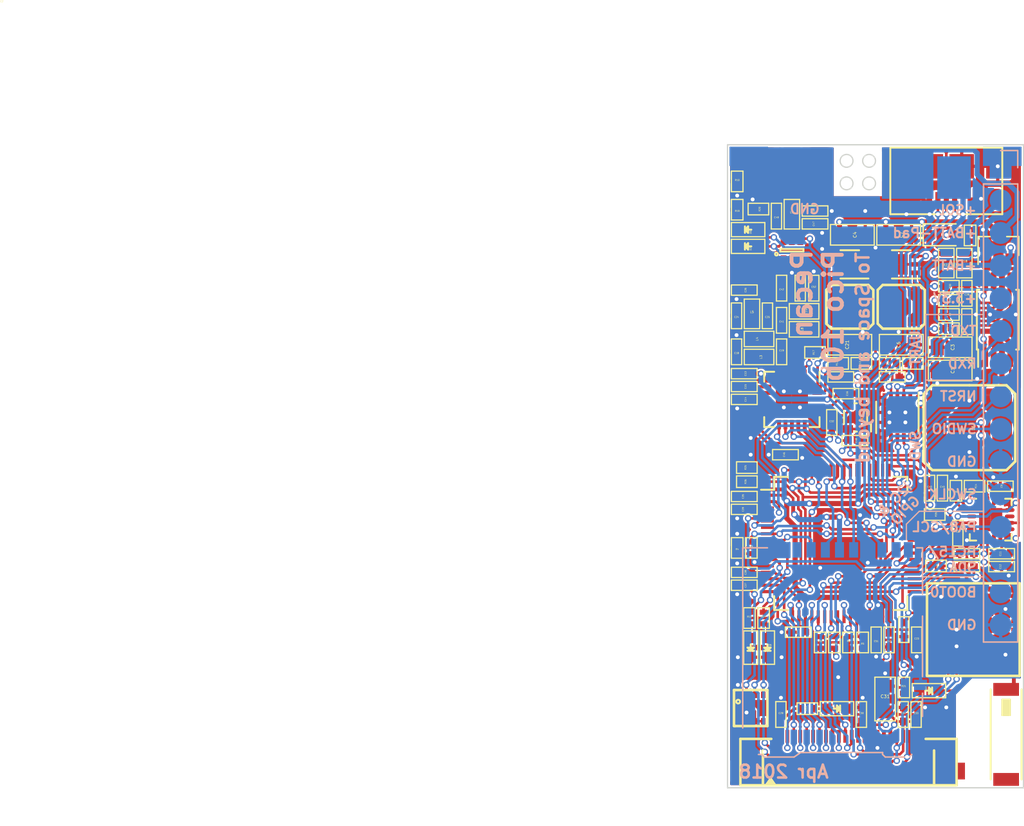
<source format=kicad_pcb>
(kicad_pcb (version 4) (host pcbnew 4.0.6+dfsg1-1)
  (layers (0 F.Cu signal) (31 B.Cu signal) (34 B.Paste user) (35 F.Paste user) (36 B.SilkS user) (37 F.SilkS user) (38 B.Mask user) (39 F.Mask user) (44 Edge.Cuts user))
  (net 0 "")
  (net 1 GND)
  (net 2 /SENSE_SOL)
  (net 3 "Net-(C2-Pad1)")
  (net 4 VDD)
  (net 5 +1V8)
  (net 6 "Net-(C5-Pad2)")
  (net 7 +3V3)
  (net 8 VDDA)
  (net 9 /CLOCK_26M)
  (net 10 "Net-(C16-Pad2)")
  (net 11 "Net-(C19-Pad1)")
  (net 12 "Net-(C19-Pad2)")
  (net 13 /VCC_GPS)
  (net 14 "Net-(C24-Pad1)")
  (net 15 "Net-(C25-Pad2)")
  (net 16 "Net-(C28-Pad1)")
  (net 17 "Net-(C28-Pad2)")
  (net 18 "Net-(C32-Pad2)")
  (net 19 "Net-(C51-Pad2)")
  (net 20 "Net-(D2-Pad1)")
  (net 21 "Net-(IC1-Pad3)")
  (net 22 "Net-(IC2-Pad1)")
  (net 23 /CAM_EN)
  (net 24 /RADIO_SDN)
  (net 25 "Net-(IC4-Pad7)")
  (net 26 /RADIO_GPIO0)
  (net 27 /RADIO_GPIO1)
  (net 28 /SPI_SCK)
  (net 29 /SPI_MISO)
  (net 30 /SPI_MOSI)
  (net 31 /RADIO_CS)
  (net 32 "Net-(IC4-Pad16)")
  (net 33 /GPS_RESET)
  (net 34 /SWD_NRST)
  (net 35 /CAM_VSYNC)
  (net 36 /ADC_VBAT)
  (net 37 /CAM_D2)
  (net 38 /CAM_D3)
  (net 39 /CAM_D4)
  (net 40 /CAM_D5)
  (net 41 /CAM_D6)
  (net 42 /CAM_D7)
  (net 43 /CAM_D8)
  (net 44 /CAM_D9)
  (net 45 /ADC_VUSB)
  (net 46 /CAM_RESET)
  (net 47 /ADC_VSOL)
  (net 48 /CAM_PCLK)
  (net 49 /CAM_XCLK)
  (net 50 /USB_ID)
  (net 51 /USB_D-)
  (net 52 /USB_D+)
  (net 53 /SWD_SWDIO)
  (net 54 /SWD_SWCLK)
  (net 55 /GPS_EN)
  (net 56 /I2C_SCL)
  (net 57 /I2C_SDA)
  (net 58 /BOOT0)
  (net 59 /GPS_RXD)
  (net 60 /GPS_TXD)
  (net 61 "Net-(IC6-Pad5)")
  (net 62 "Net-(IC6-Pad6)")
  (net 63 "Net-(IC6-Pad8)")
  (net 64 "Net-(IC6-Pad12)")
  (net 65 "Net-(IC6-Pad13)")
  (net 66 "Net-(IC6-Pad32)")
  (net 67 "Net-(IC6-Pad34)")
  (net 68 "Net-(IC6-Pad35)")
  (net 69 +SOL)
  (net 70 +BATT)
  (net 71 "Net-(IC7-Pad7)")
  (net 72 /CAM_HREF)
  (net 73 "Net-(P1-Pad24)")
  (net 74 "Net-(C17-Pad2)")
  (net 75 "Net-(IC8-Pad1)")
  (net 76 /RADIO_IRQ)
  (net 77 "Net-(D7-Pad2)")
  (net 78 "Net-(C36-Pad1)")
  (net 79 "Net-(C41-Pad1)")
  (net 80 "Net-(C42-Pad2)")
  (net 81 "Net-(C47-Pad1)")
  (net 82 "Net-(C49-Pad2)")
  (net 83 /RADIO_RX)
  (net 84 /RADIO_TX)
  (net 85 "Net-(IC5-Pad3)")
  (net 86 "Net-(IC5-Pad6)")
  (net 87 "Net-(IC5-Pad28)")
  (net 88 /USB_VUSB)
  (net 89 "Net-(D5-Pad1)")
  (net 90 "Net-(IC5-Pad9)")
  (net 91 "Net-(D4-Pad2)")
  (net 92 /GPS_TIMEPULSE)
  (net 93 /IO_LED3)
  (net 94 "Net-(D3-Pad2)")
  (net 95 "Net-(AE1-Pad1)")
  (net 96 /SD_DET)
  (net 97 "Net-(J1-Pad8)")
  (net 98 "Net-(J1-Pad1)")
  (net 99 /SD_CS)
  (net 100 VCC)
  (net 101 "Net-(C36-Pad2)")
  (net 102 "Net-(C52-Pad2)")
  (net 103 "Net-(D6-Pad2)")
  (net 104 /IO_PA8)
  (net 105 /TCXO_EN)
  (net 106 "Net-(J2-Pad3)")
  (net 107 /IO_PC15)
  (net 108 /IO_TXD)
  (net 109 /IO_RXD)
  (module Pin_Headers:Pin_Header_Straight_1x15_Pitch2.54mm (layer B.Cu) (at 68.322 76.378 180)
    (fp_text reference J2 hide)
    (fp_text value CONN_01X15 hide)
    (pad 1 smd rect (at 0 0 180) (size 1.7 1.7) (layers B.Cu B.Mask) (net 1 GND))
    (pad 2 smd oval (at 0 -2.54 180) (size 1.7 1.7) (layers B.Cu B.Mask) (net 69 +SOL))
    (pad 3 smd oval (at 0 -5.08 180) (size 1.7 1.7) (layers B.Cu B.Mask) (net 106 "Net-(J2-Pad3)"))
    (pad 4 smd oval (at 0 -7.62 180) (size 1.7 1.7) (layers B.Cu B.Mask) (net 70 +BATT))
    (pad 5 smd oval (at 0 -10.16 180) (size 1.7 1.7) (layers B.Cu B.Mask) (net 7 +3V3))
    (pad 6 smd oval (at 0 -12.7 180) (size 1.7 1.7) (layers B.Cu B.Mask) (net 108 /IO_TXD))
    (pad 7 smd oval (at 0 -15.24 180) (size 1.7 1.7) (layers B.Cu B.Mask) (net 109 /IO_RXD))
    (pad 8 smd oval (at 0 -17.78 180) (size 1.7 1.7) (layers B.Cu B.Mask) (net 34 /SWD_NRST))
    (pad 9 smd oval (at 0 -20.32 180) (size 1.7 1.7) (layers B.Cu B.Mask) (net 53 /SWD_SWDIO))
    (pad 10 smd oval (at 0 -22.86 180) (size 1.7 1.7) (layers B.Cu B.Mask) (net 1 GND))
    (pad 11 smd oval (at 0 -25.4 180) (size 1.7 1.7) (layers B.Cu B.Mask) (net 54 /SWD_SWCLK))
    (pad 12 smd oval (at 0 -27.94 180) (size 1.7 1.7) (layers B.Cu B.Mask) (net 104 /IO_PA8))
    (pad 13 smd oval (at 0 -30.48 180) (size 1.7 1.7) (layers B.Cu B.Mask) (net 107 /IO_PC15))
    (pad 14 smd oval (at 0 -33.02 180) (size 1.7 1.7) (layers B.Cu B.Mask) (net 58 /BOOT0))
    (pad 15 smd oval (at 0 -35.56 180) (size 1.7 1.7) (layers B.Cu B.Mask) (net 1 GND))
  )
  (module pecanpico:C_0402 (layer F.Cu) (at 65.7 106.4 180)
    (fp_text reference C10 (at -0.1 0 270) (layer F.SilkS) (effects (font (size 0.127 0.127) (thickness 0.01875))))
    (fp_text value 2u2)
    (pad 1 smd rect (at -0.55 0 180) (size 0.6 0.5) (layers F.Cu F.Paste F.Mask) (net 13 /VCC_GPS))
    (pad 2 smd rect (at 0.55 0 180) (size 0.6 0.5) (layers F.Cu F.Paste F.Mask) (net 1 GND))
  )
  (module pecanpico:C_0402 (layer F.Cu) (at 51.6 98.7)
    (fp_text reference C46 (at -0.1 0 90) (layer F.SilkS) (effects (font (size 0.127 0.127) (thickness 0.01875))))
    (fp_text value 100n)
    (pad 1 smd rect (at -0.55 0) (size 0.6 0.5) (layers F.Cu F.Paste F.Mask) (net 1 GND))
    (pad 2 smd rect (at 0.55 0) (size 0.6 0.5) (layers F.Cu F.Paste F.Mask) (net 100 VCC))
  )
  (module pecanpico:tcxo (layer F.Cu) (at 57.05 95.8 90)
    (fp_text reference X1 (at 0 0.5 90) (layer F.SilkS) (effects (font (size 0.25 0.25) (thickness 0.0375))))
    (fp_text value KT2016K26000BCW18ZAS hide)
    (pad 3 smd rect (at 0.9 -0.6 90) (size 0.6 0.8) (layers F.Cu F.Paste F.Mask) (net 9 /CLOCK_26M))
    (pad 2 smd rect (at 0.9 0.6 90) (size 0.6 0.8) (layers F.Cu F.Paste F.Mask) (net 1 GND))
    (pad 4 smd rect (at -0.9 -0.6 90) (size 0.6 0.8) (layers F.Cu F.Paste F.Mask) (net 105 /TCXO_EN))
    (pad 1 smd rect (at -0.9 0.6 90) (size 0.6 0.8) (layers F.Cu F.Paste F.Mask) (net 105 /TCXO_EN))
  )
  (module Connectors_Card:Hirose_DM3AT-SF-PEJM5 (layer B.Cu) (at 52.5 106.7 180)
    (fp_text reference J1 hide)
    (fp_text value DM3AT-SF-PEJM5 hide)
    (pad 9 smd rect (at -8.65 0.6 180) (size 0.7 1.2) (layers B.Cu B.Paste B.Mask) (net 96 /SD_DET))
    (pad 8 smd rect (at -7.7 0.6 180) (size 0.7 1.2) (layers B.Cu B.Paste B.Mask) (net 97 "Net-(J1-Pad8)"))
    (pad 1 smd rect (at 0 0.6 180) (size 0.7 1.2) (layers B.Cu B.Paste B.Mask) (net 98 "Net-(J1-Pad1)"))
    (pad 2 smd rect (at -1.1 0.6 180) (size 0.7 1.2) (layers B.Cu B.Paste B.Mask) (net 99 /SD_CS))
    (pad 3 smd rect (at -2.2 0.6 180) (size 0.7 1.2) (layers B.Cu B.Paste B.Mask) (net 30 /SPI_MOSI))
    (pad 4 smd rect (at -3.3 0.6 180) (size 0.7 1.2) (layers B.Cu B.Paste B.Mask) (net 7 +3V3))
    (pad 5 smd rect (at -4.4 0.6 180) (size 0.7 1.2) (layers B.Cu B.Paste B.Mask) (net 28 /SPI_SCK))
    (pad 6 smd rect (at -5.5 0.6 180) (size 0.7 1.2) (layers B.Cu B.Paste B.Mask) (net 1 GND))
    (pad 7 smd rect (at -6.6 0.6 180) (size 0.7 1.2) (layers B.Cu B.Paste B.Mask) (net 29 /SPI_MISO))
    (pad 11 smd rect (at 1.55 0.6 180) (size 1 1.2) (layers B.Cu B.Paste B.Mask) (net 1 GND))
    (pad 11 smd rect (at -9.6 -3.7 180) (size 1 1.2) (layers B.Cu B.Paste B.Mask) (net 1 GND))
    (pad 10 smd rect (at -9.6 -9.9 180) (size 1 0.8) (layers B.Cu B.Paste B.Mask) (net 1 GND))
    (pad 11 smd rect (at -9.6 -14.05 180) (size 1 2.8) (layers B.Cu B.Paste B.Mask) (net 1 GND))
    (pad 11 smd rect (at 3.9 -14.5 180) (size 1.3 1.9) (layers B.Cu B.Paste B.Mask) (net 1 GND))
  )
  (module Housings_QFP:LQFP-64_10x10mm_Pitch0.5mm (layer F.Cu) (at 55.9 105.6)
    (fp_text reference IC5 hide)
    (fp_text value STM32F413RHT6)
    (pad 1 smd rect (at -5.7 -3.75) (size 1 0.25) (layers F.Cu F.Paste F.Mask) (net 100 VCC))
    (pad 2 smd rect (at -5.7 -3.25) (size 1 0.25) (layers F.Cu F.Paste F.Mask) (net 105 /TCXO_EN))
    (pad 3 smd rect (at -5.7 -2.75) (size 1 0.25) (layers F.Cu F.Paste F.Mask) (net 85 "Net-(IC5-Pad3)"))
    (pad 4 smd rect (at -5.7 -2.25) (size 1 0.25) (layers F.Cu F.Paste F.Mask) (net 107 /IO_PC15))
    (pad 5 smd rect (at -5.7 -1.75) (size 1 0.25) (layers F.Cu F.Paste F.Mask) (net 18 "Net-(C32-Pad2)"))
    (pad 6 smd rect (at -5.7 -1.25) (size 1 0.25) (layers F.Cu F.Paste F.Mask) (net 86 "Net-(IC5-Pad6)"))
    (pad 7 smd rect (at -5.7 -0.75) (size 1 0.25) (layers F.Cu F.Paste F.Mask) (net 34 /SWD_NRST))
    (pad 8 smd rect (at -5.7 -0.25) (size 1 0.25) (layers F.Cu F.Paste F.Mask) (net 99 /SD_CS))
    (pad 9 smd rect (at -5.7 0.25) (size 1 0.25) (layers F.Cu F.Paste F.Mask) (net 90 "Net-(IC5-Pad9)"))
    (pad 10 smd rect (at -5.7 0.75) (size 1 0.25) (layers F.Cu F.Paste F.Mask) (net 47 /ADC_VSOL))
    (pad 11 smd rect (at -5.7 1.25) (size 1 0.25) (layers F.Cu F.Paste F.Mask) (net 93 /IO_LED3))
    (pad 12 smd rect (at -5.7 1.75) (size 1 0.25) (layers F.Cu F.Paste F.Mask) (net 1 GND))
    (pad 13 smd rect (at -5.7 2.25) (size 1 0.25) (layers F.Cu F.Paste F.Mask) (net 100 VCC))
    (pad 14 smd rect (at -5.7 2.75) (size 1 0.25) (layers F.Cu F.Paste F.Mask) (net 37 /CAM_D2))
    (pad 15 smd rect (at -5.7 3.25) (size 1 0.25) (layers F.Cu F.Paste F.Mask) (net 38 /CAM_D3))
    (pad 16 smd rect (at -5.7 3.75) (size 1 0.25) (layers F.Cu F.Paste F.Mask) (net 39 /CAM_D4))
    (pad 17 smd rect (at -3.75 5.7 90) (size 1 0.25) (layers F.Cu F.Paste F.Mask) (net 40 /CAM_D5))
    (pad 18 smd rect (at -3.25 5.7 90) (size 1 0.25) (layers F.Cu F.Paste F.Mask) (net 1 GND))
    (pad 19 smd rect (at -2.75 5.7 90) (size 1 0.25) (layers F.Cu F.Paste F.Mask) (net 100 VCC))
    (pad 20 smd rect (at -2.25 5.7 90) (size 1 0.25) (layers F.Cu F.Paste F.Mask) (net 41 /CAM_D6))
    (pad 21 smd rect (at -1.75 5.7 90) (size 1 0.25) (layers F.Cu F.Paste F.Mask) (net 42 /CAM_D7))
    (pad 22 smd rect (at -1.25 5.7 90) (size 1 0.25) (layers F.Cu F.Paste F.Mask) (net 43 /CAM_D8))
    (pad 23 smd rect (at -0.75 5.7 90) (size 1 0.25) (layers F.Cu F.Paste F.Mask) (net 44 /CAM_D9))
    (pad 24 smd rect (at -0.25 5.7 90) (size 1 0.25) (layers F.Cu F.Paste F.Mask) (net 45 /ADC_VUSB))
    (pad 25 smd rect (at 0.25 5.7 90) (size 1 0.25) (layers F.Cu F.Paste F.Mask) (net 35 /CAM_VSYNC))
    (pad 26 smd rect (at 0.75 5.7 90) (size 1 0.25) (layers F.Cu F.Paste F.Mask) (net 46 /CAM_RESET))
    (pad 27 smd rect (at 1.25 5.7 90) (size 1 0.25) (layers F.Cu F.Paste F.Mask) (net 36 /ADC_VBAT))
    (pad 28 smd rect (at 1.75 5.7 90) (size 1 0.25) (layers F.Cu F.Paste F.Mask) (net 87 "Net-(IC5-Pad28)"))
    (pad 29 smd rect (at 2.25 5.7 90) (size 1 0.25) (layers F.Cu F.Paste F.Mask) (net 108 /IO_TXD))
    (pad 30 smd rect (at 2.75 5.7 90) (size 1 0.25) (layers F.Cu F.Paste F.Mask) (net 19 "Net-(C51-Pad2)"))
    (pad 31 smd rect (at 3.25 5.7 90) (size 1 0.25) (layers F.Cu F.Paste F.Mask) (net 1 GND))
    (pad 32 smd rect (at 3.75 5.7 90) (size 1 0.25) (layers F.Cu F.Paste F.Mask) (net 100 VCC))
    (pad 33 smd rect (at 5.7 3.75) (size 1 0.25) (layers F.Cu F.Paste F.Mask) (net 59 /GPS_RXD))
    (pad 34 smd rect (at 5.7 3.25) (size 1 0.25) (layers F.Cu F.Paste F.Mask) (net 60 /GPS_TXD))
    (pad 35 smd rect (at 5.7 2.75) (size 1 0.25) (layers F.Cu F.Paste F.Mask) (net 33 /GPS_RESET))
    (pad 36 smd rect (at 5.7 2.25) (size 1 0.25) (layers F.Cu F.Paste F.Mask) (net 92 /GPS_TIMEPULSE))
    (pad 37 smd rect (at 5.7 1.75) (size 1 0.25) (layers F.Cu F.Paste F.Mask) (net 48 /CAM_PCLK))
    (pad 38 smd rect (at 5.7 1.25) (size 1 0.25) (layers F.Cu F.Paste F.Mask) (net 23 /CAM_EN))
    (pad 39 smd rect (at 5.7 0.75) (size 1 0.25) (layers F.Cu F.Paste F.Mask) (net 96 /SD_DET))
    (pad 40 smd rect (at 5.7 0.25) (size 1 0.25) (layers F.Cu F.Paste F.Mask) (net 49 /CAM_XCLK))
    (pad 41 smd rect (at 5.7 -0.25) (size 1 0.25) (layers F.Cu F.Paste F.Mask) (net 104 /IO_PA8))
    (pad 42 smd rect (at 5.7 -0.75) (size 1 0.25) (layers F.Cu F.Paste F.Mask) (net 88 /USB_VUSB))
    (pad 43 smd rect (at 5.7 -1.25) (size 1 0.25) (layers F.Cu F.Paste F.Mask) (net 50 /USB_ID))
    (pad 44 smd rect (at 5.7 -1.75) (size 1 0.25) (layers F.Cu F.Paste F.Mask) (net 51 /USB_D-))
    (pad 45 smd rect (at 5.7 -2.25) (size 1 0.25) (layers F.Cu F.Paste F.Mask) (net 52 /USB_D+))
    (pad 46 smd rect (at 5.7 -2.75) (size 1 0.25) (layers F.Cu F.Paste F.Mask) (net 53 /SWD_SWDIO))
    (pad 47 smd rect (at 5.7 -3.25) (size 1 0.25) (layers F.Cu F.Paste F.Mask) (net 1 GND))
    (pad 48 smd rect (at 5.7 -3.75) (size 1 0.25) (layers F.Cu F.Paste F.Mask) (net 100 VCC))
    (pad 49 smd rect (at 3.75 -5.7 90) (size 1 0.25) (layers F.Cu F.Paste F.Mask) (net 54 /SWD_SWCLK))
    (pad 50 smd rect (at 3.25 -5.7 90) (size 1 0.25) (layers F.Cu F.Paste F.Mask) (net 55 /GPS_EN))
    (pad 51 smd rect (at 2.75 -5.7 90) (size 1 0.25) (layers F.Cu F.Paste F.Mask) (net 24 /RADIO_SDN))
    (pad 52 smd rect (at 2.25 -5.7 90) (size 1 0.25) (layers F.Cu F.Paste F.Mask) (net 109 /IO_RXD))
    (pad 53 smd rect (at 1.75 -5.7 90) (size 1 0.25) (layers F.Cu F.Paste F.Mask) (net 31 /RADIO_CS))
    (pad 54 smd rect (at 1.25 -5.7 90) (size 1 0.25) (layers F.Cu F.Paste F.Mask) (net 76 /RADIO_IRQ))
    (pad 55 smd rect (at 0.75 -5.7 90) (size 1 0.25) (layers F.Cu F.Paste F.Mask) (net 28 /SPI_SCK))
    (pad 56 smd rect (at 0.25 -5.7 90) (size 1 0.25) (layers F.Cu F.Paste F.Mask) (net 29 /SPI_MISO))
    (pad 57 smd rect (at -0.25 -5.7 90) (size 1 0.25) (layers F.Cu F.Paste F.Mask) (net 30 /SPI_MOSI))
    (pad 58 smd rect (at -0.75 -5.7 90) (size 1 0.25) (layers F.Cu F.Paste F.Mask) (net 27 /RADIO_GPIO1))
    (pad 59 smd rect (at -1.25 -5.7 90) (size 1 0.25) (layers F.Cu F.Paste F.Mask) (net 26 /RADIO_GPIO0))
    (pad 60 smd rect (at -1.75 -5.7 90) (size 1 0.25) (layers F.Cu F.Paste F.Mask) (net 58 /BOOT0))
    (pad 61 smd rect (at -2.25 -5.7 90) (size 1 0.25) (layers F.Cu F.Paste F.Mask) (net 56 /I2C_SCL))
    (pad 62 smd rect (at -2.75 -5.7 90) (size 1 0.25) (layers F.Cu F.Paste F.Mask) (net 57 /I2C_SDA))
    (pad 63 smd rect (at -3.25 -5.7 90) (size 1 0.25) (layers F.Cu F.Paste F.Mask) (net 1 GND))
    (pad 64 smd rect (at -3.75 -5.7 90) (size 1 0.25) (layers F.Cu F.Paste F.Mask) (net 100 VCC))
  )
  (module pecanpico:BME280 (layer F.Cu) (at 48.9 118.4 90)
    (fp_text reference IC9 hide)
    (fp_text value BME280)
    (pad 8 smd rect (at -1.025 -0.975 90) (size 0.5 0.35) (layers F.Cu F.Paste F.Mask) (net 100 VCC))
    (pad 7 smd rect (at -1.025 -0.325 90) (size 0.5 0.35) (layers F.Cu F.Paste F.Mask) (net 1 GND))
    (pad 6 smd rect (at -1.025 0.325 90) (size 0.5 0.35) (layers F.Cu F.Paste F.Mask) (net 100 VCC))
    (pad 5 smd rect (at -1.025 0.975 90) (size 0.5 0.35) (layers F.Cu F.Paste F.Mask) (net 100 VCC))
    (pad 1 smd rect (at 1.025 -0.975 90) (size 0.5 0.35) (layers F.Cu F.Paste F.Mask) (net 1 GND))
    (pad 2 smd rect (at 1.025 -0.325 90) (size 0.5 0.35) (layers F.Cu F.Paste F.Mask) (net 100 VCC))
    (pad 3 smd rect (at 1.025 0.325 90) (size 0.5 0.35) (layers F.Cu F.Paste F.Mask) (net 57 /I2C_SDA))
    (pad 4 smd rect (at 1.025 0.975 90) (size 0.5 0.35) (layers F.Cu F.Paste F.Mask) (net 56 /I2C_SCL))
  )
  (module pecanpico:C_0805 (layer F.Cu) (at 59.35 117.7 270)
    (fp_text reference C31 (at -0.2 0 360) (layer F.SilkS) (effects (font (size 0.25 0.25) (thickness 0.0375))))
    (fp_text value 22u)
    (pad 1 smd rect (at -1 0 270) (size 1 1.25) (layers F.Cu F.Paste F.Mask) (net 1 GND))
    (pad 2 smd rect (at 1 0 270) (size 1 1.25) (layers F.Cu F.Paste F.Mask) (net 8 VDDA))
  )
  (module Housings_DFN_QFN:QFN-16-1EP_3x3mm_Pitch0.5mm (layer F.Cu) (at 67.55 103.75)
    (fp_text reference IC3 hide)
    (fp_text value ADP322ACPZ-115-R7 hide)
    (pad 1 smd oval (at -1.475 -0.75) (size 0.75 0.3) (layers F.Cu F.Paste F.Mask) (net 55 /GPS_EN))
    (pad 2 smd oval (at -1.475 -0.25) (size 0.75 0.3) (layers F.Cu F.Paste F.Mask) (net 4 VDD))
    (pad 3 smd oval (at -1.475 0.25) (size 0.75 0.3) (layers F.Cu F.Paste F.Mask) (net 4 VDD))
    (pad 4 smd oval (at -1.475 0.75) (size 0.75 0.3) (layers F.Cu F.Paste F.Mask))
    (pad 5 smd oval (at -0.75 1.475 90) (size 0.75 0.3) (layers F.Cu F.Paste F.Mask) (net 13 /VCC_GPS))
    (pad 6 smd oval (at -0.25 1.475 90) (size 0.75 0.3) (layers F.Cu F.Paste F.Mask) (net 8 VDDA))
    (pad 7 smd oval (at 0.25 1.475 90) (size 0.75 0.3) (layers F.Cu F.Paste F.Mask))
    (pad 8 smd oval (at 0.75 1.475 90) (size 0.75 0.3) (layers F.Cu F.Paste F.Mask) (net 5 +1V8))
    (pad 9 smd oval (at 1.475 0.75) (size 0.75 0.3) (layers F.Cu F.Paste F.Mask))
    (pad 10 smd oval (at 1.475 0.25) (size 0.75 0.3) (layers F.Cu F.Paste F.Mask) (net 4 VDD))
    (pad 11 smd oval (at 1.475 -0.25) (size 0.75 0.3) (layers F.Cu F.Paste F.Mask))
    (pad 12 smd oval (at 1.475 -0.75) (size 0.75 0.3) (layers F.Cu F.Paste F.Mask) (net 1 GND))
    (pad 13 smd oval (at 0.75 -1.475 90) (size 0.75 0.3) (layers F.Cu F.Paste F.Mask))
    (pad 14 smd oval (at 0.25 -1.475 90) (size 0.75 0.3) (layers F.Cu F.Paste F.Mask))
    (pad 15 smd oval (at -0.25 -1.475 90) (size 0.75 0.3) (layers F.Cu F.Paste F.Mask) (net 23 /CAM_EN))
    (pad 16 smd oval (at -0.75 -1.475 90) (size 0.75 0.3) (layers F.Cu F.Paste F.Mask) (net 23 /CAM_EN))
    (pad 17 smd rect (at 0.45 0.45) (size 0.9 0.9) (layers F.Cu F.Paste F.Mask) (net 1 GND))
    (pad 17 smd rect (at 0.45 -0.45) (size 0.9 0.9) (layers F.Cu F.Paste F.Mask) (net 1 GND))
    (pad 17 smd rect (at -0.45 0.45) (size 0.9 0.9) (layers F.Cu F.Paste F.Mask) (net 1 GND))
    (pad 17 smd rect (at -0.45 -0.45) (size 0.9 0.9) (layers F.Cu F.Paste F.Mask) (net 1 GND))
  )
  (module pecanpico:R_0402 (layer F.Cu) (at 63.3 107.35 180)
    (fp_text reference R31 (at -0.1 0 270) (layer F.SilkS) (effects (font (size 0.127 0.127) (thickness 0.01875))))
    (fp_text value 100k)
    (pad 1 smd rect (at -0.45 0 180) (size 0.4 0.6) (layers F.Cu F.Paste F.Mask) (net 58 /BOOT0))
    (pad 2 smd rect (at 0.45 0 180) (size 0.4 0.6) (layers F.Cu F.Paste F.Mask) (net 1 GND))
  )
  (module pecanpico:FFC1x24_0.5mm (layer F.Cu) (at 56.5 120.6)
    (fp_text reference P1 hide)
    (fp_text value CONN_01X25 hide)
    (pad 1 smd rect (at -5.75 0) (size 0.3 1) (layers F.Cu F.Paste F.Mask) (net 1 GND))
    (pad 2 smd rect (at -5.25 0) (size 0.3 1) (layers F.Cu F.Paste F.Mask) (net 8 VDDA))
    (pad 3 smd rect (at -4.75 0) (size 0.3 1) (layers F.Cu F.Paste F.Mask) (net 39 /CAM_D4))
    (pad 4 smd rect (at -4.25 0) (size 0.3 1) (layers F.Cu F.Paste F.Mask) (net 38 /CAM_D3))
    (pad 5 smd rect (at -3.75 0) (size 0.3 1) (layers F.Cu F.Paste F.Mask) (net 40 /CAM_D5))
    (pad 6 smd rect (at -3.25 0) (size 0.3 1) (layers F.Cu F.Paste F.Mask) (net 37 /CAM_D2))
    (pad 7 smd rect (at -2.75 0) (size 0.3 1) (layers F.Cu F.Paste F.Mask) (net 41 /CAM_D6))
    (pad 8 smd rect (at -2.25 0) (size 0.3 1) (layers F.Cu F.Paste F.Mask) (net 48 /CAM_PCLK))
    (pad 9 smd rect (at -1.75 0) (size 0.3 1) (layers F.Cu F.Paste F.Mask) (net 42 /CAM_D7))
    (pad 10 smd rect (at -1.25 0) (size 0.3 1) (layers F.Cu F.Paste F.Mask) (net 1 GND))
    (pad 11 smd rect (at -0.75 0) (size 0.3 1) (layers F.Cu F.Paste F.Mask) (net 43 /CAM_D8))
    (pad 12 smd rect (at -0.25 0) (size 0.3 1) (layers F.Cu F.Paste F.Mask) (net 49 /CAM_XCLK))
    (pad 13 smd rect (at 0.25 0) (size 0.3 1) (layers F.Cu F.Paste F.Mask) (net 44 /CAM_D9))
    (pad 14 smd rect (at 0.75 0) (size 0.3 1) (layers F.Cu F.Paste F.Mask) (net 5 +1V8))
    (pad 15 smd rect (at 1.25 0) (size 0.3 1) (layers F.Cu F.Paste F.Mask) (net 5 +1V8))
    (pad 16 smd rect (at 1.75 0) (size 0.3 1) (layers F.Cu F.Paste F.Mask) (net 72 /CAM_HREF))
    (pad 17 smd rect (at 2.25 0) (size 0.3 1) (layers F.Cu F.Paste F.Mask) (net 1 GND))
    (pad 18 smd rect (at 2.75 0) (size 0.3 1) (layers F.Cu F.Paste F.Mask) (net 35 /CAM_VSYNC))
    (pad 19 smd rect (at 3.25 0) (size 0.3 1) (layers F.Cu F.Paste F.Mask) (net 46 /CAM_RESET))
    (pad 20 smd rect (at 3.75 0) (size 0.3 1) (layers F.Cu F.Paste F.Mask) (net 56 /I2C_SCL))
    (pad 21 smd rect (at 4.25 0) (size 0.3 1) (layers F.Cu F.Paste F.Mask) (net 8 VDDA))
    (pad 22 smd rect (at 4.75 0) (size 0.3 1) (layers F.Cu F.Paste F.Mask) (net 57 /I2C_SDA))
    (pad 23 smd rect (at 5.25 0) (size 0.3 1) (layers F.Cu F.Paste F.Mask) (net 1 GND))
    (pad 24 smd rect (at 5.75 0) (size 0.3 1) (layers F.Cu F.Paste F.Mask) (net 73 "Net-(P1-Pad24)"))
    (pad 25 smd rect (at -8.05 2.7) (size 2 1.3) (layers F.Cu F.Paste F.Mask) (net 1 GND))
    (pad 25 smd rect (at 8.05 2.7) (size 2 1.3) (layers F.Cu F.Paste F.Mask) (net 1 GND))
  )
  (module pecanpico:EVA7M (layer F.Cu) (at 66.2 112.3 180)
    (fp_text reference IC6 hide)
    (fp_text value "EVA-7M or EVA-M8" hide)
    (pad 1 smd rect (at -3.15 -2.6 180) (size 0.4 0.3) (layers F.Cu F.Paste F.Mask) (net 95 "Net-(AE1-Pad1)"))
    (pad 2 smd rect (at -3.15 -1.95 180) (size 0.4 0.3) (layers F.Cu F.Paste F.Mask) (net 1 GND))
    (pad 3 smd rect (at -3.15 -1.3 180) (size 0.4 0.3) (layers F.Cu F.Paste F.Mask))
    (pad 4 smd rect (at -3.15 -0.65 180) (size 0.4 0.3) (layers F.Cu F.Paste F.Mask))
    (pad 5 smd rect (at -3.15 0 180) (size 0.4 0.3) (layers F.Cu F.Paste F.Mask) (net 61 "Net-(IC6-Pad5)"))
    (pad 6 smd rect (at -3.15 0.65 180) (size 0.4 0.3) (layers F.Cu F.Paste F.Mask) (net 62 "Net-(IC6-Pad6)"))
    (pad 7 smd rect (at -3.15 1.3 180) (size 0.4 0.3) (layers F.Cu F.Paste F.Mask) (net 1 GND))
    (pad 8 smd rect (at -3.15 1.95 180) (size 0.4 0.3) (layers F.Cu F.Paste F.Mask) (net 63 "Net-(IC6-Pad8)"))
    (pad 9 smd rect (at -3.15 2.6 180) (size 0.4 0.3) (layers F.Cu F.Paste F.Mask) (net 1 GND))
    (pad 11 smd rect (at -1.95 3.15 180) (size 0.3 0.4) (layers F.Cu F.Paste F.Mask))
    (pad 12 smd rect (at -1.3 3.15 180) (size 0.3 0.4) (layers F.Cu F.Paste F.Mask) (net 64 "Net-(IC6-Pad12)"))
    (pad 13 smd rect (at -0.65 3.15 180) (size 0.3 0.4) (layers F.Cu F.Paste F.Mask) (net 65 "Net-(IC6-Pad13)"))
    (pad 14 smd rect (at 0 3.15 180) (size 0.3 0.4) (layers F.Cu F.Paste F.Mask) (net 33 /GPS_RESET))
    (pad 15 smd rect (at 0.65 3.15 180) (size 0.3 0.4) (layers F.Cu F.Paste F.Mask) (net 60 /GPS_TXD))
    (pad 16 smd rect (at 1.3 3.15 180) (size 0.3 0.4) (layers F.Cu F.Paste F.Mask) (net 59 /GPS_RXD))
    (pad 17 smd rect (at 1.95 3.15 180) (size 0.3 0.4) (layers F.Cu F.Paste F.Mask))
    (pad 18 smd rect (at 2.6 3.15 180) (size 0.3 0.4) (layers F.Cu F.Paste F.Mask) (net 1 GND))
    (pad 19 smd rect (at 3.15 2.6 180) (size 0.4 0.3) (layers F.Cu F.Paste F.Mask) (net 13 /VCC_GPS))
    (pad 10 smd rect (at -2.6 3.15 180) (size 0.3 0.4) (layers F.Cu F.Paste F.Mask))
    (pad 20 smd rect (at 3.15 1.95 180) (size 0.4 0.3) (layers F.Cu F.Paste F.Mask) (net 13 /VCC_GPS))
    (pad 21 smd rect (at 3.15 1.3 180) (size 0.4 0.3) (layers F.Cu F.Paste F.Mask) (net 100 VCC))
    (pad 22 smd rect (at 3.15 0.65 180) (size 0.4 0.3) (layers F.Cu F.Paste F.Mask))
    (pad 23 smd rect (at 3.15 0 180) (size 0.4 0.3) (layers F.Cu F.Paste F.Mask))
    (pad 24 smd rect (at 3.15 -0.65 180) (size 0.4 0.3) (layers F.Cu F.Paste F.Mask))
    (pad 25 smd rect (at 3.15 -1.3 180) (size 0.4 0.3) (layers F.Cu F.Paste F.Mask))
    (pad 26 smd rect (at 3.15 -1.95 180) (size 0.4 0.3) (layers F.Cu F.Paste F.Mask))
    (pad 27 smd rect (at 3.15 -2.6 180) (size 0.4 0.3) (layers F.Cu F.Paste F.Mask))
    (pad 28 smd rect (at 2.6 -3.15 180) (size 0.3 0.4) (layers F.Cu F.Paste F.Mask))
    (pad 29 smd rect (at 1.95 -3.15 180) (size 0.3 0.4) (layers F.Cu F.Paste F.Mask) (net 56 /I2C_SCL))
    (pad 30 smd rect (at 1.3 -3.15 180) (size 0.3 0.4) (layers F.Cu F.Paste F.Mask) (net 57 /I2C_SDA))
    (pad 31 smd rect (at 0.65 -3.15 180) (size 0.3 0.4) (layers F.Cu F.Paste F.Mask) (net 92 /GPS_TIMEPULSE))
    (pad 32 smd rect (at 0 -3.15 180) (size 0.3 0.4) (layers F.Cu F.Paste F.Mask) (net 66 "Net-(IC6-Pad32)"))
    (pad 33 smd rect (at -0.65 -3.15 180) (size 0.3 0.4) (layers F.Cu F.Paste F.Mask))
    (pad 34 smd rect (at -1.3 -3.15 180) (size 0.3 0.4) (layers F.Cu F.Paste F.Mask) (net 67 "Net-(IC6-Pad34)"))
    (pad 35 smd rect (at -1.95 -3.15 180) (size 0.3 0.4) (layers F.Cu F.Paste F.Mask) (net 68 "Net-(IC6-Pad35)"))
    (pad 36 smd rect (at -2.6 -3.15 180) (size 0.3 0.4) (layers F.Cu F.Paste F.Mask))
    (pad 37 smd rect (at 0 0 180) (size 0.5 0.5) (layers F.Cu F.Paste F.Mask) (net 1 GND))
    (pad 37 smd rect (at -1.3 0 180) (size 0.5 0.5) (layers F.Cu F.Paste F.Mask) (net 1 GND))
    (pad 37 smd rect (at 0 -1.3 180) (size 0.5 0.5) (layers F.Cu F.Paste F.Mask) (net 1 GND))
    (pad 37 smd rect (at -1.3 -1.3 180) (size 0.5 0.5) (layers F.Cu F.Paste F.Mask) (net 1 GND))
    (pad 37 smd rect (at 0 1.3 180) (size 0.5 0.5) (layers F.Cu F.Paste F.Mask) (net 1 GND))
    (pad 37 smd rect (at -1.3 1.3 180) (size 0.5 0.5) (layers F.Cu F.Paste F.Mask) (net 1 GND))
    (pad 37 smd rect (at 1.3 1.3 180) (size 0.5 0.5) (layers F.Cu F.Paste F.Mask) (net 1 GND))
  )
  (module pecanpico:R_0402 (layer F.Cu) (at 48.95 105.95 270)
    (fp_text reference R3 (at -0.1 0 360) (layer F.SilkS) (effects (font (size 0.127 0.127) (thickness 0.01875))))
    (fp_text value 22k)
    (pad 1 smd rect (at -0.45 0 270) (size 0.4 0.6) (layers F.Cu F.Paste F.Mask) (net 69 +SOL))
    (pad 2 smd rect (at 0.45 0 270) (size 0.4 0.6) (layers F.Cu F.Paste F.Mask) (net 47 /ADC_VSOL))
  )
  (module pecanpico:R_0402 (layer F.Cu) (at 54.3 113.3 270)
    (fp_text reference R32 (at -0.1 0 360) (layer F.SilkS) (effects (font (size 0.127 0.127) (thickness 0.01875))))
    (fp_text value 10k)
    (pad 1 smd rect (at -0.45 0 270) (size 0.4 0.6) (layers F.Cu F.Paste F.Mask) (net 45 /ADC_VUSB))
    (pad 2 smd rect (at 0.45 0 270) (size 0.4 0.6) (layers F.Cu F.Paste F.Mask) (net 1 GND))
  )
  (module pecanpico:R_0402 (layer F.Cu) (at 55.4 113.3 90)
    (fp_text reference R33 (at -0.1 0 180) (layer F.SilkS) (effects (font (size 0.127 0.127) (thickness 0.01875))))
    (fp_text value 22k)
    (pad 1 smd rect (at -0.45 0 90) (size 0.4 0.6) (layers F.Cu F.Paste F.Mask) (net 88 /USB_VUSB))
    (pad 2 smd rect (at 0.45 0 90) (size 0.4 0.6) (layers F.Cu F.Paste F.Mask) (net 45 /ADC_VUSB))
  )
  (module Housings_DFN_QFN:QFN-20-1EP_4x4mm_Pitch0.5mm (layer F.Cu) (at 52.1 94.4 270)
    (fp_text reference IC4 hide)
    (fp_text value Si4464-B1B-FM hide)
    (pad 1 smd rect (at -1.965 -1 270) (size 0.73 0.3) (layers F.Cu F.Paste F.Mask) (net 24 /RADIO_SDN))
    (pad 2 smd rect (at -1.965 -0.5 270) (size 0.73 0.3) (layers F.Cu F.Paste F.Mask) (net 102 "Net-(C52-Pad2)"))
    (pad 3 smd rect (at -1.965 0 270) (size 0.73 0.3) (layers F.Cu F.Paste F.Mask) (net 79 "Net-(C41-Pad1)"))
    (pad 4 smd rect (at -1.965 0.5 270) (size 0.73 0.3) (layers F.Cu F.Paste F.Mask) (net 12 "Net-(C19-Pad2)"))
    (pad 5 smd rect (at -1.965 1 270) (size 0.73 0.3) (layers F.Cu F.Paste F.Mask))
    (pad 6 smd rect (at -1 1.965) (size 0.73 0.3) (layers F.Cu F.Paste F.Mask) (net 7 +3V3))
    (pad 7 smd rect (at -0.5 1.965) (size 0.73 0.3) (layers F.Cu F.Paste F.Mask) (net 25 "Net-(IC4-Pad7)"))
    (pad 8 smd rect (at 0 1.965) (size 0.73 0.3) (layers F.Cu F.Paste F.Mask) (net 7 +3V3))
    (pad 9 smd rect (at 0.5 1.965) (size 0.73 0.3) (layers F.Cu F.Paste F.Mask) (net 26 /RADIO_GPIO0))
    (pad 10 smd rect (at 1 1.965) (size 0.73 0.3) (layers F.Cu F.Paste F.Mask) (net 27 /RADIO_GPIO1))
    (pad 11 smd rect (at 1.965 1 270) (size 0.73 0.3) (layers F.Cu F.Paste F.Mask) (net 76 /RADIO_IRQ))
    (pad 12 smd rect (at 1.965 0.5 270) (size 0.73 0.3) (layers F.Cu F.Paste F.Mask) (net 28 /SPI_SCK))
    (pad 13 smd rect (at 1.965 0 270) (size 0.73 0.3) (layers F.Cu F.Paste F.Mask) (net 29 /SPI_MISO))
    (pad 14 smd rect (at 1.965 -0.5 270) (size 0.73 0.3) (layers F.Cu F.Paste F.Mask) (net 30 /SPI_MOSI))
    (pad 15 smd rect (at 1.965 -1 270) (size 0.73 0.3) (layers F.Cu F.Paste F.Mask) (net 31 /RADIO_CS))
    (pad 16 smd rect (at 1 -1.965) (size 0.73 0.3) (layers F.Cu F.Paste F.Mask) (net 32 "Net-(IC4-Pad16)"))
    (pad 17 smd rect (at 0.5 -1.965) (size 0.73 0.3) (layers F.Cu F.Paste F.Mask) (net 10 "Net-(C16-Pad2)"))
    (pad 18 smd rect (at 0 -1.965) (size 0.73 0.3) (layers F.Cu F.Paste F.Mask) (net 1 GND))
    (pad 19 smd rect (at -0.5 -1.965) (size 0.73 0.3) (layers F.Cu F.Paste F.Mask) (net 83 /RADIO_RX))
    (pad 20 smd rect (at -1 -1.965) (size 0.73 0.3) (layers F.Cu F.Paste F.Mask) (net 84 /RADIO_TX))
    (pad 21 smd rect (at 0.625 0.625 270) (size 1.25 1.25) (layers F.Cu F.Paste F.Mask) (net 1 GND))
    (pad 21 smd rect (at 0.625 -0.625 270) (size 1.25 1.25) (layers F.Cu F.Paste F.Mask) (net 1 GND))
    (pad 21 smd rect (at -0.625 0.625 270) (size 1.25 1.25) (layers F.Cu F.Paste F.Mask) (net 1 GND))
    (pad 21 smd rect (at -0.625 -0.625 270) (size 1.25 1.25) (layers F.Cu F.Paste F.Mask) (net 1 GND))
  )
  (module pecanpico:C_0402 (layer F.Cu) (at 52.75 85.75 90)
    (fp_text reference C36 (at -0.1 0 180) (layer F.SilkS) (effects (font (size 0.127 0.127) (thickness 0.01875))))
    (fp_text value 470p)
    (pad 1 smd rect (at -0.55 0 90) (size 0.6 0.5) (layers F.Cu F.Paste F.Mask) (net 78 "Net-(C36-Pad1)"))
    (pad 2 smd rect (at 0.55 0 90) (size 0.6 0.5) (layers F.Cu F.Paste F.Mask) (net 101 "Net-(C36-Pad2)"))
  )
  (module pecanpico:C_0402 (layer F.Cu) (at 48.4 92.4 180)
    (fp_text reference C13 (at -0.1 0 270) (layer F.SilkS) (effects (font (size 0.127 0.127) (thickness 0.01875))))
    (fp_text value 2u2)
    (pad 1 smd rect (at -0.55 0 180) (size 0.6 0.5) (layers F.Cu F.Paste F.Mask) (net 7 +3V3))
    (pad 2 smd rect (at 0.55 0 180) (size 0.6 0.5) (layers F.Cu F.Paste F.Mask) (net 1 GND))
  )
  (module pecanpico:C_0402 (layer F.Cu) (at 48.4 94.4 180)
    (fp_text reference C14 (at -0.1 0 270) (layer F.SilkS) (effects (font (size 0.127 0.127) (thickness 0.01875))))
    (fp_text value 100n)
    (pad 1 smd rect (at -0.55 0 180) (size 0.6 0.5) (layers F.Cu F.Paste F.Mask) (net 7 +3V3))
    (pad 2 smd rect (at 0.55 0 180) (size 0.6 0.5) (layers F.Cu F.Paste F.Mask) (net 1 GND))
  )
  (module pecanpico:C_0402 (layer F.Cu) (at 48.4 93.4 180)
    (fp_text reference C15 (at -0.1 0 270) (layer F.SilkS) (effects (font (size 0.127 0.127) (thickness 0.01875))))
    (fp_text value 100p)
    (pad 1 smd rect (at -0.55 0 180) (size 0.6 0.5) (layers F.Cu F.Paste F.Mask) (net 7 +3V3))
    (pad 2 smd rect (at 0.55 0 180) (size 0.6 0.5) (layers F.Cu F.Paste F.Mask) (net 1 GND))
  )
  (module pecanpico:C_0402 (layer F.Cu) (at 56.3 93.95 180)
    (fp_text reference C16 (at -0.1 0 270) (layer F.SilkS) (effects (font (size 0.127 0.127) (thickness 0.01875))))
    (fp_text value 100p)
    (pad 1 smd rect (at -0.55 0 180) (size 0.6 0.5) (layers F.Cu F.Paste F.Mask) (net 9 /CLOCK_26M))
    (pad 2 smd rect (at 0.55 0 180) (size 0.6 0.5) (layers F.Cu F.Paste F.Mask) (net 10 "Net-(C16-Pad2)"))
  )
  (module pecanpico:C_0805 (layer F.Cu) (at 64.4 92.15 180)
    (fp_text reference C1 (at -0.2 0 270) (layer F.SilkS) (effects (font (size 0.25 0.25) (thickness 0.0375))))
    (fp_text value 22u)
    (pad 1 smd rect (at -1 0 180) (size 1 1.25) (layers F.Cu F.Paste F.Mask) (net 2 /SENSE_SOL))
    (pad 2 smd rect (at 1 0 180) (size 1 1.25) (layers F.Cu F.Paste F.Mask) (net 1 GND))
  )
  (module pecanpico:C_0402 (layer F.Cu) (at 65.7 88.35 90)
    (fp_text reference C2 (at 24.9 -75 180) (layer F.SilkS) (effects (font (size 0.127 0.127) (thickness 0.01875))))
    (fp_text value 1n)
    (pad 1 smd rect (at -0.55 0 90) (size 0.6 0.5) (layers F.Cu F.Paste F.Mask) (net 3 "Net-(C2-Pad1)"))
    (pad 2 smd rect (at 0.55 0 90) (size 0.6 0.5) (layers F.Cu F.Paste F.Mask) (net 1 GND))
  )
  (module pecanpico:C_0805 (layer F.Cu) (at 64.4 90.35 180)
    (fp_text reference C3 (at -0.2 0 270) (layer F.SilkS) (effects (font (size 0.25 0.25) (thickness 0.0375))))
    (fp_text value 10u)
    (pad 1 smd rect (at -1 0 180) (size 1 1.25) (layers F.Cu F.Paste F.Mask) (net 4 VDD))
    (pad 2 smd rect (at 1 0 180) (size 1 1.25) (layers F.Cu F.Paste F.Mask) (net 1 GND))
  )
  (module pecanpico:C_0805 (layer F.Cu) (at 56.8 81.6 180)
    (fp_text reference C4 (at -0.2 0 270) (layer F.SilkS) (effects (font (size 0.25 0.25) (thickness 0.0375))))
    (fp_text value 10u)
    (pad 1 smd rect (at -1 0 180) (size 1 1.25) (layers F.Cu F.Paste F.Mask) (net 1 GND))
    (pad 2 smd rect (at 1 0 180) (size 1 1.25) (layers F.Cu F.Paste F.Mask) (net 4 VDD))
  )
  (module pecanpico:C_0402 (layer F.Cu) (at 59.9 92.65)
    (fp_text reference C5 (at -0.1 0 90) (layer F.SilkS) (effects (font (size 0.127 0.127) (thickness 0.01875))))
    (fp_text value 22p)
    (pad 1 smd rect (at -0.55 0) (size 0.6 0.5) (layers F.Cu F.Paste F.Mask) (net 100 VCC))
    (pad 2 smd rect (at 0.55 0) (size 0.6 0.5) (layers F.Cu F.Paste F.Mask) (net 6 "Net-(C5-Pad2)"))
  )
  (module pecanpico:C_0805 (layer F.Cu) (at 60.6 90.15)
    (fp_text reference C6 (at -0.2 0 90) (layer F.SilkS) (effects (font (size 0.25 0.25) (thickness 0.0375))))
    (fp_text value 10u)
    (pad 1 smd rect (at -1 0) (size 1 1.25) (layers F.Cu F.Paste F.Mask) (net 100 VCC))
    (pad 2 smd rect (at 1 0) (size 1 1.25) (layers F.Cu F.Paste F.Mask) (net 1 GND))
  )
  (module pecanpico:C_0402 (layer F.Cu) (at 65 104.8 270)
    (fp_text reference C8 (at -0.1 0 360) (layer F.SilkS) (effects (font (size 0.127 0.127) (thickness 0.01875))))
    (fp_text value 2u2)
    (pad 1 smd rect (at -0.55 0 270) (size 0.6 0.5) (layers F.Cu F.Paste F.Mask) (net 4 VDD))
    (pad 2 smd rect (at 0.55 0 270) (size 0.6 0.5) (layers F.Cu F.Paste F.Mask) (net 1 GND))
  )
  (module pecanpico:C_0402 (layer F.Cu) (at 68.3 101.15 180)
    (fp_text reference C9 (at -0.1 0 270) (layer F.SilkS) (effects (font (size 0.127 0.127) (thickness 0.01875))))
    (fp_text value 2u2)
    (pad 1 smd rect (at -0.55 0 180) (size 0.6 0.5) (layers F.Cu F.Paste F.Mask) (net 4 VDD))
    (pad 2 smd rect (at 0.55 0 180) (size 0.6 0.5) (layers F.Cu F.Paste F.Mask) (net 1 GND))
  )
  (module pecanpico:C_0402 (layer F.Cu) (at 68.4 106.4)
    (fp_text reference C11 (at -0.1 0 90) (layer F.SilkS) (effects (font (size 0.127 0.127) (thickness 0.01875))))
    (fp_text value 2u2)
    (pad 1 smd rect (at -0.55 0) (size 0.6 0.5) (layers F.Cu F.Paste F.Mask) (net 8 VDDA))
    (pad 2 smd rect (at 0.55 0) (size 0.6 0.5) (layers F.Cu F.Paste F.Mask) (net 1 GND))
  )
  (module pecanpico:C_0402 (layer F.Cu) (at 68.4 107.4)
    (fp_text reference C12 (at -0.1 0 90) (layer F.SilkS) (effects (font (size 0.127 0.127) (thickness 0.01875))))
    (fp_text value 2u2)
    (pad 1 smd rect (at -0.55 0) (size 0.6 0.5) (layers F.Cu F.Paste F.Mask) (net 5 +1V8))
    (pad 2 smd rect (at 0.55 0) (size 0.6 0.5) (layers F.Cu F.Paste F.Mask) (net 1 GND))
  )
  (module pecanpico:C_0402 (layer F.Cu) (at 47.8 90.7 90)
    (fp_text reference C18 (at -0.1 0 180) (layer F.SilkS) (effects (font (size 0.127 0.127) (thickness 0.01875))))
    (fp_text value 470p)
    (pad 1 smd rect (at -0.55 0 90) (size 0.6 0.5) (layers F.Cu F.Paste F.Mask) (net 7 +3V3))
    (pad 2 smd rect (at 0.55 0 90) (size 0.6 0.5) (layers F.Cu F.Paste F.Mask) (net 1 GND))
  )
  (module pecanpico:C_0402 (layer F.Cu) (at 51.3 90.7 270)
    (fp_text reference C19 (at -0.1 0 360) (layer F.SilkS) (effects (font (size 0.127 0.127) (thickness 0.01875))))
    (fp_text value 470p)
    (pad 1 smd rect (at -0.55 0 270) (size 0.6 0.5) (layers F.Cu F.Paste F.Mask) (net 11 "Net-(C19-Pad1)"))
    (pad 2 smd rect (at 0.55 0 270) (size 0.6 0.5) (layers F.Cu F.Paste F.Mask) (net 12 "Net-(C19-Pad2)"))
  )
  (module pecanpico:C_0402 (layer F.Cu) (at 47.8 87.9 90)
    (fp_text reference C24 (at -0.1 0 180) (layer F.SilkS) (effects (font (size 0.127 0.127) (thickness 0.01875))))
    (fp_text value 22p)
    (pad 1 smd rect (at -0.55 0 90) (size 0.6 0.5) (layers F.Cu F.Paste F.Mask) (net 14 "Net-(C24-Pad1)"))
    (pad 2 smd rect (at 0.55 0 90) (size 0.6 0.5) (layers F.Cu F.Paste F.Mask) (net 1 GND))
  )
  (module pecanpico:C_0402 (layer F.Cu) (at 50.2 87.9 90)
    (fp_text reference C25 (at -0.1 0 180) (layer F.SilkS) (effects (font (size 0.127 0.127) (thickness 0.01875))))
    (fp_text value 3.3p)
    (pad 1 smd rect (at -0.55 0 90) (size 0.6 0.5) (layers F.Cu F.Paste F.Mask) (net 14 "Net-(C24-Pad1)"))
    (pad 2 smd rect (at 0.55 0 90) (size 0.6 0.5) (layers F.Cu F.Paste F.Mask) (net 15 "Net-(C25-Pad2)"))
  )
  (module pecanpico:C_0402 (layer F.Cu) (at 48.4 85.9 180)
    (fp_text reference C26 (at -0.1 0 270) (layer F.SilkS) (effects (font (size 0.127 0.127) (thickness 0.01875))))
    (fp_text value 15p)
    (pad 1 smd rect (at -0.55 0 180) (size 0.6 0.5) (layers F.Cu F.Paste F.Mask) (net 15 "Net-(C25-Pad2)"))
    (pad 2 smd rect (at 0.55 0 180) (size 0.6 0.5) (layers F.Cu F.Paste F.Mask) (net 1 GND))
  )
  (module pecanpico:C_0402 (layer F.Cu) (at 65.7 86.15 90)
    (fp_text reference C28 (at -0.1 0 180) (layer F.SilkS) (effects (font (size 0.127 0.127) (thickness 0.01875))))
    (fp_text value 1u)
    (pad 1 smd rect (at -0.55 0 90) (size 0.6 0.5) (layers F.Cu F.Paste F.Mask) (net 16 "Net-(C28-Pad1)"))
    (pad 2 smd rect (at 0.55 0 90) (size 0.6 0.5) (layers F.Cu F.Paste F.Mask) (net 17 "Net-(C28-Pad2)"))
  )
  (module pecanpico:C_0402 (layer F.Cu) (at 51.25 118.9 270)
    (fp_text reference C29 (at -0.1 0 360) (layer F.SilkS) (effects (font (size 0.127 0.127) (thickness 0.01875))))
    (fp_text value 100n)
    (pad 1 smd rect (at -0.55 0 270) (size 0.6 0.5) (layers F.Cu F.Paste F.Mask) (net 1 GND))
    (pad 2 smd rect (at 0.55 0 270) (size 0.6 0.5) (layers F.Cu F.Paste F.Mask) (net 8 VDDA))
  )
  (module pecanpico:C_0402 (layer F.Cu) (at 57.5 118.9 270)
    (fp_text reference C30 (at -0.1 0 360) (layer F.SilkS) (effects (font (size 0.127 0.127) (thickness 0.01875))))
    (fp_text value 100n)
    (pad 1 smd rect (at -0.55 0 270) (size 0.6 0.5) (layers F.Cu F.Paste F.Mask) (net 1 GND))
    (pad 2 smd rect (at 0.55 0 270) (size 0.6 0.5) (layers F.Cu F.Paste F.Mask) (net 5 +1V8))
  )
  (module pecanpico:C_0402 (layer F.Cu) (at 55.2 96.2 270)
    (fp_text reference C32 (at -0.1 0 360) (layer F.SilkS) (effects (font (size 0.127 0.127) (thickness 0.01875))))
    (fp_text value 10n)
    (pad 1 smd rect (at -0.55 0 270) (size 0.6 0.5) (layers F.Cu F.Paste F.Mask) (net 9 /CLOCK_26M))
    (pad 2 smd rect (at 0.55 0 270) (size 0.6 0.5) (layers F.Cu F.Paste F.Mask) (net 18 "Net-(C32-Pad2)"))
  )
  (module pecanpico:C_0402 (layer F.Cu) (at 61.75 118.9 270)
    (fp_text reference C33 (at -0.1 0 360) (layer F.SilkS) (effects (font (size 0.127 0.127) (thickness 0.01875))))
    (fp_text value 100n)
    (pad 1 smd rect (at -0.55 0 270) (size 0.6 0.5) (layers F.Cu F.Paste F.Mask) (net 1 GND))
    (pad 2 smd rect (at 0.55 0 270) (size 0.6 0.5) (layers F.Cu F.Paste F.Mask) (net 8 VDDA))
  )
  (module pecanpico:C_0402 (layer F.Cu) (at 60.75 118.9 270)
    (fp_text reference C34 (at -0.1 0 360) (layer F.SilkS) (effects (font (size 0.127 0.127) (thickness 0.01875))))
    (fp_text value 100p)
    (pad 1 smd rect (at -0.55 0 270) (size 0.6 0.5) (layers F.Cu F.Paste F.Mask) (net 1 GND))
    (pad 2 smd rect (at 0.55 0 270) (size 0.6 0.5) (layers F.Cu F.Paste F.Mask) (net 8 VDDA))
  )
  (module pecanpico:C_0402 (layer F.Cu) (at 48.4 101.95)
    (fp_text reference C35 (at -0.1 0 90) (layer F.SilkS) (effects (font (size 0.127 0.127) (thickness 0.01875))))
    (fp_text value 100n)
    (pad 1 smd rect (at -0.55 0) (size 0.6 0.5) (layers F.Cu F.Paste F.Mask) (net 1 GND))
    (pad 2 smd rect (at 0.55 0) (size 0.6 0.5) (layers F.Cu F.Paste F.Mask) (net 100 VCC))
  )
  (module pecanpico:C_0402 (layer F.Cu) (at 48.4 108.85 180)
    (fp_text reference C37 (at -0.1 0 270) (layer F.SilkS) (effects (font (size 0.127 0.127) (thickness 0.01875))))
    (fp_text value 2u2)
    (pad 1 smd rect (at -0.55 0 180) (size 0.6 0.5) (layers F.Cu F.Paste F.Mask) (net 100 VCC))
    (pad 2 smd rect (at 0.55 0 180) (size 0.6 0.5) (layers F.Cu F.Paste F.Mask) (net 1 GND))
  )
  (module pecanpico:C_0402 (layer F.Cu) (at 48.4 107.85 180)
    (fp_text reference C38 (at -0.1 0 270) (layer F.SilkS) (effects (font (size 0.127 0.127) (thickness 0.01875))))
    (fp_text value 10n)
    (pad 1 smd rect (at -0.55 0 180) (size 0.6 0.5) (layers F.Cu F.Paste F.Mask) (net 100 VCC))
    (pad 2 smd rect (at 0.55 0 180) (size 0.6 0.5) (layers F.Cu F.Paste F.Mask) (net 1 GND))
  )
  (module pecanpico:C_0402 (layer F.Cu) (at 48.4 102.95)
    (fp_text reference C39 (at -0.1 0 90) (layer F.SilkS) (effects (font (size 0.127 0.127) (thickness 0.01875))))
    (fp_text value 2u2)
    (pad 1 smd rect (at -0.55 0) (size 0.6 0.5) (layers F.Cu F.Paste F.Mask) (net 1 GND))
    (pad 2 smd rect (at 0.55 0) (size 0.6 0.5) (layers F.Cu F.Paste F.Mask) (net 100 VCC))
  )
  (module pecanpico:C_0402 (layer F.Cu) (at 62.8 101.3 270)
    (fp_text reference C40 (at -0.1 0 360) (layer F.SilkS) (effects (font (size 0.127 0.127) (thickness 0.01875))))
    (fp_text value 2u2)
    (pad 1 smd rect (at -0.55 0 270) (size 0.6 0.5) (layers F.Cu F.Paste F.Mask) (net 1 GND))
    (pad 2 smd rect (at 0.55 0 270) (size 0.6 0.5) (layers F.Cu F.Paste F.Mask) (net 100 VCC))
  )
  (module pecanpico:C_0402 (layer F.Cu) (at 59.65 113.1 90)
    (fp_text reference C43 (at -0.1 0 180) (layer F.SilkS) (effects (font (size 0.127 0.127) (thickness 0.01875))))
    (fp_text value 100n)
    (pad 1 smd rect (at -0.55 0 90) (size 0.6 0.5) (layers F.Cu F.Paste F.Mask) (net 1 GND))
    (pad 2 smd rect (at 0.55 0 90) (size 0.6 0.5) (layers F.Cu F.Paste F.Mask) (net 100 VCC))
  )
  (module pecanpico:C_0402 (layer F.Cu) (at 52.6 112.5)
    (fp_text reference C44 (at -0.1 0 90) (layer F.SilkS) (effects (font (size 0.127 0.127) (thickness 0.01875))))
    (fp_text value 100n)
    (pad 1 smd rect (at -0.55 0) (size 0.6 0.5) (layers F.Cu F.Paste F.Mask) (net 1 GND))
    (pad 2 smd rect (at 0.55 0) (size 0.6 0.5) (layers F.Cu F.Paste F.Mask) (net 100 VCC))
  )
  (module pecanpico:C_0402 (layer F.Cu) (at 63.8 101.3 270)
    (fp_text reference C45 (at -0.1 0 360) (layer F.SilkS) (effects (font (size 0.127 0.127) (thickness 0.01875))))
    (fp_text value 100n)
    (pad 1 smd rect (at -0.55 0 270) (size 0.6 0.5) (layers F.Cu F.Paste F.Mask) (net 1 GND))
    (pad 2 smd rect (at 0.55 0 270) (size 0.6 0.5) (layers F.Cu F.Paste F.Mask) (net 100 VCC))
  )
  (module pecanpico:C_0402 (layer F.Cu) (at 58.65 113.1 90)
    (fp_text reference C51 (at -0.1 0 180) (layer F.SilkS) (effects (font (size 0.127 0.127) (thickness 0.01875))))
    (fp_text value 2u2)
    (pad 1 smd rect (at -0.55 0 90) (size 0.6 0.5) (layers F.Cu F.Paste F.Mask) (net 1 GND))
    (pad 2 smd rect (at 0.55 0 90) (size 0.6 0.5) (layers F.Cu F.Paste F.Mask) (net 19 "Net-(C51-Pad2)"))
  )
  (module pecanpico:LED_0603 (layer F.Cu) (at 48.7 82.5)
    (fp_text reference D2 (at 0.2 0.2 90) (layer F.SilkS) (effects (font (size 0.127 0.127) (thickness 0.01875))))
    (fp_text value red)
    (pad 2 smd rect (at 0.7493 0 180) (size 0.79756 0.79756) (layers F.Cu F.Paste F.Mask) (net 84 /RADIO_TX))
    (pad 1 smd rect (at -0.7493 0 180) (size 0.79756 0.79756) (layers F.Cu F.Paste F.Mask) (net 20 "Net-(D2-Pad1)"))
  )
  (module pecanpico:LED_0603 (layer F.Cu) (at 48.9 113.7 90)
    (fp_text reference D3 (at 0.2 0.2 180) (layer F.SilkS) (effects (font (size 0.127 0.127) (thickness 0.01875))))
    (fp_text value green)
    (pad 2 smd rect (at 0.7493 0 270) (size 0.79756 0.79756) (layers F.Cu F.Paste F.Mask) (net 94 "Net-(D3-Pad2)"))
    (pad 1 smd rect (at -0.7493 0 270) (size 0.79756 0.79756) (layers F.Cu F.Paste F.Mask) (net 1 GND))
  )
  (module pecanpico:LED_0603 (layer F.Cu) (at 62.75 117.05 180)
    (fp_text reference D7 (at 0.2 0.2 270) (layer F.SilkS) (effects (font (size 0.127 0.127) (thickness 0.01875))))
    (fp_text value red)
    (pad 2 smd rect (at 0.7493 0) (size 0.79756 0.79756) (layers F.Cu F.Paste F.Mask) (net 77 "Net-(D7-Pad2)"))
    (pad 1 smd rect (at -0.7493 0) (size 0.79756 0.79756) (layers F.Cu F.Paste F.Mask) (net 92 /GPS_TIMEPULSE))
  )
  (module Housings_SSOP:TSSOP-8_4.4x3mm_Pitch0.65mm (layer F.Cu) (at 68.1 88.2 90)
    (fp_text reference IC1 hide)
    (fp_text value SPV1040T hide)
    (pad 1 smd rect (at -2.95 -0.975 90) (size 1.45 0.45) (layers F.Cu F.Paste F.Mask) (net 2 /SENSE_SOL))
    (pad 2 smd rect (at -2.95 -0.325 90) (size 1.45 0.45) (layers F.Cu F.Paste F.Mask) (net 1 GND))
    (pad 3 smd rect (at -2.95 0.325 90) (size 1.45 0.45) (layers F.Cu F.Paste F.Mask) (net 21 "Net-(IC1-Pad3)"))
    (pad 4 smd rect (at -2.95 0.975 90) (size 1.45 0.45) (layers F.Cu F.Paste F.Mask) (net 4 VDD))
    (pad 5 smd rect (at 2.95 0.975 90) (size 1.45 0.45) (layers F.Cu F.Paste F.Mask) (net 3 "Net-(C2-Pad1)"))
    (pad 6 smd rect (at 2.95 0.325 90) (size 1.45 0.45) (layers F.Cu F.Paste F.Mask) (net 16 "Net-(C28-Pad1)"))
    (pad 7 smd rect (at 2.95 -0.325 90) (size 1.45 0.45) (layers F.Cu F.Paste F.Mask) (net 17 "Net-(C28-Pad2)"))
    (pad 8 smd rect (at 2.95 -0.975 90) (size 1.45 0.45) (layers F.Cu F.Paste F.Mask) (net 2 /SENSE_SOL))
  )
  (module Housings_DFN_QFN:DFN-6-1EP_2x2mm_Pitch0.65mm (layer F.Cu) (at 60.6 83.9 180)
    (fp_text reference IC2 hide)
    (fp_text value TPS62260DRVR hide)
    (pad 1 smd rect (at -1.05 -0.65 180) (size 0.65 0.35) (layers F.Cu F.Paste F.Mask) (net 22 "Net-(IC2-Pad1)"))
    (pad 2 smd rect (at -1.05 0 180) (size 0.65 0.35) (layers F.Cu F.Paste F.Mask) (net 1 GND))
    (pad 3 smd rect (at -1.05 0.65 180) (size 0.65 0.35) (layers F.Cu F.Paste F.Mask) (net 6 "Net-(C5-Pad2)"))
    (pad 4 smd rect (at 1.05 0.65 180) (size 0.65 0.35) (layers F.Cu F.Paste F.Mask) (net 4 VDD))
    (pad 5 smd rect (at 1.05 0 180) (size 0.65 0.35) (layers F.Cu F.Paste F.Mask) (net 4 VDD))
    (pad 6 smd rect (at 1.05 -0.65 180) (size 0.65 0.35) (layers F.Cu F.Paste F.Mask) (net 1 GND))
    (pad 7 smd rect (at 0 0.4 180) (size 1 0.8) (layers F.Cu F.Paste F.Mask) (net 1 GND))
    (pad 7 smd rect (at 0 -0.4 180) (size 1 0.8) (layers F.Cu F.Paste F.Mask) (net 1 GND))
  )
  (module Housings_DFN_QFN:DFN-10-1EP_3x3mm_Pitch0.5mm (layer F.Cu) (at 60.3 95.8 270)
    (fp_text reference IC7 hide)
    (fp_text value PAC1720-1-AIA-TR hide)
    (pad 1 smd rect (at -1.55 -1 270) (size 0.65 0.3) (layers F.Cu F.Paste F.Mask) (net 69 +SOL))
    (pad 2 smd rect (at -1.55 -0.5 270) (size 0.65 0.3) (layers F.Cu F.Paste F.Mask) (net 2 /SENSE_SOL))
    (pad 3 smd rect (at -1.55 0 270) (size 0.65 0.3) (layers F.Cu F.Paste F.Mask) (net 70 +BATT))
    (pad 4 smd rect (at -1.55 0.5 270) (size 0.65 0.3) (layers F.Cu F.Paste F.Mask) (net 4 VDD))
    (pad 5 smd rect (at -1.55 1 270) (size 0.65 0.3) (layers F.Cu F.Paste F.Mask) (net 1 GND))
    (pad 6 smd rect (at 1.55 1 270) (size 0.65 0.3) (layers F.Cu F.Paste F.Mask) (net 1 GND))
    (pad 7 smd rect (at 1.55 0.5 270) (size 0.65 0.3) (layers F.Cu F.Paste F.Mask) (net 71 "Net-(IC7-Pad7)"))
    (pad 8 smd rect (at 1.55 0 270) (size 0.65 0.3) (layers F.Cu F.Paste F.Mask) (net 57 /I2C_SDA))
    (pad 9 smd rect (at 1.55 -0.5 270) (size 0.65 0.3) (layers F.Cu F.Paste F.Mask) (net 56 /I2C_SCL))
    (pad 10 smd rect (at 1.55 -1 270) (size 0.65 0.3) (layers F.Cu F.Paste F.Mask) (net 7 +3V3))
    (pad 11 smd rect (at 0.3875 0.62 270) (size 0.775 1.24) (layers F.Cu F.Paste F.Mask) (net 1 GND))
    (pad 11 smd rect (at 0.3875 -0.62 270) (size 0.775 1.24) (layers F.Cu F.Paste F.Mask) (net 1 GND))
    (pad 11 smd rect (at -0.3875 0.62 270) (size 0.775 1.24) (layers F.Cu F.Paste F.Mask) (net 1 GND))
    (pad 11 smd rect (at -0.3875 -0.62 270) (size 0.775 1.24) (layers F.Cu F.Paste F.Mask) (net 1 GND))
  )
  (module pecanpico:R_0402 (layer F.Cu) (at 64.3 88.9)
    (fp_text reference R1 (at -0.1 0 90) (layer F.SilkS) (effects (font (size 0.127 0.127) (thickness 0.01875))))
    (fp_text value 220k)
    (pad 1 smd rect (at -0.45 0) (size 0.4 0.6) (layers F.Cu F.Paste F.Mask) (net 4 VDD))
    (pad 2 smd rect (at 0.45 0) (size 0.4 0.6) (layers F.Cu F.Paste F.Mask) (net 3 "Net-(C2-Pad1)"))
  )
  (module pecanpico:R_0402 (layer F.Cu) (at 64.3 87.8 180)
    (fp_text reference R2 (at -0.1 0 270) (layer F.SilkS) (effects (font (size 0.127 0.127) (thickness 0.01875))))
    (fp_text value 100k)
    (pad 1 smd rect (at -0.45 0 180) (size 0.4 0.6) (layers F.Cu F.Paste F.Mask) (net 3 "Net-(C2-Pad1)"))
    (pad 2 smd rect (at 0.45 0 180) (size 0.4 0.6) (layers F.Cu F.Paste F.Mask) (net 1 GND))
  )
  (module pecanpico:R_0402 (layer F.Cu) (at 47.85 105.95 90)
    (fp_text reference R4 (at -0.1 0 180) (layer F.SilkS) (effects (font (size 0.127 0.127) (thickness 0.01875))))
    (fp_text value 10k)
    (pad 1 smd rect (at -0.45 0 90) (size 0.4 0.6) (layers F.Cu F.Paste F.Mask) (net 47 /ADC_VSOL))
    (pad 2 smd rect (at 0.45 0 90) (size 0.4 0.6) (layers F.Cu F.Paste F.Mask) (net 1 GND))
  )
  (module pecanpico:R_0402 (layer F.Cu) (at 57.6 113.3 90)
    (fp_text reference R5 (at -0.1 0 180) (layer F.SilkS) (effects (font (size 0.127 0.127) (thickness 0.01875))))
    (fp_text value 22k)
    (pad 1 smd rect (at -0.45 0 90) (size 0.4 0.6) (layers F.Cu F.Paste F.Mask) (net 4 VDD))
    (pad 2 smd rect (at 0.45 0 90) (size 0.4 0.6) (layers F.Cu F.Paste F.Mask) (net 36 /ADC_VBAT))
  )
  (module pecanpico:R_0402 (layer F.Cu) (at 56.5 113.3 270)
    (fp_text reference R6 (at -0.1 0 360) (layer F.SilkS) (effects (font (size 0.127 0.127) (thickness 0.01875))))
    (fp_text value 10k)
    (pad 1 smd rect (at -0.45 0 270) (size 0.4 0.6) (layers F.Cu F.Paste F.Mask) (net 36 /ADC_VBAT))
    (pad 2 smd rect (at 0.45 0 270) (size 0.4 0.6) (layers F.Cu F.Paste F.Mask) (net 1 GND))
  )
  (module pecanpico:R_0402 (layer F.Cu) (at 59.7 91.6)
    (fp_text reference R7 (at -0.1 0 90) (layer F.SilkS) (effects (font (size 0.127 0.127) (thickness 0.01875))))
    (fp_text value 402k)
    (pad 1 smd rect (at -0.45 0) (size 0.4 0.6) (layers F.Cu F.Paste F.Mask) (net 100 VCC))
    (pad 2 smd rect (at 0.45 0) (size 0.4 0.6) (layers F.Cu F.Paste F.Mask) (net 6 "Net-(C5-Pad2)"))
  )
  (module pecanpico:R_0402 (layer F.Cu) (at 61.5 91.6)
    (fp_text reference R8 (at -0.1 0 90) (layer F.SilkS) (effects (font (size 0.127 0.127) (thickness 0.01875))))
    (fp_text value 100k)
    (pad 1 smd rect (at -0.45 0) (size 0.4 0.6) (layers F.Cu F.Paste F.Mask) (net 6 "Net-(C5-Pad2)"))
    (pad 2 smd rect (at 0.45 0) (size 0.4 0.6) (layers F.Cu F.Paste F.Mask) (net 1 GND))
  )
  (module pecanpico:R_0402 (layer F.Cu) (at 64.85 101.5 90)
    (fp_text reference R9 (at -0.1 0 180) (layer F.SilkS) (effects (font (size 0.127 0.127) (thickness 0.01875))))
    (fp_text value 10k)
    (pad 1 smd rect (at -0.45 0 90) (size 0.4 0.6) (layers F.Cu F.Paste F.Mask) (net 55 /GPS_EN))
    (pad 2 smd rect (at 0.45 0 90) (size 0.4 0.6) (layers F.Cu F.Paste F.Mask) (net 1 GND))
  )
  (module pecanpico:R_0402 (layer F.Cu) (at 47.85 77.45 270)
    (fp_text reference R10 (at -0.1 0 360) (layer F.SilkS) (effects (font (size 0.127 0.127) (thickness 0.01875))))
    (fp_text value 1k5)
    (pad 1 smd rect (at -0.45 0 270) (size 0.4 0.6) (layers F.Cu F.Paste F.Mask) (net 20 "Net-(D2-Pad1)"))
    (pad 2 smd rect (at 0.45 0 270) (size 0.4 0.6) (layers F.Cu F.Paste F.Mask) (net 1 GND))
  )
  (module pecanpico:R_0402 (layer F.Cu) (at 48.8 111.4 270)
    (fp_text reference R11 (at -0.1 0 360) (layer F.SilkS) (effects (font (size 0.127 0.127) (thickness 0.01875))))
    (fp_text value 1k)
    (pad 1 smd rect (at -0.45 0 270) (size 0.4 0.6) (layers F.Cu F.Paste F.Mask) (net 93 /IO_LED3))
    (pad 2 smd rect (at 0.45 0 270) (size 0.4 0.6) (layers F.Cu F.Paste F.Mask) (net 94 "Net-(D3-Pad2)"))
  )
  (module pecanpico:R_0402 (layer F.Cu) (at 66.3 101.15 180)
    (fp_text reference R14 (at -0.1 0 270) (layer F.SilkS) (effects (font (size 0.127 0.127) (thickness 0.01875))))
    (fp_text value 10k)
    (pad 1 smd rect (at -0.45 0 180) (size 0.4 0.6) (layers F.Cu F.Paste F.Mask) (net 23 /CAM_EN))
    (pad 2 smd rect (at 0.45 0 180) (size 0.4 0.6) (layers F.Cu F.Paste F.Mask) (net 1 GND))
  )
  (module pecanpico:R_0402 (layer F.Cu) (at 53.9 90.75)
    (fp_text reference R17 (at -0.1 0 90) (layer F.SilkS) (effects (font (size 0.127 0.127) (thickness 0.01875))))
    (fp_text value 100k)
    (pad 1 smd rect (at -0.45 0) (size 0.4 0.6) (layers F.Cu F.Paste F.Mask) (net 24 /RADIO_SDN))
    (pad 2 smd rect (at 0.45 0) (size 0.4 0.6) (layers F.Cu F.Paste F.Mask) (net 7 +3V3))
  )
  (module pecanpico:R_0603 (layer F.Cu) (at 65.5 83.8 270)
    (fp_text reference R18 (at -0.15 0 360) (layer F.SilkS) (effects (font (size 0.166 0.166) (thickness 0.025))))
    (fp_text value 0R1)
    (pad 1 smd rect (at -0.75 0 270) (size 0.5 0.9) (layers F.Cu F.Paste F.Mask) (net 69 +SOL))
    (pad 2 smd rect (at 0.75 0 270) (size 0.5 0.9) (layers F.Cu F.Paste F.Mask) (net 2 /SENSE_SOL))
  )
  (module pecanpico:R_0402 (layer F.Cu) (at 60.8 116.8 270)
    (fp_text reference R21 (at -0.1 0 360) (layer F.SilkS) (effects (font (size 0.127 0.127) (thickness 0.01875))))
    (fp_text value 1k5)
    (pad 1 smd rect (at -0.45 0 270) (size 0.4 0.6) (layers F.Cu F.Paste F.Mask) (net 13 /VCC_GPS))
    (pad 2 smd rect (at 0.45 0 270) (size 0.4 0.6) (layers F.Cu F.Paste F.Mask) (net 77 "Net-(D7-Pad2)"))
  )
  (module pecanpico:R_0603 (layer F.Cu) (at 64.1 83.8 90)
    (fp_text reference R22 (at -0.15 0 180) (layer F.SilkS) (effects (font (size 0.166 0.166) (thickness 0.025))))
    (fp_text value 0R1)
    (pad 1 smd rect (at -0.75 0 90) (size 0.5 0.9) (layers F.Cu F.Paste F.Mask) (net 70 +BATT))
    (pad 2 smd rect (at 0.75 0 90) (size 0.5 0.9) (layers F.Cu F.Paste F.Mask) (net 4 VDD))
  )
  (module pecanpico:R_0402 (layer F.Cu) (at 48.6 99.7)
    (fp_text reference R25 (at -0.1 0 90) (layer F.SilkS) (effects (font (size 0.127 0.127) (thickness 0.01875))))
    (fp_text value 4k7)
    (pad 1 smd rect (at -0.45 0) (size 0.4 0.6) (layers F.Cu F.Paste F.Mask) (net 7 +3V3))
    (pad 2 smd rect (at 0.45 0) (size 0.4 0.6) (layers F.Cu F.Paste F.Mask) (net 56 /I2C_SCL))
  )
  (module pecanpico:R_0402 (layer F.Cu) (at 48.6 100.8)
    (fp_text reference R26 (at -0.1 0 90) (layer F.SilkS) (effects (font (size 0.127 0.127) (thickness 0.01875))))
    (fp_text value 4k7)
    (pad 1 smd rect (at -0.45 0) (size 0.4 0.6) (layers F.Cu F.Paste F.Mask) (net 7 +3V3))
    (pad 2 smd rect (at 0.45 0) (size 0.4 0.6) (layers F.Cu F.Paste F.Mask) (net 57 /I2C_SDA))
  )
  (module pecanpico:R_0402 (layer F.Cu) (at 64.3 86.7 180)
    (fp_text reference R29 (at -0.1 0 270) (layer F.SilkS) (effects (font (size 0.127 0.127) (thickness 0.01875))))
    (fp_text value 1k)
    (pad 1 smd rect (at -0.45 0 180) (size 0.4 0.6) (layers F.Cu F.Paste F.Mask) (net 16 "Net-(C28-Pad1)"))
    (pad 2 smd rect (at 0.45 0 180) (size 0.4 0.6) (layers F.Cu F.Paste F.Mask) (net 70 +BATT))
  )
  (module pecanpico:R_0402 (layer F.Cu) (at 64.3 85.6 180)
    (fp_text reference R30 (at -0.1 0 270) (layer F.SilkS) (effects (font (size 0.127 0.127) (thickness 0.01875))))
    (fp_text value 1k)
    (pad 1 smd rect (at -0.45 0 180) (size 0.4 0.6) (layers F.Cu F.Paste F.Mask) (net 17 "Net-(C28-Pad2)"))
    (pad 2 smd rect (at 0.45 0 180) (size 0.4 0.6) (layers F.Cu F.Paste F.Mask) (net 4 VDD))
  )
  (module pecanpico:R_0402 (layer F.Cu) (at 63.2 103.35 180)
    (fp_text reference R35 (at -0.1 0 270) (layer F.SilkS) (effects (font (size 0.127 0.127) (thickness 0.01875))))
    (fp_text value 1k5)
    (pad 1 smd rect (at -0.45 0 180) (size 0.4 0.6) (layers F.Cu F.Paste F.Mask) (net 100 VCC))
    (pad 2 smd rect (at 0.45 0 180) (size 0.4 0.6) (layers F.Cu F.Paste F.Mask) (net 52 /USB_D+))
  )
  (module pecanpico:PAD_3x1.5 (layer B.Cu) (at 48.75 75.5)
    (fp_text reference W2 hide)
    (fp_text value Testpad hide)
    (pad 1 smd rect (at 0 0) (size 3 1.5) (layers B.Cu B.Mask) (net 1 GND))
  )
  (module pecanpico:PAD_3x1.5 (layer B.Cu) (at 68.45 75.5)
    (fp_text reference W3 hide)
    (fp_text value Testpad hide)
    (pad 1 smd rect (at 0 0) (size 3 1.5) (layers B.Cu B.Mask) (net 1 GND))
  )
  (module pecanpico:PAD_6x3 (layer B.Cu) (at 53.1 76.8)
    (fp_text reference W10 hide)
    (fp_text value Pad hide)
    (pad 1 smd rect (at 0 0) (size 4 4) (layers B.Cu B.Mask) (net 1 GND))
  )
  (module pecanpico:PAD_3x3 (layer B.Cu) (at 61.1 76.8)
    (fp_text reference W11 hide)
    (fp_text value Pad hide)
    (pad 1 smd rect (at 0 0) (size 4 4) (layers B.Cu B.Mask) (net 106 "Net-(J2-Pad3)"))
  )
  (module pecanpico:SMA_EDGE (layer F.Cu) (at 52.1 74.8 180)
    (fp_text reference P4 hide)
    (fp_text value SMA hide)
    (pad 2 smd rect (at -2.1463 -2.0955 180) (size 1.5 4.191) (layers F.Cu F.Mask) (net 1 GND))
    (pad 2 smd rect (at 2.1463 -2.0955 180) (size 1.5 4.191) (layers F.Cu F.Mask) (net 1 GND))
    (pad 1 smd rect (at 0 -1.8415 180) (size 1.27 3.683) (layers F.Cu F.Mask) (net 82 "Net-(C49-Pad2)"))
    (pad 2 smd rect (at -2.1463 -2.0955 180) (size 1.27 4.191) (layers B.Cu B.Mask) (net 1 GND))
    (pad 2 smd rect (at 2.1463 -2.0955 180) (size 1.27 4.191) (layers B.Cu B.Mask) (net 1 GND))
  )
  (module pecanpico:C_0805 (layer F.Cu) (at 60.4 81.6 180)
    (fp_text reference C7 (at -0.2 0 270) (layer F.SilkS) (effects (font (size 0.25 0.25) (thickness 0.0375))))
    (fp_text value 10u)
    (pad 1 smd rect (at -1 0 180) (size 1 1.25) (layers F.Cu F.Paste F.Mask) (net 1 GND))
    (pad 2 smd rect (at 1 0 180) (size 1 1.25) (layers F.Cu F.Paste F.Mask) (net 4 VDD))
  )
  (module pecanpico:C_0402 (layer F.Cu) (at 55.9 92.65)
    (fp_text reference C17 (at -0.1 0 90) (layer F.SilkS) (effects (font (size 0.127 0.127) (thickness 0.01875))))
    (fp_text value 22p)
    (pad 1 smd rect (at -0.55 0) (size 0.6 0.5) (layers F.Cu F.Paste F.Mask) (net 7 +3V3))
    (pad 2 smd rect (at 0.55 0) (size 0.6 0.5) (layers F.Cu F.Paste F.Mask) (net 74 "Net-(C17-Pad2)"))
  )
  (module pecanpico:C_0805 (layer F.Cu) (at 56.6 90.15)
    (fp_text reference C21 (at -0.2 0 90) (layer F.SilkS) (effects (font (size 0.25 0.25) (thickness 0.0375))))
    (fp_text value 10u)
    (pad 1 smd rect (at -1 0) (size 1 1.25) (layers F.Cu F.Paste F.Mask) (net 7 +3V3))
    (pad 2 smd rect (at 1 0) (size 1 1.25) (layers F.Cu F.Paste F.Mask) (net 1 GND))
  )
  (module pecanpico:R_0402 (layer F.Cu) (at 55.7 91.6)
    (fp_text reference R12 (at -0.1 0 90) (layer F.SilkS) (effects (font (size 0.127 0.127) (thickness 0.01875))))
    (fp_text value 470k)
    (pad 1 smd rect (at -0.45 0) (size 0.4 0.6) (layers F.Cu F.Paste F.Mask) (net 7 +3V3))
    (pad 2 smd rect (at 0.45 0) (size 0.4 0.6) (layers F.Cu F.Paste F.Mask) (net 74 "Net-(C17-Pad2)"))
  )
  (module pecanpico:R_0402 (layer F.Cu) (at 57.5 91.6)
    (fp_text reference R13 (at -0.1 0 90) (layer F.SilkS) (effects (font (size 0.127 0.127) (thickness 0.01875))))
    (fp_text value 100k)
    (pad 1 smd rect (at -0.45 0) (size 0.4 0.6) (layers F.Cu F.Paste F.Mask) (net 74 "Net-(C17-Pad2)"))
    (pad 2 smd rect (at 0.45 0) (size 0.4 0.6) (layers F.Cu F.Paste F.Mask) (net 1 GND))
  )
  (module Housings_DFN_QFN:DFN-6-1EP_2x2mm_Pitch0.65mm (layer F.Cu) (at 56.6 83.9 180)
    (fp_text reference IC8 hide)
    (fp_text value TPS62260DRVR hide)
    (pad 1 smd rect (at -1.05 -0.65 180) (size 0.65 0.35) (layers F.Cu F.Paste F.Mask) (net 75 "Net-(IC8-Pad1)"))
    (pad 2 smd rect (at -1.05 0 180) (size 0.65 0.35) (layers F.Cu F.Paste F.Mask) (net 1 GND))
    (pad 3 smd rect (at -1.05 0.65 180) (size 0.65 0.35) (layers F.Cu F.Paste F.Mask) (net 74 "Net-(C17-Pad2)"))
    (pad 4 smd rect (at 1.05 0.65 180) (size 0.65 0.35) (layers F.Cu F.Paste F.Mask) (net 4 VDD))
    (pad 5 smd rect (at 1.05 0 180) (size 0.65 0.35) (layers F.Cu F.Paste F.Mask) (net 4 VDD))
    (pad 6 smd rect (at 1.05 -0.65 180) (size 0.65 0.35) (layers F.Cu F.Paste F.Mask) (net 1 GND))
    (pad 7 smd rect (at 0 0.4 180) (size 1 0.8) (layers F.Cu F.Paste F.Mask) (net 1 GND))
    (pad 7 smd rect (at 0 -0.4 180) (size 1 0.8) (layers F.Cu F.Paste F.Mask) (net 1 GND))
  )
  (module pecanpico:LPS3015 (layer F.Cu) (at 60.6 87.2)
    (fp_text reference L2 hide)
    (fp_text value LPS3015-222 hide)
    (pad 1 smd rect (at -1.27 0) (size 0.762 2.54) (layers F.Cu F.Paste F.Mask) (net 100 VCC))
    (pad 2 smd rect (at 1.27 0) (size 0.762 2.54) (layers F.Cu F.Paste F.Mask) (net 22 "Net-(IC2-Pad1)"))
    (pad 1 smd rect (at -0.9525 -1.397) (size 0.889 0.254) (layers F.Cu F.Paste F.Mask) (net 100 VCC))
    (pad 1 smd rect (at -0.9525 1.397) (size 0.889 0.254) (layers F.Cu F.Paste F.Mask) (net 100 VCC))
    (pad 2 smd rect (at 0.9525 -1.397) (size 0.889 0.254) (layers F.Cu F.Paste F.Mask) (net 22 "Net-(IC2-Pad1)"))
    (pad 2 smd rect (at 0.9525 1.397) (size 0.889 0.254) (layers F.Cu F.Paste F.Mask) (net 22 "Net-(IC2-Pad1)"))
    (pad 1 smd rect (at -0.6985 1.04775) (size 0.381 0.4445) (layers F.Cu F.Paste F.Mask) (net 100 VCC))
    (pad 2 smd rect (at 0.6985 1.04775) (size 0.381 0.4445) (layers F.Cu F.Paste F.Mask) (net 22 "Net-(IC2-Pad1)"))
    (pad 2 smd rect (at 0.6985 -1.04775) (size 0.381 0.4445) (layers F.Cu F.Paste F.Mask) (net 22 "Net-(IC2-Pad1)"))
    (pad 1 smd rect (at -0.6985 -1.04775) (size 0.381 0.4445) (layers F.Cu F.Paste F.Mask) (net 100 VCC))
    (pad 1 smd rect (at -1.397 1.27 45) (size 0.359156 0.359156) (layers F.Cu F.Paste F.Mask) (net 100 VCC))
    (pad 1 smd rect (at -1.397 -1.27 45) (size 0.359156 0.359156) (layers F.Cu F.Paste F.Mask) (net 100 VCC))
    (pad 2 smd rect (at 1.397 -1.27 45) (size 0.359156 0.359156) (layers F.Cu F.Paste F.Mask) (net 22 "Net-(IC2-Pad1)"))
    (pad 2 smd rect (at 1.397 1.27 45) (size 0.359156 0.359156) (layers F.Cu F.Paste F.Mask) (net 22 "Net-(IC2-Pad1)"))
    (pad 1 smd rect (at -0.889 0.8255 45) (size 0.538481 0.538481) (layers F.Cu F.Paste F.Mask) (net 100 VCC))
    (pad 1 smd rect (at -0.889 -0.8255 45) (size 0.538481 0.538481) (layers F.Cu F.Paste F.Mask) (net 100 VCC))
    (pad 2 smd rect (at 0.889 -0.8255 45) (size 0.538481 0.538481) (layers F.Cu F.Paste F.Mask) (net 22 "Net-(IC2-Pad1)"))
    (pad 2 smd rect (at 0.889 0.8255 45) (size 0.538481 0.538481) (layers F.Cu F.Paste F.Mask) (net 22 "Net-(IC2-Pad1)"))
  )
  (module pecanpico:LPS3015 (layer F.Cu) (at 56.6 87.2)
    (fp_text reference L7 hide)
    (fp_text value LPS3015-222 hide)
    (pad 1 smd rect (at -1.27 0) (size 0.762 2.54) (layers F.Cu F.Paste F.Mask) (net 7 +3V3))
    (pad 2 smd rect (at 1.27 0) (size 0.762 2.54) (layers F.Cu F.Paste F.Mask) (net 75 "Net-(IC8-Pad1)"))
    (pad 1 smd rect (at -0.9525 -1.397) (size 0.889 0.254) (layers F.Cu F.Paste F.Mask) (net 7 +3V3))
    (pad 1 smd rect (at -0.9525 1.397) (size 0.889 0.254) (layers F.Cu F.Paste F.Mask) (net 7 +3V3))
    (pad 2 smd rect (at 0.9525 -1.397) (size 0.889 0.254) (layers F.Cu F.Paste F.Mask) (net 75 "Net-(IC8-Pad1)"))
    (pad 2 smd rect (at 0.9525 1.397) (size 0.889 0.254) (layers F.Cu F.Paste F.Mask) (net 75 "Net-(IC8-Pad1)"))
    (pad 1 smd rect (at -0.6985 1.04775) (size 0.381 0.4445) (layers F.Cu F.Paste F.Mask) (net 7 +3V3))
    (pad 2 smd rect (at 0.6985 1.04775) (size 0.381 0.4445) (layers F.Cu F.Paste F.Mask) (net 75 "Net-(IC8-Pad1)"))
    (pad 2 smd rect (at 0.6985 -1.04775) (size 0.381 0.4445) (layers F.Cu F.Paste F.Mask) (net 75 "Net-(IC8-Pad1)"))
    (pad 1 smd rect (at -0.6985 -1.04775) (size 0.381 0.4445) (layers F.Cu F.Paste F.Mask) (net 7 +3V3))
    (pad 1 smd rect (at -1.397 1.27 45) (size 0.359156 0.359156) (layers F.Cu F.Paste F.Mask) (net 7 +3V3))
    (pad 1 smd rect (at -1.397 -1.27 45) (size 0.359156 0.359156) (layers F.Cu F.Paste F.Mask) (net 7 +3V3))
    (pad 2 smd rect (at 1.397 -1.27 45) (size 0.359156 0.359156) (layers F.Cu F.Paste F.Mask) (net 75 "Net-(IC8-Pad1)"))
    (pad 2 smd rect (at 1.397 1.27 45) (size 0.359156 0.359156) (layers F.Cu F.Paste F.Mask) (net 75 "Net-(IC8-Pad1)"))
    (pad 1 smd rect (at -0.889 0.8255 45) (size 0.538481 0.538481) (layers F.Cu F.Paste F.Mask) (net 7 +3V3))
    (pad 1 smd rect (at -0.889 -0.8255 45) (size 0.538481 0.538481) (layers F.Cu F.Paste F.Mask) (net 7 +3V3))
    (pad 2 smd rect (at 0.889 -0.8255 45) (size 0.538481 0.538481) (layers F.Cu F.Paste F.Mask) (net 75 "Net-(IC8-Pad1)"))
    (pad 2 smd rect (at 0.889 0.8255 45) (size 0.538481 0.538481) (layers F.Cu F.Paste F.Mask) (net 75 "Net-(IC8-Pad1)"))
  )
  (module pecanpico:LED_0603 (layer F.Cu) (at 55.6 118.45 180)
    (fp_text reference D4 (at 0.2 0.2 270) (layer F.SilkS) (effects (font (size 0.127 0.127) (thickness 0.01875))))
    (fp_text value yellow)
    (pad 2 smd rect (at 0.7493 0) (size 0.79756 0.79756) (layers F.Cu F.Paste F.Mask) (net 91 "Net-(D4-Pad2)"))
    (pad 1 smd rect (at -0.7493 0) (size 0.79756 0.79756) (layers F.Cu F.Paste F.Mask) (net 1 GND))
  )
  (module pecanpico:R_0402 (layer F.Cu) (at 53.3 118.45)
    (fp_text reference R15 (at -0.1 0 90) (layer F.SilkS) (effects (font (size 0.127 0.127) (thickness 0.01875))))
    (fp_text value 1k5)
    (pad 1 smd rect (at -0.45 0) (size 0.4 0.6) (layers F.Cu F.Paste F.Mask) (net 8 VDDA))
    (pad 2 smd rect (at 0.45 0) (size 0.4 0.6) (layers F.Cu F.Paste F.Mask) (net 91 "Net-(D4-Pad2)"))
  )
  (module pecanpico:C_0402 (layer F.Cu) (at 51.3 88.25 90)
    (fp_text reference C41 (at -0.1 0 180) (layer F.SilkS) (effects (font (size 0.127 0.127) (thickness 0.01875))))
    (fp_text value 6.2p)
    (pad 1 smd rect (at -0.55 0 90) (size 0.6 0.5) (layers F.Cu F.Paste F.Mask) (net 79 "Net-(C41-Pad1)"))
    (pad 2 smd rect (at 0.55 0 90) (size 0.6 0.5) (layers F.Cu F.Paste F.Mask) (net 78 "Net-(C36-Pad1)"))
  )
  (module pecanpico:C_0402 (layer F.Cu) (at 51.3 85.75 90)
    (fp_text reference C42 (at -0.1 0 180) (layer F.SilkS) (effects (font (size 0.127 0.127) (thickness 0.01875))))
    (fp_text value 470p)
    (pad 1 smd rect (at -0.55 0 90) (size 0.6 0.5) (layers F.Cu F.Paste F.Mask) (net 15 "Net-(C25-Pad2)"))
    (pad 2 smd rect (at 0.55 0 90) (size 0.6 0.5) (layers F.Cu F.Paste F.Mask) (net 80 "Net-(C42-Pad2)"))
  )
  (module pecanpico:C_0402 (layer F.Cu) (at 53.9 80.75)
    (fp_text reference C47 (at -0.1 0 90) (layer F.SilkS) (effects (font (size 0.127 0.127) (thickness 0.01875))))
    (fp_text value 22p)
    (pad 1 smd rect (at -0.55 0) (size 0.6 0.5) (layers F.Cu F.Paste F.Mask) (net 81 "Net-(C47-Pad1)"))
    (pad 2 smd rect (at 0.55 0) (size 0.6 0.5) (layers F.Cu F.Paste F.Mask) (net 1 GND))
  )
  (module pecanpico:C_0402 (layer F.Cu) (at 50.9 80.15 90)
    (fp_text reference C49 (at -0.1 0 180) (layer F.SilkS) (effects (font (size 0.127 0.127) (thickness 0.01875))))
    (fp_text value 2.2p)
    (pad 1 smd rect (at -0.55 0 90) (size 0.6 0.5) (layers F.Cu F.Paste F.Mask) (net 81 "Net-(C47-Pad1)"))
    (pad 2 smd rect (at 0.55 0 90) (size 0.6 0.5) (layers F.Cu F.Paste F.Mask) (net 82 "Net-(C49-Pad2)"))
  )
  (module pecanpico:C_0402 (layer F.Cu) (at 53.9 79.75)
    (fp_text reference C50 (at -0.1 0 90) (layer F.SilkS) (effects (font (size 0.127 0.127) (thickness 0.01875))))
    (fp_text value 22p)
    (pad 1 smd rect (at -0.55 0) (size 0.6 0.5) (layers F.Cu F.Paste F.Mask) (net 82 "Net-(C49-Pad2)"))
    (pad 2 smd rect (at 0.55 0) (size 0.6 0.5) (layers F.Cu F.Paste F.Mask) (net 1 GND))
  )
  (module pecanpico:R_0603 (layer F.Cu) (at 52.1 80 270)
    (fp_text reference L9 (at -0.15 0 360) (layer F.SilkS) (effects (font (size 0.166 0.166) (thickness 0.025))))
    (fp_text value 56n)
    (pad 1 smd rect (at -0.75 0 270) (size 0.5 0.9) (layers F.Cu F.Paste F.Mask) (net 82 "Net-(C49-Pad2)"))
    (pad 2 smd rect (at 0.75 0 270) (size 0.5 0.9) (layers F.Cu F.Paste F.Mask) (net 81 "Net-(C47-Pad1)"))
  )
  (module pecanpico:R_0603 (layer F.Cu) (at 49.55 89.7)
    (fp_text reference L4 (at -0.15 0 90) (layer F.SilkS) (effects (font (size 0.166 0.166) (thickness 0.025))))
    (fp_text value 56n)
    (pad 1 smd rect (at -0.75 0) (size 0.5 0.9) (layers F.Cu F.Paste F.Mask) (net 14 "Net-(C24-Pad1)"))
    (pad 2 smd rect (at 0.75 0) (size 0.5 0.9) (layers F.Cu F.Paste F.Mask) (net 11 "Net-(C19-Pad1)"))
  )
  (module pecanpico:R_0603 (layer F.Cu) (at 49 87.75 270)
    (fp_text reference L5 (at -0.15 0 360) (layer F.SilkS) (effects (font (size 0.166 0.166) (thickness 0.025))))
    (fp_text value 82n)
    (pad 1 smd rect (at -0.75 0 270) (size 0.5 0.9) (layers F.Cu F.Paste F.Mask) (net 15 "Net-(C25-Pad2)"))
    (pad 2 smd rect (at 0.75 0 270) (size 0.5 0.9) (layers F.Cu F.Paste F.Mask) (net 14 "Net-(C24-Pad1)"))
  )
  (module pecanpico:R_0603 (layer F.Cu) (at 49.55 91.1 180)
    (fp_text reference L3 (at -0.15 0 270) (layer F.SilkS) (effects (font (size 0.166 0.166) (thickness 0.025))))
    (fp_text value 470n)
    (pad 1 smd rect (at -0.75 0 180) (size 0.5 0.9) (layers F.Cu F.Paste F.Mask) (net 12 "Net-(C19-Pad2)"))
    (pad 2 smd rect (at 0.75 0 180) (size 0.5 0.9) (layers F.Cu F.Paste F.Mask) (net 7 +3V3))
  )
  (module pecanpico:R_0603 (layer F.Cu) (at 53.05 88.95)
    (fp_text reference L8 (at -0.15 0 90) (layer F.SilkS) (effects (font (size 0.166 0.166) (thickness 0.025))))
    (fp_text value 220n)
    (pad 1 smd rect (at -0.75 0) (size 0.5 0.9) (layers F.Cu F.Paste F.Mask) (net 79 "Net-(C41-Pad1)"))
    (pad 2 smd rect (at 0.75 0) (size 0.5 0.9) (layers F.Cu F.Paste F.Mask) (net 102 "Net-(C52-Pad2)"))
  )
  (module TO_SOT_Packages_SMD:SOT-23 (layer F.Cu) (at 68.15 82.5 90)
    (fp_text reference Q1 hide)
    (fp_text value FDN306P hide)
    (pad 1 smd rect (at -1 -0.95 90) (size 0.9 0.8) (layers F.Cu F.Paste F.Mask) (net 88 /USB_VUSB))
    (pad 2 smd rect (at -1 0.95 90) (size 0.9 0.8) (layers F.Cu F.Paste F.Mask) (net 70 +BATT))
    (pad 3 smd rect (at 1 0 90) (size 0.9 0.8) (layers F.Cu F.Paste F.Mask) (net 4 VDD))
  )
  (module pecanpico:R_0402 (layer F.Cu) (at 65.95 81.65 270)
    (fp_text reference R16 (at -0.1 0 360) (layer F.SilkS) (effects (font (size 0.127 0.127) (thickness 0.01875))))
    (fp_text value 10k)
    (pad 1 smd rect (at -0.45 0 270) (size 0.4 0.6) (layers F.Cu F.Paste F.Mask) (net 1 GND))
    (pad 2 smd rect (at 0.45 0 270) (size 0.4 0.6) (layers F.Cu F.Paste F.Mask) (net 88 /USB_VUSB))
  )
  (module Diodes_SMD:D_SOD-323 (layer F.Cu) (at 63.8 81.6)
    (fp_text reference D1 hide)
    (fp_text value SDM100K30L-7 hide)
    (pad 1 smd rect (at -1.05 0) (size 0.9 0.7) (layers F.Cu F.Paste F.Mask) (net 4 VDD))
    (pad 2 smd rect (at 1.05 0) (size 0.9 0.7) (layers F.Cu F.Paste F.Mask) (net 88 /USB_VUSB))
  )
  (module pecanpico:C_0402 (layer F.Cu) (at 65.7 107.4 180)
    (fp_text reference C20 (at -0.1 0 270) (layer F.SilkS) (effects (font (size 0.127 0.127) (thickness 0.01875))))
    (fp_text value 100n)
    (pad 1 smd rect (at -0.55 0 180) (size 0.6 0.5) (layers F.Cu F.Paste F.Mask) (net 13 /VCC_GPS))
    (pad 2 smd rect (at 0.55 0 180) (size 0.6 0.5) (layers F.Cu F.Paste F.Mask) (net 1 GND))
  )
  (module pecanpico:C_0402 (layer F.Cu) (at 60.8 112.3 270)
    (fp_text reference C22 (at -0.1 0 360) (layer F.SilkS) (effects (font (size 0.127 0.127) (thickness 0.01875))))
    (fp_text value 100n)
    (pad 1 smd rect (at -0.55 0 270) (size 0.6 0.5) (layers F.Cu F.Paste F.Mask) (net 13 /VCC_GPS))
    (pad 2 smd rect (at 0.55 0 270) (size 0.6 0.5) (layers F.Cu F.Paste F.Mask) (net 1 GND))
  )
  (module pecanpico:C_0402 (layer F.Cu) (at 61.8 113.1 270)
    (fp_text reference C23 (at -0.1 0 360) (layer F.SilkS) (effects (font (size 0.127 0.127) (thickness 0.01875))))
    (fp_text value 100n)
    (pad 1 smd rect (at -0.55 0 270) (size 0.6 0.5) (layers F.Cu F.Paste F.Mask) (net 100 VCC))
    (pad 2 smd rect (at 0.55 0 270) (size 0.6 0.5) (layers F.Cu F.Paste F.Mask) (net 1 GND))
  )
  (module pecanpico:LED_0603 (layer F.Cu) (at 48.7 81.2)
    (fp_text reference D5 (at 0.2 0.2 90) (layer F.SilkS) (effects (font (size 0.127 0.127) (thickness 0.01875))))
    (fp_text value green)
    (pad 2 smd rect (at 0.7493 0 180) (size 0.79756 0.79756) (layers F.Cu F.Paste F.Mask) (net 83 /RADIO_RX))
    (pad 1 smd rect (at -0.7493 0 180) (size 0.79756 0.79756) (layers F.Cu F.Paste F.Mask) (net 89 "Net-(D5-Pad1)"))
  )
  (module pecanpico:R_0402 (layer F.Cu) (at 47.85 79.65 90)
    (fp_text reference R19 (at -0.1 0 180) (layer F.SilkS) (effects (font (size 0.127 0.127) (thickness 0.01875))))
    (fp_text value 1k5)
    (pad 1 smd rect (at -0.45 0 90) (size 0.4 0.6) (layers F.Cu F.Paste F.Mask) (net 89 "Net-(D5-Pad1)"))
    (pad 2 smd rect (at 0.45 0 90) (size 0.4 0.6) (layers F.Cu F.Paste F.Mask) (net 1 GND))
  )
  (module pecanpico:LPS6225 (layer F.Cu) (at 65.9 96.6 180)
    (fp_text reference L1 (at -0.3 0 270) (layer F.SilkS) (effects (font (size 0.25 0.25) (thickness 0.0375))))
    (fp_text value LPS6225-103)
    (pad 1 smd rect (at -2.54 0 180) (size 1.524 5.08) (layers F.Cu F.Paste F.Mask) (net 21 "Net-(IC1-Pad3)"))
    (pad 2 smd rect (at 2.54 0 180) (size 1.524 5.08) (layers F.Cu F.Paste F.Mask) (net 2 /SENSE_SOL))
    (pad 1 smd rect (at -1.905 -2.794 180) (size 1.778 0.508) (layers F.Cu F.Paste F.Mask) (net 21 "Net-(IC1-Pad3)"))
    (pad 1 smd rect (at -1.905 2.794 180) (size 1.778 0.508) (layers F.Cu F.Paste F.Mask) (net 21 "Net-(IC1-Pad3)"))
    (pad 2 smd rect (at 1.905 -2.794 180) (size 1.778 0.508) (layers F.Cu F.Paste F.Mask) (net 2 /SENSE_SOL))
    (pad 2 smd rect (at 1.905 2.794 180) (size 1.778 0.508) (layers F.Cu F.Paste F.Mask) (net 2 /SENSE_SOL))
    (pad 1 smd rect (at -1.397 2.0955 180) (size 0.762 0.889) (layers F.Cu F.Paste F.Mask) (net 21 "Net-(IC1-Pad3)"))
    (pad 2 smd rect (at 1.397 2.0955 180) (size 0.762 0.889) (layers F.Cu F.Paste F.Mask) (net 2 /SENSE_SOL))
    (pad 2 smd rect (at 1.397 -2.0955 180) (size 0.762 0.889) (layers F.Cu F.Paste F.Mask) (net 2 /SENSE_SOL))
    (pad 1 smd rect (at -1.397 -2.0955 180) (size 0.762 0.889) (layers F.Cu F.Paste F.Mask) (net 21 "Net-(IC1-Pad3)"))
    (pad 1 smd rect (at -2.794 2.54 225) (size 0.718312 0.718312) (layers F.Cu F.Paste F.Mask) (net 21 "Net-(IC1-Pad3)"))
    (pad 1 smd rect (at -2.794 -2.54 225) (size 0.718312 0.718312) (layers F.Cu F.Paste F.Mask) (net 21 "Net-(IC1-Pad3)"))
    (pad 2 smd rect (at 2.794 -2.54 225) (size 0.718312 0.718312) (layers F.Cu F.Paste F.Mask) (net 2 /SENSE_SOL))
    (pad 2 smd rect (at 2.794 2.54 225) (size 0.718312 0.718312) (layers F.Cu F.Paste F.Mask) (net 2 /SENSE_SOL))
    (pad 1 smd rect (at -1.778 1.651 225) (size 1.076962 1.076962) (layers F.Cu F.Paste F.Mask) (net 21 "Net-(IC1-Pad3)"))
    (pad 1 smd rect (at -1.778 -1.651 225) (size 1.076962 1.076962) (layers F.Cu F.Paste F.Mask) (net 21 "Net-(IC1-Pad3)"))
    (pad 2 smd rect (at 1.778 -1.651 225) (size 1.076962 1.076962) (layers F.Cu F.Paste F.Mask) (net 2 /SENSE_SOL))
    (pad 2 smd rect (at 1.778 1.651 225) (size 1.076962 1.076962) (layers F.Cu F.Paste F.Mask) (net 2 /SENSE_SOL))
  )
  (module pecanpico:PAD_3x3 (layer B.Cu) (at 64.7 77.15)
    (fp_text reference W1 hide)
    (fp_text value Pad hide)
    (pad 1 smd rect (at 0 0) (size 2.6 3.3) (layers B.Cu B.Mask) (net 88 /USB_VUSB))
  )
  (module pecanpico:575AT43A40 (layer F.Cu) (at 68.75 120.45 270)
    (fp_text reference AE1 hide)
    (fp_text value 1575AT43A0040E)
    (pad 1 smd rect (at -3.5 0 270) (size 1 2) (layers F.Cu F.Paste F.Mask) (net 95 "Net-(AE1-Pad1)"))
    (pad 2 smd rect (at 3.5 0 270) (size 1 2) (layers F.Cu F.Paste F.Mask))
  )
  (module pecanpico:SC-70-6 (layer F.Cu) (at 52.1 82.8)
    (fp_text reference IC10 hide)
    (fp_text value AS213-92LF hide)
    (pad 1 smd rect (at -0.65 0.9) (size 0.45 1) (layers F.Cu F.Paste F.Mask) (net 80 "Net-(C42-Pad2)"))
    (pad 2 smd rect (at 0 0.9) (size 0.45 1) (layers F.Cu F.Paste F.Mask) (net 1 GND))
    (pad 3 smd rect (at 0.65 0.9) (size 0.45 1) (layers F.Cu F.Paste F.Mask) (net 101 "Net-(C36-Pad2)"))
    (pad 4 smd rect (at 0.65 -0.9) (size 0.45 1) (layers F.Cu F.Paste F.Mask) (net 83 /RADIO_RX))
    (pad 5 smd rect (at 0 -0.9) (size 0.45 1) (layers F.Cu F.Paste F.Mask) (net 81 "Net-(C47-Pad1)"))
    (pad 6 smd rect (at -0.65 -0.9) (size 0.45 1) (layers F.Cu F.Paste F.Mask) (net 84 /RADIO_TX))
  )
  (module pecanpico:USB_Micro-B_SMD (layer F.Cu) (at 64.1 77.4 180)
    (fp_text reference P3 hide)
    (fp_text value "ZX62-B-5PA(33)" hide)
    (pad 1 smd rect (at -1.3 -1.55 270) (size 1.35 0.4) (layers F.Cu F.Paste F.Mask) (net 88 /USB_VUSB))
    (pad 2 smd rect (at -0.65 -1.55 270) (size 1.35 0.4) (layers F.Cu F.Paste F.Mask) (net 51 /USB_D-))
    (pad 3 smd rect (at 0 -1.55 270) (size 1.35 0.4) (layers F.Cu F.Paste F.Mask) (net 52 /USB_D+))
    (pad 4 smd rect (at 0.65 -1.55 270) (size 1.35 0.4) (layers F.Cu F.Paste F.Mask) (net 50 /USB_ID))
    (pad 5 smd rect (at 1.3 -1.55 270) (size 1.35 0.4) (layers F.Cu F.Paste F.Mask) (net 1 GND))
    (pad 6 smd rect (at 3.1 -1.425 180) (size 2.1 1.6) (layers F.Cu F.Paste F.Mask) (net 1 GND))
    (pad 6 smd rect (at -3.1 -1.425 180) (size 2.1 1.6) (layers F.Cu F.Paste F.Mask) (net 1 GND))
    (pad 6 smd rect (at -1.2 1.125 180) (size 1.9 1.9) (layers F.Cu F.Paste F.Mask) (net 1 GND))
    (pad 6 smd rect (at 1.2 1.125 180) (size 1.9 1.9) (layers F.Cu F.Paste F.Mask) (net 1 GND))
    (pad 6 smd rect (at -4 1.125 180) (size 1.8 1.9) (layers F.Cu F.Paste F.Mask) (net 1 GND))
    (pad 6 smd rect (at 4 1.125 180) (size 1.8 1.9) (layers F.Cu F.Paste F.Mask) (net 1 GND))
  )
  (module pecanpico:C_0402 (layer F.Cu) (at 53.8 85.75 270)
    (fp_text reference C52 (at -0.1 0 360) (layer F.SilkS) (effects (font (size 0.127 0.127) (thickness 0.01875))))
    (fp_text value 12p)
    (pad 1 smd rect (at -0.55 0 270) (size 0.6 0.5) (layers F.Cu F.Paste F.Mask) (net 1 GND))
    (pad 2 smd rect (at 0.55 0 270) (size 0.6 0.5) (layers F.Cu F.Paste F.Mask) (net 102 "Net-(C52-Pad2)"))
  )
  (module pecanpico:R_0603 (layer F.Cu) (at 53.05 87.55 180)
    (fp_text reference L10 (at -0.15 0 270) (layer F.SilkS) (effects (font (size 0.166 0.166) (thickness 0.025))))
    (fp_text value 150n)
    (pad 1 smd rect (at -0.75 0 180) (size 0.5 0.9) (layers F.Cu F.Paste F.Mask) (net 102 "Net-(C52-Pad2)"))
    (pad 2 smd rect (at 0.75 0 180) (size 0.5 0.9) (layers F.Cu F.Paste F.Mask) (net 78 "Net-(C36-Pad1)"))
  )
  (module pecanpico:R_0402 (layer F.Cu) (at 49.5 79.6 180)
    (fp_text reference R20 (at -0.1 0 270) (layer F.SilkS) (effects (font (size 0.127 0.127) (thickness 0.01875))))
    (fp_text value 1M)
    (pad 1 smd rect (at -0.45 0 180) (size 0.4 0.6) (layers F.Cu F.Paste F.Mask) (net 82 "Net-(C49-Pad2)"))
    (pad 2 smd rect (at 0.45 0 180) (size 0.4 0.6) (layers F.Cu F.Paste F.Mask) (net 1 GND))
  )
  (module pecanpico:LED_0603 (layer F.Cu) (at 50.2 113.7 90)
    (fp_text reference D6 (at 0.2 0.2 180) (layer F.SilkS) (effects (font (size 0.127 0.127) (thickness 0.01875))))
    (fp_text value blue)
    (pad 2 smd rect (at 0.7493 0 270) (size 0.79756 0.79756) (layers F.Cu F.Paste F.Mask) (net 103 "Net-(D6-Pad2)"))
    (pad 1 smd rect (at -0.7493 0 270) (size 0.79756 0.79756) (layers F.Cu F.Paste F.Mask) (net 1 GND))
  )
  (module pecanpico:R_0402 (layer F.Cu) (at 49.9 111.4 270)
    (fp_text reference R27 (at -0.1 0 360) (layer F.SilkS) (effects (font (size 0.127 0.127) (thickness 0.01875))))
    (fp_text value 1k5)
    (pad 1 smd rect (at -0.45 0 270) (size 0.4 0.6) (layers F.Cu F.Paste F.Mask) (net 90 "Net-(IC5-Pad9)"))
    (pad 2 smd rect (at 0.45 0 270) (size 0.4 0.6) (layers F.Cu F.Paste F.Mask) (net 103 "Net-(D6-Pad2)"))
  )
  (module pecanpico:C_0402 (layer F.Cu) (at 57 97.6 180)
    (fp_text reference C48 (at -0.1 0 270) (layer F.SilkS) (effects (font (size 0.127 0.127) (thickness 0.01875))))
    (fp_text value 100n)
    (pad 1 smd rect (at -0.55 0 180) (size 0.6 0.5) (layers F.Cu F.Paste F.Mask) (net 1 GND))
    (pad 2 smd rect (at 0.55 0 180) (size 0.6 0.5) (layers F.Cu F.Paste F.Mask) (net 105 /TCXO_EN))
  )
  (gr_text +BATT-Pad (at 66.544 81.458) (layer B.SilkS) (effects (font (size 0.75 0.75)) (justify left mirror)))
  (gr_text "I2C &\nGPIO" (at 60.5 102.6 45) (layer B.SilkS) (effects (font (size 0.75 0.75)) (justify mirror)))
  (gr_line (start 61 104.1) (end 61 105.3) (layer B.SilkS) (width 0.1))
  (gr_line (start 67 108.2) (end 62.3 108.2) (layer B.SilkS) (width 0.1))
  (gr_line (start 62 103.1) (end 61 104.1) (layer B.SilkS) (width 0.1))
  (gr_line (start 62.5 103.1) (end 62 103.1) (layer B.SilkS) (width 0.1))
  (gr_text SWD (at 61.7 98 90) (layer B.SilkS) (effects (font (size 0.75 0.75)) (justify mirror)))
  (gr_line (start 62.5 103.1) (end 62.5 87.8) (layer B.SilkS) (width 0.1))
  (gr_line (start 67 103.1) (end 62.5 103.1) (layer B.SilkS) (width 0.1))
  (gr_line (start 62.5 87.8) (end 67 87.8) (layer B.SilkS) (width 0.1))
  (gr_line (start 67 92.9) (end 62.5 92.9) (layer B.SilkS) (width 0.1))
  (gr_text UART (at 61.7 90.4 90) (layer B.SilkS) (effects (font (size 0.75 0.75)) (justify mirror)))
  (gr_text GND (at 66.544 111.938) (layer B.SilkS) (effects (font (size 0.75 0.75)) (justify left mirror)))
  (gr_text BOOT0 (at 66.544 109.398) (layer B.SilkS) (effects (font (size 0.75 0.75)) (justify left mirror)))
  (gr_text "PC15/\nSDA" (at 66.544 106.858) (layer B.SilkS) (effects (font (size 0.75 0.75)) (justify left mirror)))
  (gr_text PA8/SCL (at 66.544 104.318) (layer B.SilkS) (effects (font (size 0.75 0.75)) (justify left mirror)))
  (gr_text SWCLK (at 66.544 101.778) (layer B.SilkS) (effects (font (size 0.75 0.75)) (justify left mirror)))
  (gr_text GND (at 66.544 99.238) (layer B.SilkS) (effects (font (size 0.75 0.75)) (justify left mirror)))
  (gr_text SWDIO (at 66.544 96.698) (layer B.SilkS) (effects (font (size 0.75 0.75)) (justify left mirror)))
  (gr_text NRST (at 66.544 94.158) (layer B.SilkS) (effects (font (size 0.75 0.75)) (justify left mirror)))
  (gr_text RXD (at 66.544 91.618) (layer B.SilkS) (effects (font (size 0.75 0.75)) (justify left mirror)))
  (gr_text TXD (at 66.544 89.078) (layer B.SilkS) (effects (font (size 0.75 0.75)) (justify left mirror)))
  (gr_text +3.3V (at 66.544 86.538) (layer B.SilkS) (effects (font (size 0.75 0.75)) (justify left mirror)))
  (gr_text +SOL (at 66.544 79.68) (layer B.SilkS) (effects (font (size 0.75 0.75)) (justify left mirror)))
  (gr_text +BATT (at 66.544 83.998) (layer B.SilkS) (effects (font (size 0.75 0.75)) (justify left mirror)))
  (gr_text GND (at 53.1 79.6) (layer B.SilkS) (effects (font (size 0.75 0.75)) (justify mirror)))
  (gr_circle (center 56.35 75.85) (end 56.85 75.85) (layer Edge.Cuts) (width 0.1))
  (gr_circle (center 56.35 77.6) (end 56.85 77.6) (layer Edge.Cuts) (width 0.1))
  (gr_line (start 70.1 74.6) (end 70.1 124.6) (layer Edge.Cuts) (width 0.1))
  (gr_line (start 47.1 74.6) (end 70.1 74.6) (layer Edge.Cuts) (width 0.1))
  (gr_line (start 70.1 124.6) (end 47.1 124.6) (layer Edge.Cuts) (width 0.1))
  (gr_circle (center 58.1 77.6) (end 57.6 77.6) (layer Edge.Cuts) (width 0.1))
  (gr_circle (center 58.1 75.85) (end 57.6 75.85) (layer Edge.Cuts) (width 0.1))
  (gr_line (start 47.1 124.6) (end 47.1 74.6) (layer Edge.Cuts) (width 0.1))
  (gr_text "Pecan\nPico 10b" (at 54.1 82.6 90) (layer B.SilkS) (effects (font (size 1.5 1.5) (thickness 0.3)) (justify left mirror)))
  (gr_text "Apr 2018" (at 47.85 123.35) (layer B.SilkS) (effects (font (size 1 1) (thickness 0.2)) (justify right mirror)))
  (gr_text "To Space and beyond" (at 57.6 82.85 90) (layer B.SilkS) (effects (font (size 1 1) (thickness 0.2)) (justify left mirror)))
  (via (at 58 107.1) (size 0.5) (drill 0.3) (layers F.Cu B.Cu) (net 1))
  (segment (start 58 106.1) (end 58 107.1) (width 0.2) (layer B.Cu) (net 1))
  (segment (start 50.2 107.35) (end 49.5 107.35) (width 0.2) (layer F.Cu) (net 1))
  (segment (start 49.5 107.35) (end 49.2 107.05) (width 0.2) (layer F.Cu) (net 1))
  (segment (start 63.1 107.140002) (end 63.840002 106.4) (width 0.2) (layer F.Cu) (net 1))
  (segment (start 63.05 107.35) (end 63.1 107.3) (width 0.2) (layer F.Cu) (net 1))
  (segment (start 63.1 107.3) (end 63.1 107.140002) (width 0.2) (layer F.Cu) (net 1))
  (segment (start 62.85 107.35) (end 63.05 107.35) (width 0.2) (layer F.Cu) (net 1))
  (segment (start 63.840002 106.4) (end 65.15 106.4) (width 0.2) (layer F.Cu) (net 1))
  (segment (start 65 105.35) (end 65.7 105.35) (width 0.2) (layer F.Cu) (net 1))
  (segment (start 47.8 87.35) (end 47.8 86.6) (width 0.2) (layer F.Cu) (net 1))
  (via (at 47.8 86.6) (size 0.5) (drill 0.3) (layers F.Cu B.Cu) (net 1))
  (segment (start 47.8 90.15) (end 47.8 89.4) (width 0.2) (layer F.Cu) (net 1))
  (via (at 47.8 89.4) (size 0.5) (drill 0.3) (layers F.Cu B.Cu) (net 1))
  (segment (start 57.5 118.35) (end 57.5 117.7) (width 0.2) (layer F.Cu) (net 1))
  (segment (start 57.5 117.7) (end 57.6 117.6) (width 0.2) (layer F.Cu) (net 1))
  (segment (start 67.5 87.8) (end 69.5 87.8) (width 0.2) (layer B.Cu) (net 1))
  (via (at 69.5 87.8) (size 0.5) (drill 0.3) (layers F.Cu B.Cu) (net 1))
  (segment (start 52.65 99.9) (end 52.65 99.2) (width 0.2) (layer F.Cu) (net 1))
  (segment (start 52.65 99.2) (end 52.9 98.95) (width 0.2) (layer F.Cu) (net 1))
  (segment (start 48.9 98.7) (end 48.9 97.4) (width 0.2) (layer F.Cu) (net 1))
  (via (at 48.9 97.4) (size 0.5) (drill 0.3) (layers F.Cu B.Cu) (net 1))
  (segment (start 50.3 98.7) (end 48.9 98.7) (width 0.2) (layer F.Cu) (net 1))
  (via (at 48.9 98.7) (size 0.5) (drill 0.3) (layers F.Cu B.Cu) (net 1))
  (segment (start 50.3 98.7) (end 51.05 98.7) (width 0.2) (layer F.Cu) (net 1))
  (segment (start 57.8 82.6) (end 58.6 82.6) (width 0.2) (layer F.Cu) (net 1))
  (via (at 58.6 82.6) (size 0.5) (drill 0.3) (layers F.Cu B.Cu) (net 1))
  (segment (start 57.8 81.6) (end 57.8 82.6) (width 0.2) (layer F.Cu) (net 1))
  (segment (start 65.95 81.2) (end 66.95 81.2) (width 0.2) (layer F.Cu) (net 1))
  (via (at 66.95 81.2) (size 0.5) (drill 0.3) (layers F.Cu B.Cu) (net 1))
  (segment (start 66.4 87.8) (end 67.5 87.8) (width 0.2) (layer F.Cu) (net 1))
  (via (at 67.5 87.8) (size 0.5) (drill 0.3) (layers F.Cu B.Cu) (net 1))
  (segment (start 65.7 87.8) (end 66.4 87.8) (width 0.2) (layer F.Cu) (net 1))
  (via (at 66.4 87.8) (size 0.5) (drill 0.3) (layers F.Cu B.Cu) (net 1))
  (segment (start 65.9 97.3) (end 65.9 94.5) (width 0.2) (layer F.Cu) (net 1))
  (segment (start 65.9 98.5) (end 65.9 97.3) (width 0.2) (layer F.Cu) (net 1))
  (via (at 65.9 97.3) (size 0.5) (drill 0.3) (layers F.Cu B.Cu) (net 1))
  (segment (start 62.1 100.75) (end 62.1 101.6) (width 0.2) (layer B.Cu) (net 1))
  (segment (start 66.8 78.8) (end 67.175 78.8) (width 0.2) (layer F.Cu) (net 1))
  (segment (start 67.175 78.8) (end 67.2 78.825) (width 0.2) (layer F.Cu) (net 1))
  (segment (start 68.1 76.275) (end 68.1 75.85) (width 0.2) (layer B.Cu) (net 1))
  (segment (start 68.1 75.85) (end 68.45 75.5) (width 0.2) (layer B.Cu) (net 1))
  (segment (start 64.85 101.05) (end 64.85 100.4) (width 0.2) (layer F.Cu) (net 1))
  (via (at 64.85 100.4) (size 0.5) (drill 0.3) (layers F.Cu B.Cu) (net 1))
  (segment (start 68.7 111) (end 68.7 110.7) (width 0.2) (layer F.Cu) (net 1))
  (segment (start 62.1 101.6) (end 61.35 102.35) (width 0.2) (layer B.Cu) (net 1))
  (segment (start 61.35 102.35) (end 60.8 102.35) (width 0.2) (layer B.Cu) (net 1))
  (via (at 66.8 78.8) (size 0.5) (drill 0.3) (layers F.Cu B.Cu) (net 1))
  (segment (start 61.6 102.35) (end 60.8 102.35) (width 0.2) (layer F.Cu) (net 1))
  (via (at 49.2 107.05) (size 0.5) (drill 0.3) (layers F.Cu B.Cu) (net 1))
  (segment (start 59.15 110.4) (end 58.8 110.4) (width 0.2) (layer F.Cu) (net 1))
  (via (at 58.8 110.4) (size 0.5) (drill 0.3) (layers F.Cu B.Cu) (net 1))
  (segment (start 59.15 110.65) (end 59.15 110.4) (width 0.2) (layer F.Cu) (net 1))
  (segment (start 59.15 110.724998) (end 59.15 110.65) (width 0.2) (layer F.Cu) (net 1))
  (segment (start 59.15 111.3) (end 59.15 110.724998) (width 0.2) (layer F.Cu) (net 1))
  (via (at 52.9 98.95) (size 0.5) (drill 0.3) (layers F.Cu B.Cu) (net 1))
  (via (at 60.8 102.35) (size 0.5) (drill 0.3) (layers F.Cu B.Cu) (net 1))
  (segment (start 50.2 114.4493) (end 51.2993 114.4493) (width 0.2) (layer F.Cu) (net 1))
  (segment (start 51.2993 114.4493) (end 51.3 114.45) (width 0.2) (layer F.Cu) (net 1))
  (via (at 51.3 114.45) (size 0.5) (drill 0.3) (layers F.Cu B.Cu) (net 1))
  (segment (start 48.9 114.4493) (end 47.9007 114.4493) (width 0.2) (layer F.Cu) (net 1))
  (segment (start 47.9007 114.4493) (end 47.9 114.45) (width 0.2) (layer F.Cu) (net 1))
  (via (at 47.9 114.45) (size 0.5) (drill 0.3) (layers F.Cu B.Cu) (net 1))
  (segment (start 47.85 102.95) (end 47.85 103.65) (width 0.2) (layer F.Cu) (net 1))
  (segment (start 54.45 81.45) (end 54.45 82.7) (width 0.2) (layer F.Cu) (net 1))
  (via (at 54.45 82.7) (size 0.5) (drill 0.3) (layers F.Cu B.Cu) (net 1))
  (segment (start 49.05 79.6) (end 49.05 78.85) (width 0.2) (layer F.Cu) (net 1))
  (via (at 49.05 78.85) (size 0.5) (drill 0.3) (layers F.Cu B.Cu) (net 1))
  (segment (start 47.85 77.9) (end 47.85 78.55) (width 0.2) (layer F.Cu) (net 1))
  (segment (start 47.85 79.2) (end 47.85 78.55) (width 0.2) (layer F.Cu) (net 1))
  (via (at 47.85 78.55) (size 0.5) (drill 0.3) (layers F.Cu B.Cu) (net 1))
  (segment (start 53.8 85.2) (end 53.8 84.45) (width 0.2) (layer F.Cu) (net 1))
  (via (at 53.8 84.45) (size 0.5) (drill 0.3) (layers F.Cu B.Cu) (net 1))
  (segment (start 62.8 78.95) (end 62.8 80) (width 0.2) (layer F.Cu) (net 1))
  (via (at 62.8 80) (size 0.5) (drill 0.3) (layers F.Cu B.Cu) (net 1))
  (segment (start 61 78.825) (end 61 80) (width 0.2) (layer F.Cu) (net 1))
  (via (at 61 80) (size 0.5) (drill 0.3) (layers F.Cu B.Cu) (net 1))
  (segment (start 52.1 83.7) (end 52.1 84.55) (width 0.2) (layer F.Cu) (net 1))
  (via (at 52.1 84.55) (size 0.5) (drill 0.3) (layers F.Cu B.Cu) (net 1))
  (segment (start 58 105.2) (end 57.4 104.6) (width 0.2) (layer B.Cu) (net 1))
  (segment (start 57.4 104.6) (end 57.4 103.4) (width 0.2) (layer B.Cu) (net 1))
  (via (at 57.4 103.4) (size 0.5) (drill 0.3) (layers F.Cu B.Cu) (net 1))
  (segment (start 58 106.1) (end 58 105.2) (width 0.2) (layer B.Cu) (net 1))
  (via (at 47.85 103.65) (size 0.5) (drill 0.3) (layers F.Cu B.Cu) (net 1))
  (segment (start 65.9 94.5) (end 65.9 93.4) (width 0.2) (layer F.Cu) (net 1))
  (segment (start 65.9 93.4) (end 66.5 92.8) (width 0.2) (layer F.Cu) (net 1))
  (via (at 66.5 92.8) (size 0.5) (drill 0.3) (layers F.Cu B.Cu) (net 1))
  (via (at 65.9 94.5) (size 0.5) (drill 0.3) (layers F.Cu B.Cu) (net 1))
  (segment (start 66.75 100.45) (end 65.9 99.6) (width 0.2) (layer F.Cu) (net 1))
  (segment (start 65.9 99.6) (end 65.9 98.5) (width 0.2) (layer F.Cu) (net 1))
  (via (at 65.9 98.5) (size 0.5) (drill 0.3) (layers F.Cu B.Cu) (net 1))
  (segment (start 67.75 100.45) (end 66.75 100.45) (width 0.2) (layer F.Cu) (net 1))
  (segment (start 58 107.1) (end 54.7 107.1) (width 0.2) (layer F.Cu) (net 1))
  (segment (start 54.7 107.1) (end 54.3 107.5) (width 0.2) (layer F.Cu) (net 1))
  (via (at 54.3 107.5) (size 0.5) (drill 0.3) (layers F.Cu B.Cu) (net 1))
  (segment (start 67.75 101.15) (end 67.75 100.45) (width 0.2) (layer F.Cu) (net 1))
  (via (at 67.75 100.45) (size 0.5) (drill 0.3) (layers F.Cu B.Cu) (net 1))
  (segment (start 61.8 113.65) (end 61.8 114.4) (width 0.2) (layer F.Cu) (net 1))
  (segment (start 48.575 119.425) (end 48.575 118.75) (width 0.2) (layer F.Cu) (net 1))
  (segment (start 63.6 109.15) (end 63.6 109.65) (width 0.2) (layer F.Cu) (net 1))
  (segment (start 63.6 109.65) (end 63.7 109.75) (width 0.2) (layer F.Cu) (net 1))
  (segment (start 64.55 123.3) (end 64.55 118.8) (width 0.2) (layer F.Cu) (net 1))
  (segment (start 64.55 118.8) (end 64.1 118.35) (width 0.2) (layer F.Cu) (net 1))
  (via (at 64.1 118.35) (size 0.5) (drill 0.3) (layers F.Cu B.Cu) (net 1))
  (segment (start 61.65 83.9) (end 61 83.9) (width 0.2) (layer F.Cu) (net 1))
  (segment (start 61 83.9) (end 60.6 84.3) (width 0.2) (layer F.Cu) (net 1))
  (segment (start 57.65 83.9) (end 57 83.9) (width 0.2) (layer F.Cu) (net 1))
  (segment (start 57 83.9) (end 56.6 84.3) (width 0.2) (layer F.Cu) (net 1))
  (segment (start 62.8 100.75) (end 62.1 100.75) (width 0.2) (layer F.Cu) (net 1))
  (via (at 62.1 100.75) (size 0.5) (drill 0.3) (layers F.Cu B.Cu) (net 1))
  (segment (start 47.85 107.85) (end 47.85 107.15) (width 0.2) (layer F.Cu) (net 1))
  (via (at 47.85 107.15) (size 0.5) (drill 0.3) (layers F.Cu B.Cu) (net 1))
  (segment (start 55.2 79.75) (end 57.8 79.75) (width 0.2) (layer F.Cu) (net 1))
  (via (at 57.8 79.75) (size 0.5) (drill 0.3) (layers F.Cu B.Cu) (net 1))
  (segment (start 63.4 92.15) (end 63.4 93.15) (width 0.2) (layer F.Cu) (net 1))
  (via (at 63.4 93.15) (size 0.5) (drill 0.3) (layers F.Cu B.Cu) (net 1))
  (segment (start 57.6 89.15) (end 60.39996 89.15) (width 0.2) (layer B.Cu) (net 1))
  (via (at 60.39996 89.15) (size 0.5) (drill 0.3) (layers F.Cu B.Cu) (net 1))
  (segment (start 57.6 90.15) (end 57.6 89.15) (width 0.2) (layer F.Cu) (net 1))
  (via (at 57.6 89.15) (size 0.5) (drill 0.3) (layers F.Cu B.Cu) (net 1))
  (segment (start 54.45 80.75) (end 54.45 81.45) (width 0.2) (layer F.Cu) (net 1))
  (via (at 54.45 81.45) (size 0.5) (drill 0.3) (layers F.Cu B.Cu) (net 1))
  (segment (start 54.45 79.75) (end 55.2 79.75) (width 0.2) (layer F.Cu) (net 1))
  (via (at 55.2 79.75) (size 0.5) (drill 0.3) (layers F.Cu B.Cu) (net 1))
  (segment (start 56.5 113.75) (end 56.5 115.2) (width 0.2) (layer F.Cu) (net 1))
  (segment (start 56.5 115.2) (end 55.7 116) (width 0.2) (layer F.Cu) (net 1))
  (via (at 55.7 116) (size 0.5) (drill 0.3) (layers F.Cu B.Cu) (net 1))
  (via (at 47.85 109.55) (size 0.5) (drill 0.3) (layers F.Cu B.Cu) (net 1))
  (segment (start 47.85 108.85) (end 47.85 109.55) (width 0.2) (layer F.Cu) (net 1))
  (segment (start 47.85 104.85) (end 47.85 105.5) (width 0.2) (layer F.Cu) (net 1))
  (via (at 65.7 105.35) (size 0.5) (drill 0.3) (layers F.Cu B.Cu) (net 1))
  (segment (start 59.35 115.7) (end 59.35 116.7) (width 0.2) (layer F.Cu) (net 1))
  (segment (start 58.75 121.5) (end 58.75 120.6) (width 0.2) (layer F.Cu) (net 1))
  (via (at 63.7 109.75) (size 0.5) (drill 0.3) (layers F.Cu B.Cu) (net 1))
  (segment (start 58.65 113.65) (end 58.65 114.4) (width 0.2) (layer F.Cu) (net 1))
  (segment (start 66.2 113.6) (end 64.9 113.6) (width 0.2) (layer F.Cu) (net 1))
  (via (at 64.9 113.6) (size 0.5) (drill 0.3) (layers F.Cu B.Cu) (net 1))
  (segment (start 66.2 112.3) (end 64.9 112.3) (width 0.2) (layer F.Cu) (net 1))
  (via (at 64.9 112.3) (size 0.5) (drill 0.3) (layers F.Cu B.Cu) (net 1))
  (segment (start 69.35 111) (end 68.7 111) (width 0.2) (layer F.Cu) (net 1))
  (via (at 68.7 110.7) (size 0.5) (drill 0.3) (layers F.Cu B.Cu) (net 1))
  (segment (start 69.35 114.25) (end 68.7 114.25) (width 0.2) (layer F.Cu) (net 1))
  (via (at 68.7 114.25) (size 0.5) (drill 0.3) (layers F.Cu B.Cu) (net 1))
  (segment (start 52.05 112.5) (end 51.3 112.5) (width 0.2) (layer F.Cu) (net 1))
  (via (at 51.3 112.5) (size 0.5) (drill 0.3) (layers F.Cu B.Cu) (net 1))
  (via (at 58.65 114.4) (size 0.5) (drill 0.3) (layers F.Cu B.Cu) (net 1))
  (segment (start 47.925 117.375) (end 47.925 116.625003) (width 0.2) (layer F.Cu) (net 1))
  (segment (start 47.925 116.625003) (end 47.899997 116.6) (width 0.2) (layer F.Cu) (net 1))
  (via (at 47.899997 116.6) (size 0.5) (drill 0.3) (layers F.Cu B.Cu) (net 1))
  (via (at 48.575 118.75) (size 0.5) (drill 0.3) (layers F.Cu B.Cu) (net 1))
  (segment (start 51.25 118.35) (end 51.25 117.6) (width 0.2) (layer F.Cu) (net 1))
  (via (at 51.25 117.6) (size 0.5) (drill 0.3) (layers F.Cu B.Cu) (net 1))
  (via (at 57.6 117.6) (size 0.5) (drill 0.3) (layers F.Cu B.Cu) (net 1))
  (segment (start 68.95 107.4) (end 68.95 108.1) (width 0.2) (layer F.Cu) (net 1))
  (via (at 68.95 108.1) (size 0.5) (drill 0.3) (layers F.Cu B.Cu) (net 1))
  (via (at 68.1 76.275) (size 0.5) (drill 0.3) (layers F.Cu B.Cu) (net 1))
  (via (at 61.8 114.4) (size 0.5) (drill 0.3) (layers F.Cu B.Cu) (net 1))
  (via (at 59.35 115.7) (size 0.5) (drill 0.3) (layers F.Cu B.Cu) (net 1))
  (segment (start 61.75 118.35) (end 62.45 118.35) (width 0.2) (layer F.Cu) (net 1))
  (via (at 62.45 118.35) (size 0.5) (drill 0.3) (layers F.Cu B.Cu) (net 1))
  (segment (start 69.025 103) (end 68.3 103) (width 0.2) (layer F.Cu) (net 1))
  (segment (start 68.3 103) (end 68 103.3) (width 0.2) (layer F.Cu) (net 1))
  (segment (start 59.3 94.25) (end 59.3 95.0325) (width 0.2) (layer F.Cu) (net 1))
  (segment (start 59.3 95.0325) (end 59.68 95.4125) (width 0.2) (layer F.Cu) (net 1))
  (segment (start 47.85 94.4) (end 47.85 95.1) (width 0.2) (layer F.Cu) (net 1))
  (via (at 47.85 95.1) (size 0.5) (drill 0.3) (layers F.Cu B.Cu) (net 1))
  (via (at 50.3 98.7) (size 0.5) (drill 0.3) (layers F.Cu B.Cu) (net 1))
  (segment (start 54.065 94.4) (end 52.1 94.4) (width 0.2) (layer F.Cu) (net 1))
  (segment (start 52.1 94.4) (end 51.475 93.775) (width 0.2) (layer F.Cu) (net 1))
  (via (at 47.85 104.85) (size 0.5) (drill 0.3) (layers F.Cu B.Cu) (net 1))
  (via (at 52.725 93.775) (size 0.5) (drill 0.3) (layers F.Cu B.Cu) (net 1))
  (via (at 52.725 95.025) (size 0.5) (drill 0.3) (layers F.Cu B.Cu) (net 1))
  (via (at 51.475 95.025) (size 0.5) (drill 0.3) (layers F.Cu B.Cu) (net 1))
  (via (at 51.475 93.775) (size 0.5) (drill 0.3) (layers F.Cu B.Cu) (net 1))
  (via (at 60.92 96.1875) (size 0.5) (drill 0.3) (layers F.Cu B.Cu) (net 1))
  (via (at 60.92 95.4125) (size 0.5) (drill 0.3) (layers F.Cu B.Cu) (net 1))
  (via (at 59.68 95.4125) (size 0.5) (drill 0.3) (layers F.Cu B.Cu) (net 1))
  (via (at 59.68 96.1875) (size 0.5) (drill 0.3) (layers F.Cu B.Cu) (net 1))
  (via (at 58.75 121.5) (size 0.5) (drill 0.3) (layers F.Cu B.Cu) (net 1))
  (segment (start 67.125 91.15) (end 67.125 89.825) (width 0.2) (layer F.Cu) (net 2))
  (segment (start 67.125 89.825) (end 67 89.7) (width 0.2) (layer F.Cu) (net 2))
  (segment (start 67 86.35) (end 67 89.7) (width 0.2) (layer B.Cu) (net 2))
  (segment (start 67.125 85.25) (end 67.125 86.225) (width 0.2) (layer F.Cu) (net 2))
  (segment (start 67.125 86.225) (end 67 86.35) (width 0.2) (layer F.Cu) (net 2))
  (segment (start 63.106 94.06) (end 62.346 93.3) (width 0.2) (layer F.Cu) (net 2))
  (segment (start 61.1 93.3) (end 60.8 93.6) (width 0.2) (layer F.Cu) (net 2))
  (segment (start 62.346 93.3) (end 61.1 93.3) (width 0.2) (layer F.Cu) (net 2))
  (segment (start 60.8 93.6) (end 60.8 94.25) (width 0.2) (layer F.Cu) (net 2))
  (segment (start 67.1 91.125) (end 67.125 91.15) (width 0.2) (layer F.Cu) (net 2))
  (segment (start 65.4 93.05) (end 64.644 93.806) (width 0.4) (layer F.Cu) (net 2))
  (segment (start 64.644 93.806) (end 63.995 93.806) (width 0.2) (layer F.Cu) (net 2))
  (segment (start 65.4 92.15) (end 65.4 93.05) (width 0.4) (layer F.Cu) (net 2))
  (segment (start 66.35 84.55) (end 65.5 84.55) (width 0.4) (layer F.Cu) (net 2))
  (segment (start 66.75 84.55) (end 66.35 84.55) (width 0.4) (layer F.Cu) (net 2))
  (segment (start 66.75 84.55) (end 67.125 84.925) (width 0.4) (layer F.Cu) (net 2))
  (segment (start 67.125 84.925) (end 67.125 85.25) (width 0.2) (layer F.Cu) (net 2))
  (segment (start 66.35 92.15) (end 67.125 91.375) (width 0.4) (layer F.Cu) (net 2))
  (segment (start 67.125 91.375) (end 67.125 91.15) (width 0.2) (layer F.Cu) (net 2))
  (segment (start 65.4 92.15) (end 66.35 92.15) (width 0.4) (layer F.Cu) (net 2))
  (via (at 67 89.7) (size 0.5) (drill 0.3) (layers F.Cu B.Cu) (net 2))
  (via (at 67 86.35) (size 0.5) (drill 0.3) (layers F.Cu B.Cu) (net 2))
  (segment (start 69.075 85.25) (end 69.075 86.3) (width 0.2) (layer F.Cu) (net 3))
  (segment (start 68 88.3) (end 69.075 87.225) (width 0.2) (layer F.Cu) (net 3))
  (segment (start 69.075 87.225) (end 69.075 86.3) (width 0.2) (layer F.Cu) (net 3))
  (segment (start 66.3 88.3) (end 65.7 88.9) (width 0.2) (layer F.Cu) (net 3))
  (segment (start 66.3 88.3) (end 68 88.3) (width 0.2) (layer F.Cu) (net 3))
  (segment (start 64.75 87.8) (end 64.75 88.9) (width 0.2) (layer F.Cu) (net 3))
  (segment (start 64.75 88.9) (end 65.7 88.9) (width 0.2) (layer F.Cu) (net 3))
  (segment (start 68.85 103.1) (end 67.65 103.1) (width 0.2) (layer B.Cu) (net 4))
  (segment (start 65 103.5) (end 67.25 103.5) (width 0.2) (layer B.Cu) (net 4))
  (segment (start 67.25 103.5) (end 67.65 103.1) (width 0.2) (layer B.Cu) (net 4))
  (segment (start 59.45 114.4) (end 59.45 114.35) (width 0.2) (layer B.Cu) (net 4))
  (segment (start 59.45 114.35) (end 59.59999 114.20001) (width 0.2) (layer B.Cu) (net 4))
  (segment (start 59.710015 108.000009) (end 62.020013 108.000009) (width 0.2) (layer B.Cu) (net 4))
  (segment (start 62.9 107.120022) (end 62.9 106.6) (width 0.2) (layer B.Cu) (net 4))
  (segment (start 59.59999 114.20001) (end 59.59999 111.829968) (width 0.2) (layer B.Cu) (net 4))
  (segment (start 59.59999 111.829968) (end 59.44998 111.679958) (width 0.2) (layer B.Cu) (net 4))
  (segment (start 59.44998 111.679958) (end 59.44998 110.309978) (width 0.2) (layer B.Cu) (net 4))
  (segment (start 58.99998 108.710044) (end 59.710015 108.000009) (width 0.2) (layer B.Cu) (net 4))
  (segment (start 59.44998 110.309978) (end 58.99998 109.859978) (width 0.2) (layer B.Cu) (net 4))
  (segment (start 58.99998 109.859978) (end 58.99998 108.710044) (width 0.2) (layer B.Cu) (net 4))
  (segment (start 62.020013 108.000009) (end 62.9 107.120022) (width 0.2) (layer B.Cu) (net 4))
  (segment (start 63.989976 104.9) (end 64.639976 104.25) (width 0.2) (layer F.Cu) (net 4))
  (segment (start 62.9 106.6) (end 62.9 105.99139) (width 0.2) (layer F.Cu) (net 4))
  (segment (start 62.9 105.99139) (end 63.989976 104.901414) (width 0.2) (layer F.Cu) (net 4))
  (segment (start 63.989976 104.901414) (end 63.989976 104.9) (width 0.2) (layer F.Cu) (net 4))
  (via (at 62.9 106.6) (size 0.5) (drill 0.3) (layers F.Cu B.Cu) (net 4))
  (segment (start 69.5 102.45) (end 68.85 103.1) (width 0.2) (layer B.Cu) (net 4))
  (segment (start 65 103.5) (end 65 103.95) (width 0.2) (layer F.Cu) (net 4))
  (segment (start 65 103.95) (end 65 104.25) (width 0.2) (layer F.Cu) (net 4))
  (segment (start 66.075 104) (end 65.05 104) (width 0.2) (layer F.Cu) (net 4))
  (segment (start 65.05 104) (end 65 103.95) (width 0.2) (layer F.Cu) (net 4))
  (segment (start 64.639976 104.25) (end 65 104.25) (width 0.2) (layer F.Cu) (net 4))
  (segment (start 66.075 103.5) (end 65 103.5) (width 0.2) (layer F.Cu) (net 4))
  (segment (start 69.7 101.15) (end 69.7 102.45) (width 0.2) (layer F.Cu) (net 4))
  (segment (start 69.7 102.45) (end 69.7 104) (width 0.2) (layer F.Cu) (net 4))
  (segment (start 69.5 102.45) (end 69.7 102.45) (width 0.2) (layer F.Cu) (net 4))
  (via (at 69.5 102.45) (size 0.5) (drill 0.3) (layers F.Cu B.Cu) (net 4))
  (segment (start 69.7 104) (end 69.7 105) (width 0.2) (layer F.Cu) (net 4))
  (segment (start 69.7 105) (end 69.5 105.2) (width 0.2) (layer F.Cu) (net 4))
  (via (at 65 103.5) (size 0.5) (drill 0.3) (layers F.Cu B.Cu) (net 4))
  (segment (start 62.75 80.6) (end 67.25 80.6) (width 0.4) (layer F.Cu) (net 4))
  (segment (start 55.8 80.6) (end 55.8 81.6) (width 0.4) (layer F.Cu) (net 4))
  (segment (start 59.4 80.6) (end 55.8 80.6) (width 0.4) (layer B.Cu) (net 4))
  (via (at 55.8 80.6) (size 0.5) (drill 0.3) (layers F.Cu B.Cu) (net 4))
  (segment (start 59.4 80.6) (end 59.4 81.6) (width 0.4) (layer F.Cu) (net 4))
  (segment (start 62.2 80.6) (end 59.4 80.6) (width 0.4) (layer B.Cu) (net 4))
  (via (at 59.4 80.6) (size 0.5) (drill 0.3) (layers F.Cu B.Cu) (net 4))
  (segment (start 62.75 80.6) (end 62.2 80.6) (width 0.4) (layer F.Cu) (net 4))
  (via (at 62.2 80.6) (size 0.5) (drill 0.3) (layers F.Cu B.Cu) (net 4))
  (segment (start 57.6 113.75) (end 57.6 114.3) (width 0.2) (layer F.Cu) (net 4))
  (segment (start 57.6 114.3) (end 58.200001 114.900001) (width 0.2) (layer F.Cu) (net 4))
  (segment (start 58.200001 114.900001) (end 58.949999 114.900001) (width 0.2) (layer F.Cu) (net 4))
  (segment (start 58.949999 114.900001) (end 59.45 114.4) (width 0.2) (layer F.Cu) (net 4))
  (segment (start 69.025 104) (end 69.7 104) (width 0.2) (layer F.Cu) (net 4))
  (via (at 69.5 105.2) (size 0.5) (drill 0.3) (layers F.Cu B.Cu) (net 4))
  (via (at 59.45 114.4) (size 0.5) (drill 0.3) (layers F.Cu B.Cu) (net 4))
  (segment (start 69.7 100.2) (end 69.7 93.8) (width 0.2) (layer F.Cu) (net 4))
  (segment (start 69.075 91.15) (end 69.075 93.175) (width 0.2) (layer F.Cu) (net 4))
  (segment (start 69.075 93.175) (end 69.7 93.8) (width 0.2) (layer F.Cu) (net 4))
  (segment (start 65.4 90.35) (end 66.65 89.1) (width 0.4) (layer F.Cu) (net 4))
  (segment (start 66.65 89.1) (end 68.15 89.1) (width 0.4) (layer F.Cu) (net 4))
  (segment (start 68.15 89.1) (end 69.075 90.025) (width 0.4) (layer F.Cu) (net 4))
  (segment (start 69.075 90.025) (end 69.075 91.15) (width 0.4) (layer F.Cu) (net 4))
  (segment (start 69.7 100.2) (end 69.7 101.15) (width 0.2) (layer F.Cu) (net 4))
  (segment (start 68.85 101.15) (end 69.7 101.15) (width 0.2) (layer F.Cu) (net 4))
  (segment (start 69.7 100.3) (end 69.7 100.2) (width 0.2) (layer F.Cu) (net 4))
  (segment (start 62.65001 88.9) (end 62.65001 85.6) (width 0.2) (layer B.Cu) (net 4))
  (segment (start 62.65001 85.6) (end 62.65001 85.235) (width 0.2) (layer B.Cu) (net 4))
  (segment (start 63.2 85.6) (end 62.65001 85.6) (width 0.2) (layer B.Cu) (net 4))
  (segment (start 62.65001 85.235) (end 62.349989 84.934979) (width 0.2) (layer B.Cu) (net 4))
  (segment (start 62.349989 84.934979) (end 62.349989 84.165021) (width 0.2) (layer B.Cu) (net 4))
  (segment (start 62.349989 84.165021) (end 63.25 83.26501) (width 0.2) (layer B.Cu) (net 4))
  (segment (start 63.25 83.26501) (end 63.25 83.05) (width 0.2) (layer B.Cu) (net 4))
  (segment (start 62.65001 89.7) (end 62.65001 88.9) (width 0.2) (layer B.Cu) (net 4))
  (segment (start 63.2 88.9) (end 62.65001 88.9) (width 0.2) (layer B.Cu) (net 4))
  (segment (start 62.65001 89.7) (end 62.65001 89.44999) (width 0.2) (layer B.Cu) (net 4))
  (segment (start 62.65001 90.649964) (end 62.65001 89.7) (width 0.2) (layer B.Cu) (net 4))
  (segment (start 63.85 85.6) (end 63.2 85.6) (width 0.2) (layer F.Cu) (net 4))
  (via (at 63.2 85.6) (size 0.5) (drill 0.3) (layers F.Cu B.Cu) (net 4))
  (segment (start 59.65 93.4) (end 59.65 93.309998) (width 0.2) (layer B.Cu) (net 4))
  (segment (start 59.65 93.309998) (end 60.059999 92.899999) (width 0.2) (layer B.Cu) (net 4))
  (segment (start 60.059999 92.899999) (end 60.709997 92.899999) (width 0.2) (layer B.Cu) (net 4))
  (segment (start 61.440001 93.150001) (end 61.700001 92.890001) (width 0.2) (layer B.Cu) (net 4))
  (segment (start 60.709997 92.899999) (end 60.959999 93.150001) (width 0.2) (layer B.Cu) (net 4))
  (segment (start 60.959999 93.150001) (end 61.440001 93.150001) (width 0.2) (layer B.Cu) (net 4))
  (segment (start 61.700001 92.890001) (end 61.700001 91.599973) (width 0.2) (layer B.Cu) (net 4))
  (segment (start 61.700001 91.599973) (end 62.65001 90.649964) (width 0.2) (layer B.Cu) (net 4))
  (segment (start 55.55 83.25) (end 55.55 82.6) (width 0.2) (layer F.Cu) (net 4))
  (segment (start 55.55 82.6) (end 55.55 81.85) (width 0.2) (layer F.Cu) (net 4))
  (segment (start 63.2 88.9) (end 63.85 88.9) (width 0.2) (layer F.Cu) (net 4))
  (via (at 63.2 88.9) (size 0.5) (drill 0.3) (layers F.Cu B.Cu) (net 4))
  (segment (start 62.75 81.6) (end 62.75 82.55) (width 0.4) (layer F.Cu) (net 4))
  (segment (start 62.75 82.55) (end 63.25 83.05) (width 0.4) (layer F.Cu) (net 4))
  (segment (start 64.1 83.05) (end 63.25 83.05) (width 0.4) (layer F.Cu) (net 4))
  (via (at 63.25 83.05) (size 0.5) (drill 0.3) (layers F.Cu B.Cu) (net 4))
  (segment (start 63.9 83.05) (end 64.1 83.05) (width 0.4) (layer F.Cu) (net 4))
  (segment (start 62.75 81.6) (end 62.75 80.6) (width 0.4) (layer F.Cu) (net 4))
  (segment (start 67.25 80.6) (end 68.15 81.5) (width 0.4) (layer F.Cu) (net 4))
  (segment (start 59.55 83.25) (end 59.55 81.75) (width 0.2) (layer F.Cu) (net 4))
  (segment (start 59.55 81.75) (end 59.4 81.6) (width 0.2) (layer F.Cu) (net 4))
  (segment (start 65.4 90.35) (end 65.4 90.2) (width 0.2) (layer F.Cu) (net 4))
  (segment (start 65.4 90.2) (end 64.9 89.7) (width 0.2) (layer F.Cu) (net 4))
  (segment (start 64.9 89.7) (end 64.5 89.7) (width 0.2) (layer F.Cu) (net 4))
  (segment (start 64.5 89.7) (end 63.85 89.05) (width 0.2) (layer F.Cu) (net 4))
  (segment (start 63.85 89.05) (end 63.85 88.9) (width 0.2) (layer F.Cu) (net 4))
  (segment (start 55.55 81.85) (end 55.8 81.6) (width 0.2) (layer F.Cu) (net 4))
  (segment (start 55.55 83.9) (end 55.55 83.25) (width 0.2) (layer F.Cu) (net 4))
  (segment (start 59.55 83.9) (end 59.55 83.25) (width 0.2) (layer F.Cu) (net 4))
  (segment (start 63.85 85.6) (end 63.85 85.75) (width 0.2) (layer F.Cu) (net 4))
  (segment (start 59.8 94.25) (end 59.8 93.55) (width 0.2) (layer F.Cu) (net 4))
  (segment (start 59.8 93.55) (end 59.65 93.4) (width 0.2) (layer F.Cu) (net 4))
  (via (at 59.65 93.4) (size 0.5) (drill 0.3) (layers F.Cu B.Cu) (net 4))
  (segment (start 59.4 119.7) (end 59.4 119.454986) (width 0.2) (layer B.Cu) (net 5))
  (segment (start 59.4 119.454986) (end 60.3 118.554986) (width 0.2) (layer B.Cu) (net 5))
  (segment (start 60.3 118.554986) (end 60.3 114.78499) (width 0.2) (layer B.Cu) (net 5))
  (segment (start 60.3 114.78499) (end 60.30001 114.78498) (width 0.2) (layer B.Cu) (net 5))
  (segment (start 60.30001 114.78498) (end 60.30001 111.540012) (width 0.2) (layer B.Cu) (net 5))
  (segment (start 66.499999 106.849999) (end 66.7 107.05) (width 0.2) (layer B.Cu) (net 5))
  (segment (start 60.30001 111.540012) (end 60.15 111.390002) (width 0.2) (layer B.Cu) (net 5))
  (segment (start 60.15 110.020022) (end 59.7 109.570022) (width 0.2) (layer B.Cu) (net 5))
  (segment (start 60.15 111.390002) (end 60.15 110.020022) (width 0.2) (layer B.Cu) (net 5))
  (segment (start 59.7 109.570022) (end 59.7 109) (width 0.2) (layer B.Cu) (net 5))
  (segment (start 62.309969 108.700029) (end 64.159999 106.849999) (width 0.2) (layer B.Cu) (net 5))
  (segment (start 59.7 109) (end 59.999971 108.700029) (width 0.2) (layer B.Cu) (net 5))
  (segment (start 59.999971 108.700029) (end 62.309969 108.700029) (width 0.2) (layer B.Cu) (net 5))
  (segment (start 64.159999 106.849999) (end 66.499999 106.849999) (width 0.2) (layer B.Cu) (net 5))
  (segment (start 66.7 107.05) (end 66.685998 107.035998) (width 0.2) (layer B.Cu) (net 5))
  (segment (start 67.05 107.05) (end 66.7 107.05) (width 0.2) (layer B.Cu) (net 5))
  (segment (start 67.45 107.05) (end 67.8 107.4) (width 0.2) (layer F.Cu) (net 5))
  (segment (start 67.8 107.4) (end 67.85 107.4) (width 0.2) (layer F.Cu) (net 5))
  (segment (start 67.05 107.05) (end 67.45 107.05) (width 0.2) (layer F.Cu) (net 5))
  (segment (start 59.4 119.7) (end 57.75 119.7) (width 0.2) (layer F.Cu) (net 5))
  (via (at 59.4 119.7) (size 0.5) (drill 0.3) (layers F.Cu B.Cu) (net 5))
  (segment (start 67.85 107.4) (end 67.9 107.4) (width 0.2) (layer F.Cu) (net 5))
  (segment (start 67.9 107.4) (end 68.4 106.9) (width 0.2) (layer F.Cu) (net 5))
  (segment (start 68.4 106.9) (end 68.4 105.8) (width 0.2) (layer F.Cu) (net 5))
  (segment (start 68.4 105.8) (end 68.3 105.7) (width 0.2) (layer F.Cu) (net 5))
  (segment (start 68.3 105.7) (end 68.3 105.225) (width 0.2) (layer F.Cu) (net 5))
  (via (at 67.05 107.05) (size 0.5) (drill 0.3) (layers F.Cu B.Cu) (net 5))
  (segment (start 57.75 120.6) (end 57.75 119.7) (width 0.2) (layer F.Cu) (net 5))
  (segment (start 57.75 119.7) (end 57.5 119.45) (width 0.2) (layer F.Cu) (net 5))
  (segment (start 57.25 120.6) (end 57.25 119.7) (width 0.2) (layer F.Cu) (net 5))
  (segment (start 57.25 119.7) (end 57.5 119.45) (width 0.2) (layer F.Cu) (net 5))
  (segment (start 61.2 91.604986) (end 62.3 90.504986) (width 0.2) (layer B.Cu) (net 6))
  (segment (start 62.3 90.504986) (end 62.3 85.379978) (width 0.2) (layer B.Cu) (net 6))
  (segment (start 62.3 85.379978) (end 61.999979 85.079957) (width 0.2) (layer B.Cu) (net 6))
  (segment (start 61.2 92.65) (end 61.2 91.604986) (width 0.2) (layer B.Cu) (net 6))
  (segment (start 61.999979 83.750021) (end 62.5 83.25) (width 0.2) (layer B.Cu) (net 6))
  (segment (start 61.999979 85.079957) (end 61.999979 83.750021) (width 0.2) (layer B.Cu) (net 6))
  (segment (start 60.45 92.65) (end 61.2 92.65) (width 0.2) (layer F.Cu) (net 6))
  (via (at 61.2 92.65) (size 0.5) (drill 0.3) (layers F.Cu B.Cu) (net 6))
  (segment (start 61.65 83.25) (end 62.5 83.25) (width 0.2) (layer F.Cu) (net 6))
  (via (at 62.5 83.25) (size 0.5) (drill 0.3) (layers F.Cu B.Cu) (net 6))
  (segment (start 60.15 91.6) (end 60.45 91.6) (width 0.2) (layer F.Cu) (net 6))
  (segment (start 60.45 91.6) (end 61.05 91.6) (width 0.2) (layer F.Cu) (net 6))
  (segment (start 60.45 92.65) (end 60.45 91.6) (width 0.2) (layer F.Cu) (net 6))
  (segment (start 47.8 91.25) (end 48.65 91.25) (width 0.3) (layer F.Cu) (net 7))
  (segment (start 48.65 91.25) (end 48.8 91.1) (width 0.3) (layer F.Cu) (net 7))
  (segment (start 48.8 91.1) (end 48.8 91.8) (width 0.3) (layer F.Cu) (net 7))
  (segment (start 48.95 92.4) (end 48.95 91.95) (width 0.3) (layer F.Cu) (net 7))
  (segment (start 48.8 91.8) (end 48.95 91.95) (width 0.3) (layer F.Cu) (net 7))
  (segment (start 48.15 100.8) (end 48.15 101.2) (width 0.3) (layer F.Cu) (net 7))
  (segment (start 48.15 101.2) (end 48.35 101.4) (width 0.3) (layer F.Cu) (net 7))
  (segment (start 48.35 101.4) (end 51.439288 101.4) (width 0.3) (layer F.Cu) (net 7))
  (segment (start 51.439288 101.4) (end 51.774643 101.735355) (width 0.3) (layer F.Cu) (net 7))
  (segment (start 56 98.4) (end 56.300001 98.099999) (width 0.2) (layer F.Cu) (net 7))
  (segment (start 56.300001 98.099999) (end 57.943573 98.099999) (width 0.2) (layer F.Cu) (net 7))
  (segment (start 57.943573 98.099999) (end 58.593574 98.75) (width 0.2) (layer F.Cu) (net 7))
  (segment (start 61.85 97.85) (end 61.85 97.35) (width 0.2) (layer F.Cu) (net 7))
  (segment (start 58.593574 98.75) (end 61.15 98.75) (width 0.2) (layer F.Cu) (net 7))
  (segment (start 61.15 98.75) (end 61.85 98.05) (width 0.2) (layer F.Cu) (net 7))
  (segment (start 61.85 98.05) (end 61.85 97.85) (width 0.2) (layer F.Cu) (net 7))
  (segment (start 48.15 99.7) (end 48.15 95.718602) (width 0.4) (layer F.Cu) (net 7))
  (segment (start 48.15 95.718602) (end 48.95 94.918602) (width 0.4) (layer F.Cu) (net 7))
  (segment (start 48.95 94.918602) (end 48.95 94.4) (width 0.4) (layer F.Cu) (net 7))
  (segment (start 62.1 94.7) (end 62.750031 94.049969) (width 0.2) (layer B.Cu) (net 7))
  (segment (start 64.400021 89.429957) (end 64.400021 88.5) (width 0.2) (layer B.Cu) (net 7))
  (segment (start 62.750031 94.049969) (end 62.750031 92.034907) (width 0.2) (layer B.Cu) (net 7))
  (segment (start 66.759999 85.849999) (end 67.633999 85.849999) (width 0.2) (layer B.Cu) (net 7))
  (segment (start 62.750031 92.034907) (end 63.70004 91.084898) (width 0.2) (layer B.Cu) (net 7))
  (segment (start 64.049011 86.450989) (end 64.649001 85.850999) (width 0.2) (layer B.Cu) (net 7))
  (segment (start 63.70004 91.084898) (end 63.70004 90.129938) (width 0.2) (layer B.Cu) (net 7))
  (segment (start 64.39902 88.370456) (end 64.049011 88.020447) (width 0.2) (layer B.Cu) (net 7))
  (segment (start 63.70004 90.129938) (end 64.400021 89.429957) (width 0.2) (layer B.Cu) (net 7))
  (segment (start 64.400021 88.5) (end 64.39902 88.498999) (width 0.2) (layer B.Cu) (net 7))
  (segment (start 64.049011 88.020447) (end 64.049011 86.450989) (width 0.2) (layer B.Cu) (net 7))
  (segment (start 64.39902 88.498999) (end 64.39902 88.370456) (width 0.2) (layer B.Cu) (net 7))
  (segment (start 64.649001 85.850999) (end 66.758999 85.850999) (width 0.2) (layer B.Cu) (net 7))
  (segment (start 66.758999 85.850999) (end 66.759999 85.849999) (width 0.2) (layer B.Cu) (net 7))
  (segment (start 67.633999 85.849999) (end 68.322 86.538) (width 0.2) (layer B.Cu) (net 7))
  (segment (start 54.8 103.55) (end 55.8 103.55) (width 0.4) (layer F.Cu) (net 7))
  (segment (start 55.8 103.55) (end 55.8 106.1) (width 0.4) (layer B.Cu) (net 7))
  (segment (start 54.8 103.55) (end 54.35 103.55) (width 0.4) (layer B.Cu) (net 7))
  (segment (start 54.35 103.55) (end 54.15 103.75) (width 0.4) (layer B.Cu) (net 7))
  (segment (start 54.15 103.75) (end 52.7 103.75) (width 0.4) (layer B.Cu) (net 7))
  (segment (start 52.7 103.75) (end 52.3 103.35) (width 0.4) (layer B.Cu) (net 7))
  (via (at 54.8 103.55) (size 0.5) (drill 0.3) (layers F.Cu B.Cu) (net 7))
  (via (at 55.8 103.55) (size 0.5) (drill 0.3) (layers F.Cu B.Cu) (net 7))
  (segment (start 49.7 92.4) (end 48.95 92.4) (width 0.4) (layer F.Cu) (net 7))
  (segment (start 52.2 102.6) (end 52.200001 102.090003) (width 0.2) (layer F.Cu) (net 7))
  (segment (start 52.200001 102.090003) (end 51.845353 101.735355) (width 0.2) (layer F.Cu) (net 7))
  (segment (start 51.845353 101.735355) (end 51.774643 101.735355) (width 0.2) (layer F.Cu) (net 7))
  (segment (start 52.2 102.6) (end 52.2 103.25) (width 0.3) (layer F.Cu) (net 7))
  (segment (start 52.2 103.25) (end 52.3 103.35) (width 0.3) (layer F.Cu) (net 7))
  (segment (start 55.1 94.15) (end 55.1 92.9) (width 0.3) (layer F.Cu) (net 7))
  (segment (start 55.1 92.9) (end 55.35 92.65) (width 0.3) (layer F.Cu) (net 7))
  (via (at 52.3 103.35) (size 0.5) (drill 0.3) (layers F.Cu B.Cu) (net 7))
  (segment (start 68.35 86.51) (end 68.000002 86.51) (width 0.2) (layer B.Cu) (net 7))
  (segment (start 54.35 90.75) (end 55.2 90.75) (width 0.2) (layer F.Cu) (net 7))
  (segment (start 55.2 90.75) (end 55.25 90.8) (width 0.2) (layer F.Cu) (net 7))
  (segment (start 54.825001 94.375001) (end 51.075001 94.375001) (width 0.4) (layer B.Cu) (net 7))
  (segment (start 49.7 93) (end 51.075001 94.375001) (width 0.4) (layer B.Cu) (net 7))
  (segment (start 49.7 92.4) (end 49.7 93) (width 0.4) (layer B.Cu) (net 7))
  (segment (start 54.85 94.4) (end 54.825001 94.375001) (width 0.4) (layer B.Cu) (net 7))
  (segment (start 54.85 94.4) (end 55.1 94.4) (width 0.2) (layer B.Cu) (net 7))
  (segment (start 55.1 94.4) (end 56.29999 95.59999) (width 0.2) (layer B.Cu) (net 7))
  (segment (start 56.29999 95.59999) (end 56.29999 98.10001) (width 0.2) (layer B.Cu) (net 7))
  (segment (start 56.29999 98.10001) (end 56 98.4) (width 0.2) (layer B.Cu) (net 7))
  (via (at 56 98.4) (size 0.5) (drill 0.3) (layers F.Cu B.Cu) (net 7))
  (segment (start 62.1 94.7) (end 62.1 97.1) (width 0.2) (layer F.Cu) (net 7))
  (segment (start 61.3 97.35) (end 61.85 97.35) (width 0.2) (layer F.Cu) (net 7))
  (segment (start 61.85 97.35) (end 62.1 97.1) (width 0.2) (layer F.Cu) (net 7))
  (via (at 62.1 94.7) (size 0.5) (drill 0.3) (layers F.Cu B.Cu) (net 7))
  (segment (start 48.15 100.8) (end 48.15 99.7) (width 0.3) (layer F.Cu) (net 7))
  (segment (start 54.85 94.4) (end 55.1 94.15) (width 0.3) (layer F.Cu) (net 7))
  (via (at 54.85 94.4) (size 0.5) (drill 0.3) (layers F.Cu B.Cu) (net 7))
  (via (at 49.7 92.4) (size 0.5) (drill 0.3) (layers F.Cu B.Cu) (net 7))
  (segment (start 55.25 91.6) (end 55.25 90.8) (width 0.3) (layer F.Cu) (net 7))
  (segment (start 55.25 90.8) (end 55.25 90.5) (width 0.2) (layer F.Cu) (net 7))
  (segment (start 48.95 93.4) (end 48.95 92.4) (width 0.2) (layer F.Cu) (net 7))
  (segment (start 48.95 93.4) (end 50.135 93.4) (width 0.2) (layer F.Cu) (net 7))
  (segment (start 48.95 94.4) (end 48.95 93.4) (width 0.2) (layer F.Cu) (net 7))
  (segment (start 50.135 94.4) (end 48.95 94.4) (width 0.2) (layer F.Cu) (net 7))
  (segment (start 55.25 91.6) (end 55.25 92.55) (width 0.3) (layer F.Cu) (net 7))
  (segment (start 55.25 92.55) (end 55.35 92.65) (width 0.2) (layer F.Cu) (net 7))
  (segment (start 55.25 90.5) (end 55.6 90.15) (width 0.2) (layer F.Cu) (net 7))
  (segment (start 55.6 90.15) (end 55.6 88.1365) (width 0.4) (layer F.Cu) (net 7))
  (segment (start 55.6 88.1365) (end 55.711 88.0255) (width 0.2) (layer F.Cu) (net 7))
  (segment (start 59.79999 110.165) (end 59.34999 109.715) (width 0.2) (layer B.Cu) (net 8))
  (segment (start 59.79999 111.53498) (end 59.79999 110.165) (width 0.2) (layer B.Cu) (net 8))
  (segment (start 59.95 111.68499) (end 59.79999 111.53498) (width 0.2) (layer B.Cu) (net 8))
  (segment (start 67.05 106.4) (end 64.11501 106.4) (width 0.2) (layer B.Cu) (net 8))
  (segment (start 64.11501 106.4) (end 62.164991 108.350019) (width 0.2) (layer B.Cu) (net 8))
  (segment (start 62.164991 108.350019) (end 59.854993 108.350019) (width 0.2) (layer B.Cu) (net 8))
  (segment (start 59.854993 108.350019) (end 59.34999 108.855022) (width 0.2) (layer B.Cu) (net 8))
  (segment (start 59.34999 108.855022) (end 59.34999 109.715) (width 0.2) (layer B.Cu) (net 8))
  (segment (start 67.85 106.4) (end 67.3 106.4) (width 0.2) (layer F.Cu) (net 8))
  (segment (start 67.3 106.4) (end 67.05 106.4) (width 0.2) (layer F.Cu) (net 8))
  (segment (start 67.3 105.225) (end 67.3 106.4) (width 0.2) (layer F.Cu) (net 8))
  (segment (start 60.05 119.7) (end 60.05 119.790002) (width 0.2) (layer B.Cu) (net 8))
  (segment (start 59.159999 120.200001) (end 58.899999 119.940001) (width 0.2) (layer B.Cu) (net 8))
  (segment (start 58.899999 119.459999) (end 59.94999 118.410008) (width 0.2) (layer B.Cu) (net 8))
  (segment (start 60.05 119.790002) (end 59.640001 120.200001) (width 0.2) (layer B.Cu) (net 8))
  (segment (start 59.94999 114.640012) (end 59.95 114.640002) (width 0.2) (layer B.Cu) (net 8))
  (segment (start 59.640001 120.200001) (end 59.159999 120.200001) (width 0.2) (layer B.Cu) (net 8))
  (segment (start 58.899999 119.940001) (end 58.899999 119.459999) (width 0.2) (layer B.Cu) (net 8))
  (segment (start 59.94999 118.410008) (end 59.94999 114.640012) (width 0.2) (layer B.Cu) (net 8))
  (segment (start 59.95 114.640002) (end 59.95 111.68499) (width 0.2) (layer B.Cu) (net 8))
  (segment (start 51.25 120.6) (end 51.25 121.738522) (width 0.2) (layer F.Cu) (net 8))
  (segment (start 59.274945 122.705033) (end 59.979977 122.000001) (width 0.2) (layer F.Cu) (net 8))
  (segment (start 51.25 121.738522) (end 51.511478 122) (width 0.2) (layer F.Cu) (net 8))
  (segment (start 51.511478 122) (end 56.161478 122) (width 0.2) (layer F.Cu) (net 8))
  (segment (start 57.410024 122.5) (end 57.615057 122.705033) (width 0.2) (layer F.Cu) (net 8))
  (segment (start 59.979977 122.000001) (end 60.490001 122.000001) (width 0.2) (layer F.Cu) (net 8))
  (segment (start 56.161478 122) (end 56.661478 122.5) (width 0.2) (layer F.Cu) (net 8))
  (segment (start 60.490001 122.000001) (end 60.75 121.740002) (width 0.2) (layer F.Cu) (net 8))
  (segment (start 56.661478 122.5) (end 57.410024 122.5) (width 0.2) (layer F.Cu) (net 8))
  (segment (start 57.615057 122.705033) (end 59.274945 122.705033) (width 0.2) (layer F.Cu) (net 8))
  (segment (start 60.75 121.740002) (end 60.75 120.6) (width 0.2) (layer F.Cu) (net 8))
  (segment (start 59.5 118.7) (end 60.05 119.25) (width 0.2) (layer F.Cu) (net 8))
  (segment (start 60.05 119.25) (end 60.25 119.45) (width 0.2) (layer F.Cu) (net 8))
  (segment (start 60.05 119.7) (end 60.05 119.25) (width 0.2) (layer F.Cu) (net 8))
  (segment (start 60.25 119.45) (end 60.3 119.45) (width 0.2) (layer F.Cu) (net 8))
  (segment (start 59.35 118.7) (end 59.5 118.7) (width 0.2) (layer F.Cu) (net 8))
  (segment (start 60.75 119.45) (end 60.3 119.45) (width 0.2) (layer F.Cu) (net 8))
  (segment (start 60.3 119.45) (end 60.05 119.7) (width 0.2) (layer F.Cu) (net 8))
  (segment (start 61.75 119.45) (end 60.75 119.45) (width 0.2) (layer F.Cu) (net 8))
  (segment (start 60.75 120.6) (end 60.75 119.45) (width 0.2) (layer F.Cu) (net 8))
  (via (at 60.05 119.7) (size 0.5) (drill 0.3) (layers F.Cu B.Cu) (net 8))
  (via (at 67.05 106.4) (size 0.5) (drill 0.3) (layers F.Cu B.Cu) (net 8))
  (segment (start 51.25 119.45) (end 52.25 118.45) (width 0.2) (layer F.Cu) (net 8))
  (segment (start 52.25 118.45) (end 52.85 118.45) (width 0.2) (layer F.Cu) (net 8))
  (segment (start 51.25 119.45) (end 51.25 120.6) (width 0.2) (layer F.Cu) (net 8))
  (segment (start 56.15 95.65) (end 56.45 95.35) (width 0.2) (layer F.Cu) (net 9))
  (segment (start 56.45 95.35) (end 56.45 94.9) (width 0.2) (layer F.Cu) (net 9))
  (segment (start 55.2 95.65) (end 56.15 95.65) (width 0.2) (layer F.Cu) (net 9))
  (segment (start 56.45 94.9) (end 56.7 94.9) (width 0.2) (layer F.Cu) (net 9))
  (segment (start 56.7 94.9) (end 56.7 94.1) (width 0.2) (layer F.Cu) (net 9))
  (segment (start 56.7 94.1) (end 56.85 93.95) (width 0.2) (layer F.Cu) (net 9))
  (segment (start 54.065 94.9) (end 55.2 94.9) (width 0.2) (layer F.Cu) (net 10))
  (segment (start 55.2 94.9) (end 55.75 94.35) (width 0.2) (layer F.Cu) (net 10))
  (segment (start 55.75 94.35) (end 55.75 93.95) (width 0.2) (layer F.Cu) (net 10))
  (segment (start 50.3 89.7) (end 50.85 89.7) (width 0.3) (layer F.Cu) (net 11))
  (segment (start 50.85 89.7) (end 51.3 90.15) (width 0.3) (layer F.Cu) (net 11))
  (segment (start 51.3 91.25) (end 50.45 91.25) (width 0.3) (layer F.Cu) (net 12))
  (segment (start 50.45 91.25) (end 50.3 91.1) (width 0.3) (layer F.Cu) (net 12))
  (segment (start 51.3 91.25) (end 51.3 91.3) (width 0.2) (layer F.Cu) (net 12))
  (segment (start 51.3 91.3) (end 51.6 91.6) (width 0.3) (layer F.Cu) (net 12))
  (segment (start 51.6 92.435) (end 51.6 91.6) (width 0.3) (layer F.Cu) (net 12))
  (segment (start 61.15 111) (end 61.15 109.7) (width 0.2) (layer B.Cu) (net 13))
  (segment (start 61.15 109.7) (end 61.449951 109.400049) (width 0.2) (layer B.Cu) (net 13))
  (segment (start 62.599925 109.400049) (end 63.948964 108.05101) (width 0.2) (layer B.Cu) (net 13))
  (segment (start 61.449951 109.400049) (end 62.599925 109.400049) (width 0.2) (layer B.Cu) (net 13))
  (segment (start 63.948964 108.05101) (end 66.25101 108.05101) (width 0.2) (layer B.Cu) (net 13))
  (segment (start 66.25101 108.05101) (end 66.4 108.2) (width 0.2) (layer B.Cu) (net 13))
  (segment (start 66.25 107.4) (end 66.25 108.05) (width 0.2) (layer F.Cu) (net 13))
  (segment (start 66.25 108.05) (end 66.4 108.2) (width 0.2) (layer F.Cu) (net 13))
  (via (at 66.4 108.2) (size 0.5) (drill 0.3) (layers F.Cu B.Cu) (net 13))
  (segment (start 66.25 106.4) (end 66.25 107.4) (width 0.2) (layer F.Cu) (net 13))
  (segment (start 66.8 105.9) (end 66.3 106.4) (width 0.2) (layer F.Cu) (net 13))
  (segment (start 66.3 106.4) (end 66.25 106.4) (width 0.2) (layer F.Cu) (net 13))
  (segment (start 66.8 105.225) (end 66.8 105.9) (width 0.2) (layer F.Cu) (net 13))
  (segment (start 66.8 105.5) (end 66.8 105.225) (width 0.2) (layer F.Cu) (net 13))
  (segment (start 62.35 110.35) (end 62.35 109.95) (width 0.2) (layer F.Cu) (net 13))
  (segment (start 62.35 109.95) (end 62.6 109.7) (width 0.2) (layer F.Cu) (net 13))
  (segment (start 62.6 109.7) (end 63.05 109.7) (width 0.2) (layer F.Cu) (net 13))
  (segment (start 61.15 111) (end 61.7 111) (width 0.2) (layer F.Cu) (net 13))
  (segment (start 61.7 111) (end 62.35 110.35) (width 0.2) (layer F.Cu) (net 13))
  (segment (start 61.15 111) (end 61.15 111.1) (width 0.2) (layer B.Cu) (net 13))
  (segment (start 61.15 111.1) (end 61.00003 111.24997) (width 0.2) (layer B.Cu) (net 13))
  (segment (start 60.890002 115.7) (end 60.8 115.7) (width 0.2) (layer B.Cu) (net 13))
  (segment (start 61.00003 111.24997) (end 61.00003 114.510028) (width 0.2) (layer B.Cu) (net 13))
  (segment (start 61.00003 114.510028) (end 61.300001 114.809999) (width 0.2) (layer B.Cu) (net 13))
  (segment (start 61.300001 115.290001) (end 60.890002 115.7) (width 0.2) (layer B.Cu) (net 13))
  (segment (start 61.300001 114.809999) (end 61.300001 115.290001) (width 0.2) (layer B.Cu) (net 13))
  (segment (start 60.8 115.7) (end 60.8 116.35) (width 0.2) (layer F.Cu) (net 13))
  (segment (start 60.8 115.7) (end 60.888522 115.7) (width 0.2) (layer B.Cu) (net 13))
  (segment (start 61.15 111.088522) (end 61.15 111) (width 0.2) (layer B.Cu) (net 13))
  (segment (start 62.35 110.35) (end 63.05 110.35) (width 0.2) (layer F.Cu) (net 13))
  (segment (start 60.8 111.75) (end 61.15 111.4) (width 0.2) (layer F.Cu) (net 13))
  (segment (start 61.15 111.4) (end 61.15 111) (width 0.2) (layer F.Cu) (net 13))
  (via (at 61.15 111) (size 0.5) (drill 0.3) (layers F.Cu B.Cu) (net 13))
  (segment (start 63.05 109.7) (end 63.04999 109.70001) (width 0.2) (layer F.Cu) (net 13))
  (via (at 60.8 115.7) (size 0.5) (drill 0.3) (layers F.Cu B.Cu) (net 13))
  (segment (start 49 88.5) (end 47.85 88.5) (width 0.3) (layer F.Cu) (net 14))
  (segment (start 47.85 88.5) (end 47.8 88.45) (width 0.3) (layer F.Cu) (net 14))
  (segment (start 49 88.5) (end 50.15 88.5) (width 0.3) (layer F.Cu) (net 14))
  (segment (start 50.15 88.5) (end 50.2 88.45) (width 0.3) (layer F.Cu) (net 14))
  (segment (start 48.8 89.7) (end 48.8 88.7) (width 0.3) (layer F.Cu) (net 14))
  (segment (start 48.8 88.7) (end 49 88.5) (width 0.3) (layer F.Cu) (net 14))
  (segment (start 51.3 86.3) (end 50.8 86.3) (width 0.3) (layer F.Cu) (net 15))
  (segment (start 49 87) (end 49 85.95) (width 0.3) (layer F.Cu) (net 15))
  (segment (start 49 85.95) (end 48.95 85.9) (width 0.3) (layer F.Cu) (net 15))
  (segment (start 50.8 86.3) (end 50.3 86.8) (width 0.3) (layer F.Cu) (net 15))
  (segment (start 50.3 86.8) (end 50.1 87) (width 0.3) (layer F.Cu) (net 15))
  (segment (start 50.2 87.35) (end 50.2 86.9) (width 0.3) (layer F.Cu) (net 15))
  (segment (start 50.2 86.9) (end 50.3 86.8) (width 0.3) (layer F.Cu) (net 15))
  (segment (start 50.1 87) (end 49 87) (width 0.3) (layer F.Cu) (net 15))
  (segment (start 65.7 86.7) (end 66.117904 86.7) (width 0.2) (layer F.Cu) (net 16))
  (segment (start 66.117904 86.7) (end 66.717904 87.3) (width 0.2) (layer F.Cu) (net 16))
  (segment (start 66.717904 87.3) (end 67.75 87.3) (width 0.2) (layer F.Cu) (net 16))
  (segment (start 67.75 87.3) (end 68.425 86.625) (width 0.2) (layer F.Cu) (net 16))
  (segment (start 68.425 86.625) (end 68.425 85.25) (width 0.2) (layer F.Cu) (net 16))
  (segment (start 64.75 86.7) (end 65.7 86.7) (width 0.2) (layer F.Cu) (net 16))
  (segment (start 67.775 85.25) (end 67.775 86.675) (width 0.2) (layer F.Cu) (net 17))
  (segment (start 66.2 85.6) (end 65.7 85.6) (width 0.2) (layer F.Cu) (net 17))
  (segment (start 67.775 86.675) (end 67.55 86.9) (width 0.2) (layer F.Cu) (net 17))
  (segment (start 67.55 86.9) (end 66.811478 86.9) (width 0.2) (layer F.Cu) (net 17))
  (segment (start 66.4 86.488522) (end 66.4 85.8) (width 0.2) (layer F.Cu) (net 17))
  (segment (start 66.811478 86.9) (end 66.4 86.488522) (width 0.2) (layer F.Cu) (net 17))
  (segment (start 66.4 85.8) (end 66.2 85.6) (width 0.2) (layer F.Cu) (net 17))
  (segment (start 65.7 85.6) (end 64.75 85.6) (width 0.2) (layer F.Cu) (net 17))
  (segment (start 50.2 103.85) (end 49.55 103.85) (width 0.2) (layer F.Cu) (net 18))
  (segment (start 49.55 103.85) (end 49.2 104.2) (width 0.2) (layer F.Cu) (net 18))
  (segment (start 49.2 104.2) (end 50.56501 104.2) (width 0.2) (layer B.Cu) (net 18))
  (segment (start 50.91501 103.85) (end 51.190002 103.85) (width 0.2) (layer B.Cu) (net 18))
  (segment (start 50.56501 104.2) (end 50.91501 103.85) (width 0.2) (layer B.Cu) (net 18))
  (segment (start 51.04999 102.409988) (end 51.04999 100.189992) (width 0.2) (layer B.Cu) (net 18))
  (segment (start 51.190002 103.85) (end 51.600001 103.440001) (width 0.2) (layer B.Cu) (net 18))
  (segment (start 51.600001 103.440001) (end 51.600001 102.959999) (width 0.2) (layer B.Cu) (net 18))
  (segment (start 51.600001 102.959999) (end 51.04999 102.409988) (width 0.2) (layer B.Cu) (net 18))
  (segment (start 51.04999 100.189992) (end 49.799999 98.940001) (width 0.2) (layer B.Cu) (net 18))
  (segment (start 49.799999 97.709999) (end 51.060009 96.449989) (width 0.2) (layer B.Cu) (net 18))
  (segment (start 49.799999 98.940001) (end 49.799999 97.709999) (width 0.2) (layer B.Cu) (net 18))
  (segment (start 51.060009 96.449989) (end 53.332125 96.449989) (width 0.2) (layer B.Cu) (net 18))
  (segment (start 53.332125 96.449989) (end 54.382136 97.5) (width 0.2) (layer B.Cu) (net 18))
  (segment (start 54.382136 97.5) (end 55.05 97.5) (width 0.2) (layer B.Cu) (net 18))
  (via (at 49.2 104.2) (size 0.5) (drill 0.3) (layers F.Cu B.Cu) (net 18))
  (segment (start 55.2 96.75) (end 55.2 97.35) (width 0.2) (layer F.Cu) (net 18))
  (segment (start 55.2 97.35) (end 55.05 97.5) (width 0.2) (layer F.Cu) (net 18))
  (via (at 55.05 97.5) (size 0.5) (drill 0.3) (layers F.Cu B.Cu) (net 18))
  (segment (start 58.65 111.3) (end 58.65 112.55) (width 0.2) (layer F.Cu) (net 19))
  (segment (start 47.9507 82.5) (end 48.7 81.7507) (width 0.2) (layer F.Cu) (net 20))
  (segment (start 48.7 81.7507) (end 48.7 80.5) (width 0.2) (layer F.Cu) (net 20))
  (segment (start 47.95 77) (end 47.85 77) (width 0.2) (layer F.Cu) (net 20))
  (segment (start 48.7 80.5) (end 48.5 80.3) (width 0.2) (layer F.Cu) (net 20))
  (segment (start 48.5 80.3) (end 48.5 77.55) (width 0.2) (layer F.Cu) (net 20))
  (segment (start 48.5 77.55) (end 47.95 77) (width 0.2) (layer F.Cu) (net 20))
  (segment (start 68.425 91.15) (end 68.425 96.585) (width 0.4) (layer F.Cu) (net 21))
  (segment (start 68.425 96.585) (end 68.44 96.6) (width 0.2) (layer F.Cu) (net 21))
  (segment (start 61.65 84.55) (end 61.65 86.2135) (width 0.3) (layer F.Cu) (net 22))
  (segment (start 61.65 86.2135) (end 61.489 86.3745) (width 0.2) (layer F.Cu) (net 22))
  (segment (start 61.6 106.85) (end 62.175002 106.85) (width 0.2) (layer F.Cu) (net 23))
  (segment (start 62.175002 106.85) (end 62.4 106.625002) (width 0.2) (layer F.Cu) (net 23))
  (segment (start 62.4 106.625002) (end 62.4 105.996402) (width 0.2) (layer F.Cu) (net 23))
  (segment (start 62.4 105.996402) (end 63.5 104.896402) (width 0.2) (layer F.Cu) (net 23))
  (segment (start 63.5 104.896402) (end 63.5 104.894988) (width 0.2) (layer F.Cu) (net 23))
  (segment (start 64.4 103.994988) (end 64.4 103.1) (width 0.2) (layer F.Cu) (net 23))
  (segment (start 63.5 104.894988) (end 64.4 103.994988) (width 0.2) (layer F.Cu) (net 23))
  (segment (start 65.9 102.3) (end 65.2 102.3) (width 0.2) (layer B.Cu) (net 23))
  (segment (start 65.2 102.3) (end 64.4 103.1) (width 0.2) (layer B.Cu) (net 23))
  (via (at 64.4 103.1) (size 0.5) (drill 0.3) (layers F.Cu B.Cu) (net 23))
  (segment (start 65.9 102.3) (end 65.9 102) (width 0.2) (layer F.Cu) (net 23))
  (segment (start 67.2 101.7) (end 67.3 101.8) (width 0.2) (layer F.Cu) (net 23))
  (segment (start 67.3 101.8) (end 67.3 102.275) (width 0.2) (layer F.Cu) (net 23))
  (segment (start 66.8 101.7) (end 67.2 101.7) (width 0.2) (layer F.Cu) (net 23))
  (segment (start 66.8 101.7) (end 66.8 101.2) (width 0.2) (layer F.Cu) (net 23))
  (segment (start 66.8 102.275) (end 66.8 101.7) (width 0.2) (layer F.Cu) (net 23))
  (segment (start 66.8 101.7) (end 66.2 101.7) (width 0.2) (layer F.Cu) (net 23))
  (segment (start 66.2 101.7) (end 65.9 102) (width 0.2) (layer F.Cu) (net 23))
  (segment (start 66.8 101.2) (end 66.75 101.15) (width 0.2) (layer F.Cu) (net 23))
  (via (at 65.9 102.3) (size 0.5) (drill 0.3) (layers F.Cu B.Cu) (net 23))
  (segment (start 53.45 90.75) (end 53.45 91.6) (width 0.2) (layer F.Cu) (net 24))
  (segment (start 53.1 92.435) (end 53.1 91.95) (width 0.2) (layer F.Cu) (net 24))
  (segment (start 53.1 91.95) (end 53.45 91.6) (width 0.2) (layer F.Cu) (net 24))
  (segment (start 53.45 91.6) (end 53.45 92.255012) (width 0.2) (layer B.Cu) (net 24))
  (segment (start 53.45 92.255012) (end 56.65 95.455012) (width 0.2) (layer B.Cu) (net 24))
  (segment (start 56.65 95.455012) (end 56.65 98.6) (width 0.2) (layer B.Cu) (net 24))
  (segment (start 56.65 98.6) (end 57.95 98.6) (width 0.2) (layer F.Cu) (net 24))
  (segment (start 57.95 98.6) (end 58.65 99.3) (width 0.2) (layer F.Cu) (net 24))
  (segment (start 58.65 99.3) (end 58.65 99.9) (width 0.2) (layer F.Cu) (net 24))
  (via (at 53.45 91.6) (size 0.5) (drill 0.3) (layers F.Cu B.Cu) (net 24))
  (via (at 56.65 98.6) (size 0.5) (drill 0.3) (layers F.Cu B.Cu) (net 24))
  (segment (start 53.800026 99.1) (end 54.425002 99.1) (width 0.2) (layer F.Cu) (net 26))
  (segment (start 50.135 94.9) (end 49.605012 94.9) (width 0.2) (layer F.Cu) (net 26))
  (segment (start 49.04999 96.63498) (end 50.565019 98.150009) (width 0.2) (layer F.Cu) (net 26))
  (segment (start 54.425002 99.1) (end 54.65 99.324998) (width 0.2) (layer F.Cu) (net 26))
  (segment (start 49.605012 94.9) (end 49.04999 95.455022) (width 0.2) (layer F.Cu) (net 26))
  (segment (start 54.65 99.324998) (end 54.65 99.9) (width 0.2) (layer F.Cu) (net 26))
  (segment (start 49.04999 95.455022) (end 49.04999 96.63498) (width 0.2) (layer F.Cu) (net 26))
  (segment (start 52.850035 98.150009) (end 53.800026 99.1) (width 0.2) (layer F.Cu) (net 26))
  (segment (start 50.565019 98.150009) (end 52.850035 98.150009) (width 0.2) (layer F.Cu) (net 26))
  (segment (start 54.56998 98.74999) (end 53.945004 98.74999) (width 0.2) (layer F.Cu) (net 27))
  (segment (start 49.6 95.4) (end 50.135 95.4) (width 0.2) (layer F.Cu) (net 27))
  (segment (start 49.4 95.6) (end 49.6 95.4) (width 0.2) (layer F.Cu) (net 27))
  (segment (start 52.995014 97.8) (end 50.709999 97.800001) (width 0.2) (layer F.Cu) (net 27))
  (segment (start 49.4 96.490002) (end 49.4 95.6) (width 0.2) (layer F.Cu) (net 27))
  (segment (start 50.709999 97.800001) (end 49.4 96.490002) (width 0.2) (layer F.Cu) (net 27))
  (segment (start 55.15 99.9) (end 55.15 99.33001) (width 0.2) (layer F.Cu) (net 27))
  (segment (start 55.15 99.33001) (end 54.56998 98.74999) (width 0.2) (layer F.Cu) (net 27))
  (segment (start 53.945004 98.74999) (end 52.995014 97.8) (width 0.2) (layer F.Cu) (net 27))
  (segment (start 56.65 100.8) (end 56.65 99.840002) (width 0.2) (layer B.Cu) (net 28))
  (segment (start 56.65 99.840002) (end 54.660008 97.85001) (width 0.2) (layer B.Cu) (net 28))
  (segment (start 54.660008 97.85001) (end 54.238572 97.85001) (width 0.2) (layer B.Cu) (net 28))
  (segment (start 54.238572 97.85001) (end 53.187147 96.799999) (width 0.2) (layer B.Cu) (net 28))
  (segment (start 51.6 97.209998) (end 51.6 97.3) (width 0.2) (layer B.Cu) (net 28))
  (segment (start 53.187147 96.799999) (end 52.009999 96.799999) (width 0.2) (layer B.Cu) (net 28))
  (segment (start 52.009999 96.799999) (end 51.6 97.209998) (width 0.2) (layer B.Cu) (net 28))
  (segment (start 56.65 100.8) (end 56.65 102.8) (width 0.2) (layer B.Cu) (net 28))
  (segment (start 56.65 102.8) (end 56.9 103.05) (width 0.2) (layer B.Cu) (net 28))
  (segment (start 56.9 103.05) (end 56.9 106.1) (width 0.2) (layer B.Cu) (net 28))
  (segment (start 56.65 99.9) (end 56.65 100.8) (width 0.2) (layer F.Cu) (net 28))
  (via (at 51.6 97.3) (size 0.5) (drill 0.3) (layers F.Cu B.Cu) (net 28))
  (segment (start 51.6 96.365) (end 51.6 97.3) (width 0.2) (layer F.Cu) (net 28))
  (via (at 56.65 100.8) (size 0.5) (drill 0.3) (layers F.Cu B.Cu) (net 28))
  (segment (start 56 100.8) (end 56 99.68499) (width 0.2) (layer B.Cu) (net 29))
  (segment (start 56 99.68499) (end 54.51503 98.20002) (width 0.2) (layer B.Cu) (net 29))
  (segment (start 54.51503 98.20002) (end 54.508624 98.206426) (width 0.2) (layer B.Cu) (net 29))
  (segment (start 54.508624 98.206426) (end 54.101414 98.206426) (width 0.2) (layer B.Cu) (net 29))
  (segment (start 53.193574 97.3) (end 52.8 97.3) (width 0.2) (layer B.Cu) (net 29))
  (segment (start 54.101414 98.206426) (end 54.095103 98.200115) (width 0.2) (layer B.Cu) (net 29))
  (segment (start 54.095103 98.200115) (end 53.193574 97.3) (width 0.2) (layer B.Cu) (net 29))
  (segment (start 52.8 97.3) (end 52.25 97.3) (width 0.2) (layer B.Cu) (net 29))
  (segment (start 56.4 104) (end 56.4 103.25) (width 0.2) (layer B.Cu) (net 29))
  (segment (start 56 100.8) (end 56 102.85) (width 0.2) (layer B.Cu) (net 29))
  (segment (start 56 102.85) (end 56.4 103.25) (width 0.2) (layer B.Cu) (net 29))
  (segment (start 57.9 104.538522) (end 57.9 104) (width 0.2) (layer B.Cu) (net 29))
  (segment (start 56.4 104) (end 57.9 104) (width 0.2) (layer F.Cu) (net 29))
  (segment (start 57.9 104.538522) (end 59.1 105.738522) (width 0.2) (layer B.Cu) (net 29))
  (segment (start 59.1 105.738522) (end 59.1 106.1) (width 0.2) (layer B.Cu) (net 29))
  (via (at 57.9 104) (size 0.5) (drill 0.3) (layers F.Cu B.Cu) (net 29))
  (via (at 56.4 104) (size 0.5) (drill 0.3) (layers F.Cu B.Cu) (net 29))
  (segment (start 56.15 99.9) (end 56.15 100.65) (width 0.2) (layer F.Cu) (net 29))
  (segment (start 56.15 100.65) (end 56 100.8) (width 0.2) (layer F.Cu) (net 29))
  (via (at 56 100.8) (size 0.5) (drill 0.3) (layers F.Cu B.Cu) (net 29))
  (segment (start 52.1 96.365) (end 52.1 97.15) (width 0.2) (layer F.Cu) (net 29))
  (segment (start 52.1 97.15) (end 52.25 97.3) (width 0.2) (layer F.Cu) (net 29))
  (via (at 52.25 97.3) (size 0.5) (drill 0.3) (layers F.Cu B.Cu) (net 29))
  (segment (start 54.714958 98.39998) (end 54.089982 98.39998) (width 0.2) (layer F.Cu) (net 30))
  (segment (start 52.6 96.909998) (end 52.6 96.365) (width 0.2) (layer F.Cu) (net 30))
  (segment (start 55.65 99.335022) (end 54.714958 98.39998) (width 0.2) (layer F.Cu) (net 30))
  (segment (start 55.65 99.9) (end 55.65 99.335022) (width 0.2) (layer F.Cu) (net 30))
  (segment (start 54.089982 98.39998) (end 52.6 96.909998) (width 0.2) (layer F.Cu) (net 30))
  (segment (start 54.8 100.8) (end 54.8 102.4) (width 0.2) (layer B.Cu) (net 30))
  (segment (start 54.8 102.4) (end 55.3 102.9) (width 0.2) (layer B.Cu) (net 30))
  (segment (start 55.3 102.9) (end 55.3 105.1) (width 0.2) (layer B.Cu) (net 30))
  (segment (start 54.7 105.7) (end 54.7 106.1) (width 0.2) (layer B.Cu) (net 30))
  (segment (start 55.3 105.1) (end 54.7 105.7) (width 0.2) (layer B.Cu) (net 30))
  (segment (start 54.8 100.8) (end 54.950999 100.649001) (width 0.2) (layer F.Cu) (net 30))
  (segment (start 54.950999 100.649001) (end 55.412477 100.649001) (width 0.2) (layer F.Cu) (net 30))
  (segment (start 55.412477 100.649001) (end 55.65 100.411478) (width 0.2) (layer F.Cu) (net 30))
  (segment (start 55.65 100.411478) (end 55.65 99.9) (width 0.2) (layer F.Cu) (net 30))
  (via (at 54.8 100.8) (size 0.5) (drill 0.3) (layers F.Cu B.Cu) (net 30))
  (segment (start 53.1 96.365) (end 53.1 96.91501) (width 0.2) (layer F.Cu) (net 31))
  (segment (start 57.65 99.324998) (end 57.65 99.9) (width 0.2) (layer F.Cu) (net 31))
  (segment (start 53.1 96.91501) (end 54.23496 98.04997) (width 0.2) (layer F.Cu) (net 31))
  (segment (start 55.909966 99.1) (end 57.425002 99.1) (width 0.2) (layer F.Cu) (net 31))
  (segment (start 54.23496 98.04997) (end 54.859936 98.04997) (width 0.2) (layer F.Cu) (net 31))
  (segment (start 54.859936 98.04997) (end 55.909966 99.1) (width 0.2) (layer F.Cu) (net 31))
  (segment (start 57.425002 99.1) (end 57.65 99.324998) (width 0.2) (layer F.Cu) (net 31))
  (segment (start 61.6 108.35) (end 62.3 108.35) (width 0.2) (layer F.Cu) (net 33))
  (segment (start 62.3 108.35) (end 62.70002 107.94998) (width 0.2) (layer F.Cu) (net 33))
  (segment (start 62.70002 107.94998) (end 65.34998 107.94998) (width 0.2) (layer F.Cu) (net 33))
  (segment (start 65.34998 107.94998) (end 66.2 108.8) (width 0.2) (layer F.Cu) (net 33))
  (segment (start 66.2 108.8) (end 66.2 109.15) (width 0.2) (layer F.Cu) (net 33))
  (segment (start 51.15 104.85) (end 51.400001 104.599999) (width 0.2) (layer B.Cu) (net 34))
  (segment (start 51.400001 104.599999) (end 54.05 104.6) (width 0.2) (layer B.Cu) (net 34))
  (segment (start 54.05 104.6) (end 54.3 104.85) (width 0.2) (layer B.Cu) (net 34))
  (segment (start 54.3 104.85) (end 54.8 104.85) (width 0.2) (layer B.Cu) (net 34))
  (segment (start 50.2 104.85) (end 51.15 104.85) (width 0.2) (layer F.Cu) (net 34))
  (via (at 51.15 104.85) (size 0.5) (drill 0.3) (layers F.Cu B.Cu) (net 34))
  (segment (start 68.322 94.158) (end 68.081977 94.158) (width 0.2) (layer B.Cu) (net 34))
  (segment (start 68.081977 94.158) (end 66.289977 95.95) (width 0.2) (layer B.Cu) (net 34))
  (segment (start 63.955012 95.95) (end 61.599999 98.305013) (width 0.2) (layer B.Cu) (net 34))
  (segment (start 61.599999 101.15) (end 61.349999 101.4) (width 0.2) (layer B.Cu) (net 34))
  (segment (start 59.650001 105.100001) (end 59.4 104.85) (width 0.2) (layer B.Cu) (net 34))
  (segment (start 66.289977 95.95) (end 63.955012 95.95) (width 0.2) (layer B.Cu) (net 34))
  (segment (start 61.599999 98.305013) (end 61.599999 101.15) (width 0.2) (layer B.Cu) (net 34))
  (segment (start 59.4 104.85) (end 58.95 104.85) (width 0.2) (layer B.Cu) (net 34))
  (segment (start 61.349999 101.4) (end 60.75 101.4) (width 0.2) (layer B.Cu) (net 34))
  (segment (start 60.75 101.4) (end 60.30003 101.84997) (width 0.2) (layer B.Cu) (net 34))
  (segment (start 60.30003 103.170052) (end 60.450021 103.320043) (width 0.2) (layer B.Cu) (net 34))
  (segment (start 60.30003 101.84997) (end 60.30003 103.170052) (width 0.2) (layer B.Cu) (net 34))
  (segment (start 60.450021 103.320043) (end 60.450021 104.839981) (width 0.2) (layer B.Cu) (net 34))
  (segment (start 60.450021 104.839981) (end 60.190001 105.100001) (width 0.2) (layer B.Cu) (net 34))
  (segment (start 60.190001 105.100001) (end 59.650001 105.100001) (width 0.2) (layer B.Cu) (net 34))
  (segment (start 54.8 104.85) (end 58.95 104.85) (width 0.2) (layer F.Cu) (net 34))
  (via (at 54.8 104.85) (size 0.5) (drill 0.3) (layers F.Cu B.Cu) (net 34))
  (segment (start 58.950001 104.850001) (end 58.95 104.85) (width 0.2) (layer B.Cu) (net 34))
  (via (at 58.95 104.85) (size 0.5) (drill 0.3) (layers F.Cu B.Cu) (net 34))
  (segment (start 57.4 121.5) (end 57.4 120.91501) (width 0.2) (layer B.Cu) (net 35))
  (segment (start 57.4 120.91501) (end 57.100008 120.615018) (width 0.2) (layer B.Cu) (net 35))
  (segment (start 57.100008 120.615018) (end 57.100008 117.84001) (width 0.2) (layer B.Cu) (net 35))
  (segment (start 57.100008 117.84001) (end 57.099999 117.840001) (width 0.2) (layer B.Cu) (net 35))
  (segment (start 57.099999 117.840001) (end 57.099999 112.059997) (width 0.2) (layer B.Cu) (net 35))
  (segment (start 57.099999 112.059997) (end 56.15 111.109998) (width 0.2) (layer B.Cu) (net 35))
  (segment (start 56.15 111.109998) (end 56.15 110.4) (width 0.2) (layer B.Cu) (net 35))
  (segment (start 56.15 110.4) (end 56.15 111.3) (width 0.2) (layer F.Cu) (net 35))
  (via (at 56.15 110.4) (size 0.5) (drill 0.3) (layers F.Cu B.Cu) (net 35))
  (segment (start 59.25 120.6) (end 59.25 121.45) (width 0.2) (layer F.Cu) (net 35))
  (segment (start 57.4 121.5) (end 57.905013 122.005013) (width 0.2) (layer F.Cu) (net 35))
  (segment (start 57.905013 122.005013) (end 58.984989 122.005013) (width 0.2) (layer F.Cu) (net 35))
  (segment (start 58.984989 122.005013) (end 59.25 121.740002) (width 0.2) (layer F.Cu) (net 35))
  (segment (start 59.25 121.740002) (end 59.25 121.45) (width 0.2) (layer F.Cu) (net 35))
  (via (at 57.4 121.5) (size 0.5) (drill 0.3) (layers F.Cu B.Cu) (net 35))
  (segment (start 56.5 112.85) (end 57.15 112.85) (width 0.2) (layer F.Cu) (net 36))
  (segment (start 57.15 112.85) (end 57.6 112.85) (width 0.2) (layer F.Cu) (net 36))
  (segment (start 57.15 111.3) (end 57.15 112.85) (width 0.2) (layer F.Cu) (net 36))
  (segment (start 52.65 110.4) (end 52.65 111.312852) (width 0.2) (layer B.Cu) (net 37))
  (segment (start 52.949979 111.612831) (end 52.949979 119.104991) (width 0.2) (layer B.Cu) (net 37))
  (segment (start 52.65 111.312852) (end 52.949979 111.612831) (width 0.2) (layer B.Cu) (net 37))
  (segment (start 53.25 119.405012) (end 53.25 119.7) (width 0.2) (layer B.Cu) (net 37))
  (segment (start 52.949979 119.104991) (end 53.25 119.405012) (width 0.2) (layer B.Cu) (net 37))
  (segment (start 52.65 110.4) (end 52.65 109.93641) (width 0.2) (layer F.Cu) (net 37))
  (segment (start 52.65 109.93641) (end 51.06359 108.35) (width 0.2) (layer F.Cu) (net 37))
  (segment (start 51.06359 108.35) (end 50.2 108.35) (width 0.2) (layer F.Cu) (net 37))
  (segment (start 53.25 120.6) (end 53.25 119.7) (width 0.2) (layer F.Cu) (net 37))
  (via (at 53.25 119.7) (size 0.5) (drill 0.3) (layers F.Cu B.Cu) (net 37))
  (via (at 52.65 110.4) (size 0.5) (drill 0.3) (layers F.Cu B.Cu) (net 37))
  (segment (start 51.5 111.15) (end 51.499999 111.149999) (width 0.2) (layer F.Cu) (net 38))
  (segment (start 51.499999 111.149999) (end 51.499999 109.281397) (width 0.2) (layer F.Cu) (net 38))
  (segment (start 51.499999 109.281397) (end 51.068602 108.85) (width 0.2) (layer F.Cu) (net 38))
  (segment (start 51.068602 108.85) (end 50.2 108.85) (width 0.2) (layer F.Cu) (net 38))
  (segment (start 52.249959 111.899959) (end 51.5 111.15) (width 0.2) (layer B.Cu) (net 38))
  (segment (start 52.25 119.7) (end 52.25 119.45) (width 0.2) (layer B.Cu) (net 38))
  (segment (start 52.25 119.45) (end 52.249959 119.449959) (width 0.2) (layer B.Cu) (net 38))
  (segment (start 52.249959 119.449959) (end 52.249959 111.899959) (width 0.2) (layer B.Cu) (net 38))
  (via (at 51.5 111.15) (size 0.5) (drill 0.3) (layers F.Cu B.Cu) (net 38))
  (segment (start 52.25 119.7) (end 52.25 120.6) (width 0.2) (layer F.Cu) (net 38))
  (via (at 52.25 119.7) (size 0.5) (drill 0.3) (layers F.Cu B.Cu) (net 38))
  (segment (start 51 111.65) (end 51 109.55) (width 0.2) (layer F.Cu) (net 39))
  (segment (start 51 109.55) (end 50.8 109.35) (width 0.2) (layer F.Cu) (net 39))
  (segment (start 50.8 109.35) (end 50.2 109.35) (width 0.2) (layer F.Cu) (net 39))
  (segment (start 51 111.65) (end 51.505012 111.65) (width 0.2) (layer B.Cu) (net 39))
  (segment (start 51.505012 111.65) (end 51.899949 112.044937) (width 0.2) (layer B.Cu) (net 39))
  (segment (start 51.899949 112.044937) (end 51.899949 119.300051) (width 0.2) (layer B.Cu) (net 39))
  (segment (start 51.899949 119.300051) (end 51.75 119.45) (width 0.2) (layer B.Cu) (net 39))
  (segment (start 51.75 119.45) (end 51.75 121.5) (width 0.2) (layer B.Cu) (net 39))
  (segment (start 51.75 120.6) (end 51.75 121.5) (width 0.2) (layer F.Cu) (net 39))
  (via (at 51.75 121.5) (size 0.5) (drill 0.3) (layers F.Cu B.Cu) (net 39))
  (via (at 51 111.65) (size 0.5) (drill 0.3) (layers F.Cu B.Cu) (net 39))
  (segment (start 52 110.4) (end 52 111.156426) (width 0.2) (layer B.Cu) (net 40))
  (segment (start 52 111.156426) (end 52.599969 111.756395) (width 0.2) (layer B.Cu) (net 40))
  (segment (start 52.599969 111.756395) (end 52.599969 119.249969) (width 0.2) (layer B.Cu) (net 40))
  (segment (start 52.599969 119.249969) (end 52.75 119.4) (width 0.2) (layer B.Cu) (net 40))
  (segment (start 52.75 119.4) (end 52.75 121.5) (width 0.2) (layer B.Cu) (net 40))
  (segment (start 52.15 111.3) (end 52.15 110.55) (width 0.2) (layer F.Cu) (net 40))
  (segment (start 52.15 110.55) (end 52 110.4) (width 0.2) (layer F.Cu) (net 40))
  (segment (start 52.75 120.6) (end 52.75 121.5) (width 0.2) (layer F.Cu) (net 40))
  (via (at 52.75 121.5) (size 0.5) (drill 0.3) (layers F.Cu B.Cu) (net 40))
  (via (at 52 110.4) (size 0.5) (drill 0.3) (layers F.Cu B.Cu) (net 40))
  (segment (start 53.75 119.6) (end 53.75 121.5) (width 0.2) (layer B.Cu) (net 41))
  (segment (start 53.299989 118.960013) (end 53.75 119.410024) (width 0.2) (layer B.Cu) (net 41))
  (segment (start 53.65 111.205012) (end 53.299989 111.555023) (width 0.2) (layer B.Cu) (net 41))
  (segment (start 53.65 110.4) (end 53.65 111.205012) (width 0.2) (layer B.Cu) (net 41))
  (segment (start 53.75 119.410024) (end 53.75 119.6) (width 0.2) (layer B.Cu) (net 41))
  (segment (start 53.299989 111.555023) (end 53.299989 118.960013) (width 0.2) (layer B.Cu) (net 41))
  (segment (start 53.65 110.4) (end 53.65 111.3) (width 0.2) (layer F.Cu) (net 41))
  (segment (start 53.75 120.6) (end 53.75 121.5) (width 0.2) (layer F.Cu) (net 41))
  (via (at 53.75 121.5) (size 0.5) (drill 0.3) (layers F.Cu B.Cu) (net 41))
  (via (at 53.65 110.4) (size 0.5) (drill 0.3) (layers F.Cu B.Cu) (net 41))
  (segment (start 54.15 112.2) (end 54.15 112.35) (width 0.2) (layer B.Cu) (net 42))
  (segment (start 54.15 112.35) (end 54 112.5) (width 0.2) (layer B.Cu) (net 42))
  (segment (start 54 112.5) (end 54 118.670048) (width 0.2) (layer B.Cu) (net 42))
  (segment (start 54 118.670048) (end 54.75 119.420048) (width 0.2) (layer B.Cu) (net 42))
  (segment (start 54.75 119.420048) (end 54.75 121.5) (width 0.2) (layer B.Cu) (net 42))
  (segment (start 54.15 111.3) (end 54.15 112.2) (width 0.2) (layer F.Cu) (net 42))
  (segment (start 54.75 121.5) (end 54.75 120.6) (width 0.2) (layer F.Cu) (net 42))
  (via (at 54.75 121.5) (size 0.5) (drill 0.3) (layers F.Cu B.Cu) (net 42))
  (via (at 54.15 112.2) (size 0.5) (drill 0.3) (layers F.Cu B.Cu) (net 42))
  (segment (start 55.75 121.5) (end 55.75 120.43499) (width 0.2) (layer B.Cu) (net 43))
  (segment (start 55.75 120.43499) (end 55.10001 119.785) (width 0.2) (layer B.Cu) (net 43))
  (segment (start 55.10001 119.27507) (end 54.35001 118.52507) (width 0.2) (layer B.Cu) (net 43))
  (segment (start 55.10001 119.785) (end 55.10001 119.27507) (width 0.2) (layer B.Cu) (net 43))
  (segment (start 54.35001 118.52507) (end 54.35001 112.739992) (width 0.2) (layer B.Cu) (net 43))
  (segment (start 54.65 112.440002) (end 54.65 110.4) (width 0.2) (layer B.Cu) (net 43))
  (segment (start 54.35001 112.739992) (end 54.65 112.440002) (width 0.2) (layer B.Cu) (net 43))
  (segment (start 54.65 110.4) (end 54.65 111.3) (width 0.2) (layer F.Cu) (net 43))
  (segment (start 55.75 121.5) (end 55.75 120.6) (width 0.2) (layer F.Cu) (net 43))
  (via (at 55.75 121.5) (size 0.5) (drill 0.3) (layers F.Cu B.Cu) (net 43))
  (via (at 54.65 110.4) (size 0.5) (drill 0.3) (layers F.Cu B.Cu) (net 43))
  (segment (start 56.75 121.15) (end 56.4 121.5) (width 0.2) (layer F.Cu) (net 44))
  (segment (start 56.75 120.6) (end 56.75 121.15) (width 0.2) (layer F.Cu) (net 44))
  (segment (start 56.4 121.5) (end 56.4 120.590002) (width 0.2) (layer B.Cu) (net 44))
  (segment (start 56.4 120.590002) (end 55.45002 119.640022) (width 0.2) (layer B.Cu) (net 44))
  (segment (start 55.45002 119.640022) (end 55.45002 119.130092) (width 0.2) (layer B.Cu) (net 44))
  (segment (start 55.45002 119.130092) (end 54.70002 118.380092) (width 0.2) (layer B.Cu) (net 44))
  (segment (start 54.70002 118.380092) (end 54.70002 112.88497) (width 0.2) (layer B.Cu) (net 44))
  (segment (start 54.70002 112.88497) (end 55.15 112.43499) (width 0.2) (layer B.Cu) (net 44))
  (segment (start 55.15 112.43499) (end 55.15 112.2) (width 0.2) (layer B.Cu) (net 44))
  (segment (start 55.15 111.3) (end 55.15 112.2) (width 0.2) (layer F.Cu) (net 44))
  (via (at 56.4 121.5) (size 0.5) (drill 0.3) (layers F.Cu B.Cu) (net 44))
  (via (at 55.15 112.2) (size 0.5) (drill 0.3) (layers F.Cu B.Cu) (net 44))
  (segment (start 54.3 112.85) (end 55.4 112.85) (width 0.2) (layer F.Cu) (net 45))
  (segment (start 55.65 111.3) (end 55.65 112.6) (width 0.2) (layer F.Cu) (net 45))
  (segment (start 55.65 112.6) (end 55.4 112.85) (width 0.2) (layer F.Cu) (net 45))
  (segment (start 56.9 122) (end 56.9 120.909998) (width 0.2) (layer B.Cu) (net 46))
  (segment (start 56.9 120.909998) (end 56.75 120.759998) (width 0.2) (layer B.Cu) (net 46))
  (segment (start 56.75 120.759998) (end 56.75 117.98499) (width 0.2) (layer B.Cu) (net 46))
  (segment (start 56.75 117.98499) (end 56.749989 117.984979) (width 0.2) (layer B.Cu) (net 46))
  (segment (start 56.749989 117.984979) (end 56.749989 112.449989) (width 0.2) (layer B.Cu) (net 46))
  (segment (start 56.749989 112.449989) (end 56.5 112.2) (width 0.2) (layer B.Cu) (net 46))
  (segment (start 56.65 111.3) (end 56.65 112.05) (width 0.2) (layer F.Cu) (net 46))
  (segment (start 56.65 112.05) (end 56.5 112.2) (width 0.2) (layer F.Cu) (net 46))
  (via (at 56.5 112.2) (size 0.5) (drill 0.3) (layers F.Cu B.Cu) (net 46))
  (segment (start 59.75 120.6) (end 59.75 121.73499) (width 0.2) (layer F.Cu) (net 46))
  (segment (start 59.75 121.73499) (end 59.129967 122.355023) (width 0.2) (layer F.Cu) (net 46))
  (segment (start 59.129967 122.355023) (end 57.760035 122.355023) (width 0.2) (layer F.Cu) (net 46))
  (segment (start 57.760035 122.355023) (end 57.405012 122) (width 0.2) (layer F.Cu) (net 46))
  (segment (start 57.405012 122) (end 56.9 122) (width 0.2) (layer F.Cu) (net 46))
  (via (at 56.9 122) (size 0.5) (drill 0.3) (layers F.Cu B.Cu) (net 46))
  (segment (start 50.2 106.35) (end 49 106.35) (width 0.2) (layer F.Cu) (net 47))
  (segment (start 49 106.35) (end 48.95 106.4) (width 0.2) (layer F.Cu) (net 47))
  (segment (start 47.85 106.4) (end 48.95 106.4) (width 0.2) (layer F.Cu) (net 47))
  (segment (start 54.55 108.85) (end 54.55 109.761478) (width 0.2) (layer B.Cu) (net 48))
  (segment (start 54.55 109.761478) (end 54.15 110.161478) (width 0.2) (layer B.Cu) (net 48))
  (segment (start 54.15 110.161478) (end 54.15 111.2) (width 0.2) (layer B.Cu) (net 48))
  (segment (start 54.15 111.2) (end 53.649999 111.700001) (width 0.2) (layer B.Cu) (net 48))
  (segment (start 53.649999 111.700001) (end 53.649999 118.815035) (width 0.2) (layer B.Cu) (net 48))
  (segment (start 53.649999 118.815035) (end 54.25 119.415036) (width 0.2) (layer B.Cu) (net 48))
  (segment (start 54.25 119.415036) (end 54.25 119.7) (width 0.2) (layer B.Cu) (net 48))
  (segment (start 61.6 107.35) (end 60.85 107.35) (width 0.2) (layer F.Cu) (net 48))
  (segment (start 60.85 107.35) (end 59.20002 108.99998) (width 0.2) (layer F.Cu) (net 48))
  (segment (start 59.20002 108.99998) (end 54.69998 108.99998) (width 0.2) (layer F.Cu) (net 48))
  (segment (start 54.69998 108.99998) (end 54.55 108.85) (width 0.2) (layer F.Cu) (net 48))
  (via (at 54.55 108.85) (size 0.5) (drill 0.3) (layers F.Cu B.Cu) (net 48))
  (segment (start 54.25 120.6) (end 54.25 119.7) (width 0.2) (layer F.Cu) (net 48))
  (segment (start 54.25 119.70004) (end 54.24996 119.7) (width 0.2) (layer F.Cu) (net 48))
  (via (at 54.25 119.7) (size 0.5) (drill 0.3) (layers F.Cu B.Cu) (net 48))
  (segment (start 61.6 105.85) (end 60.809998 105.85) (width 0.2) (layer F.Cu) (net 49))
  (segment (start 60.809998 105.85) (end 59.699999 106.959999) (width 0.2) (layer F.Cu) (net 49))
  (segment (start 59.699999 106.959999) (end 59.699999 107.589977) (width 0.2) (layer F.Cu) (net 49))
  (segment (start 59.699999 107.589977) (end 58.640006 108.64997) (width 0.2) (layer F.Cu) (net 49))
  (segment (start 58.640006 108.64997) (end 55.29997 108.64997) (width 0.2) (layer F.Cu) (net 49))
  (segment (start 55.29997 108.64997) (end 55.15 108.5) (width 0.2) (layer F.Cu) (net 49))
  (segment (start 55.650001 111.959999) (end 55.650001 112.440001) (width 0.2) (layer B.Cu) (net 49))
  (segment (start 55.150001 111.459999) (end 55.150001 108.500001) (width 0.2) (layer B.Cu) (net 49))
  (segment (start 55.150001 108.500001) (end 55.15 108.5) (width 0.2) (layer B.Cu) (net 49))
  (segment (start 55.150001 111.459999) (end 55.650001 111.959999) (width 0.2) (layer B.Cu) (net 49))
  (segment (start 55.05003 113.029948) (end 55.05003 118.235114) (width 0.2) (layer B.Cu) (net 49))
  (segment (start 55.650001 112.440001) (end 55.060054 113.029948) (width 0.2) (layer B.Cu) (net 49))
  (segment (start 55.80003 118.985114) (end 55.80003 119.25003) (width 0.2) (layer B.Cu) (net 49))
  (segment (start 55.060054 113.029948) (end 55.05003 113.029948) (width 0.2) (layer B.Cu) (net 49))
  (segment (start 55.05003 118.235114) (end 55.80003 118.985114) (width 0.2) (layer B.Cu) (net 49))
  (segment (start 55.80003 119.25003) (end 56.25 119.7) (width 0.2) (layer B.Cu) (net 49))
  (via (at 55.15 108.5) (size 0.5) (drill 0.3) (layers F.Cu B.Cu) (net 49))
  (segment (start 56.25 120.6) (end 56.25 119.7) (width 0.2) (layer F.Cu) (net 49))
  (via (at 56.25 119.7) (size 0.5) (drill 0.3) (layers F.Cu B.Cu) (net 49))
  (segment (start 58.65 103.5) (end 57.75 102.6) (width 0.2) (layer B.Cu) (net 50))
  (segment (start 57.75 102.6) (end 57.75 93.075034) (width 0.2) (layer B.Cu) (net 50))
  (segment (start 60.89996 85.95989) (end 60.599939 85.659869) (width 0.2) (layer B.Cu) (net 50))
  (segment (start 57.75 93.075034) (end 60.89996 89.925074) (width 0.2) (layer B.Cu) (net 50))
  (segment (start 60.89996 89.925074) (end 60.89996 85.95989) (width 0.2) (layer B.Cu) (net 50))
  (segment (start 60.599939 85.659869) (end 60.599939 82.925095) (width 0.2) (layer B.Cu) (net 50))
  (segment (start 60.599939 82.925095) (end 61.875034 81.65) (width 0.2) (layer B.Cu) (net 50))
  (segment (start 61.875034 81.65) (end 62.337128 81.65) (width 0.2) (layer B.Cu) (net 50))
  (segment (start 62.337128 81.65) (end 63.45 80.537128) (width 0.2) (layer B.Cu) (net 50))
  (segment (start 63.45 80.537128) (end 63.45 80) (width 0.2) (layer B.Cu) (net 50))
  (segment (start 61.6 104.35) (end 60.910024 104.35) (width 0.2) (layer F.Cu) (net 50))
  (segment (start 60.910024 104.35) (end 59.910024 103.35) (width 0.2) (layer F.Cu) (net 50))
  (segment (start 59.910024 103.35) (end 58.8 103.35) (width 0.2) (layer F.Cu) (net 50))
  (segment (start 58.8 103.35) (end 58.65 103.5) (width 0.2) (layer F.Cu) (net 50))
  (via (at 58.65 103.5) (size 0.5) (drill 0.3) (layers F.Cu B.Cu) (net 50))
  (segment (start 63.45 78.95) (end 63.45 80) (width 0.2) (layer F.Cu) (net 50))
  (via (at 63.45 80) (size 0.5) (drill 0.3) (layers F.Cu B.Cu) (net 50))
  (segment (start 58.75 102.85) (end 58.75 102.109998) (width 0.2) (layer B.Cu) (net 51))
  (segment (start 58.75 102.109998) (end 58.45002 101.810018) (width 0.2) (layer B.Cu) (net 51))
  (segment (start 58.45002 93.36499) (end 61.59998 90.21503) (width 0.2) (layer B.Cu) (net 51))
  (segment (start 62.577115 82.399989) (end 64.75 80.227104) (width 0.2) (layer B.Cu) (net 51))
  (segment (start 58.45002 101.810018) (end 58.45002 93.36499) (width 0.2) (layer B.Cu) (net 51))
  (segment (start 61.59998 90.21503) (end 61.59998 85.669934) (width 0.2) (layer B.Cu) (net 51))
  (segment (start 62.115021 82.399989) (end 62.577115 82.399989) (width 0.2) (layer B.Cu) (net 51))
  (segment (start 61.59998 85.669934) (end 61.299959 85.369913) (width 0.2) (layer B.Cu) (net 51))
  (segment (start 61.299959 85.369913) (end 61.299959 83.215051) (width 0.2) (layer B.Cu) (net 51))
  (segment (start 61.299959 83.215051) (end 62.115021 82.399989) (width 0.2) (layer B.Cu) (net 51))
  (segment (start 64.75 80.227104) (end 64.75 80) (width 0.2) (layer B.Cu) (net 51))
  (segment (start 58.75 102.85) (end 59.905012 102.85) (width 0.2) (layer F.Cu) (net 51))
  (segment (start 59.905012 102.85) (end 60.905012 103.85) (width 0.2) (layer F.Cu) (net 51))
  (segment (start 60.905012 103.85) (end 61.6 103.85) (width 0.2) (layer F.Cu) (net 51))
  (via (at 58.75 102.85) (size 0.5) (drill 0.3) (layers F.Cu B.Cu) (net 51))
  (segment (start 64.75 78.95) (end 64.75 80) (width 0.2) (layer F.Cu) (net 51))
  (via (at 64.75 80) (size 0.5) (drill 0.3) (layers F.Cu B.Cu) (net 51))
  (segment (start 61.6 103.35) (end 62.75 103.35) (width 0.2) (layer F.Cu) (net 52))
  (segment (start 58.10001 100.4) (end 58.10001 93.220012) (width 0.2) (layer B.Cu) (net 52))
  (segment (start 62.432137 82.049979) (end 64.1 80.382116) (width 0.2) (layer B.Cu) (net 52))
  (segment (start 58.10001 93.220012) (end 61.24997 90.070052) (width 0.2) (layer B.Cu) (net 52))
  (segment (start 61.24997 90.070052) (end 61.24997 85.814912) (width 0.2) (layer B.Cu) (net 52))
  (segment (start 61.24997 85.814912) (end 60.949949 85.514891) (width 0.2) (layer B.Cu) (net 52))
  (segment (start 60.949949 85.514891) (end 60.949949 83.070073) (width 0.2) (layer B.Cu) (net 52))
  (segment (start 60.949949 83.070073) (end 61.970043 82.049979) (width 0.2) (layer B.Cu) (net 52))
  (segment (start 61.970043 82.049979) (end 62.432137 82.049979) (width 0.2) (layer B.Cu) (net 52))
  (segment (start 64.1 80.382116) (end 64.1 80) (width 0.2) (layer B.Cu) (net 52))
  (segment (start 58.10001 100.4) (end 58.10001 100.65001) (width 0.2) (layer B.Cu) (net 52))
  (segment (start 58.10001 100.4) (end 58.10001 102.20001) (width 0.2) (layer B.Cu) (net 52))
  (segment (start 58.10001 102.20001) (end 58.25 102.35) (width 0.2) (layer B.Cu) (net 52))
  (segment (start 58.25 102.35) (end 59.959972 102.35) (width 0.2) (layer F.Cu) (net 52))
  (segment (start 59.959972 102.35) (end 60.959972 103.35) (width 0.2) (layer F.Cu) (net 52))
  (segment (start 60.959972 103.35) (end 61.6 103.35) (width 0.2) (layer F.Cu) (net 52))
  (via (at 58.25 102.35) (size 0.5) (drill 0.3) (layers F.Cu B.Cu) (net 52))
  (segment (start 64.1 78.95) (end 64.1 80) (width 0.2) (layer F.Cu) (net 52))
  (via (at 64.1 80) (size 0.5) (drill 0.3) (layers F.Cu B.Cu) (net 52))
  (segment (start 68.322 96.698) (end 67.042002 96.698) (width 0.2) (layer B.Cu) (net 53))
  (segment (start 67.040002 96.7) (end 64.194988 96.7) (width 0.2) (layer B.Cu) (net 53))
  (segment (start 67.042002 96.698) (end 67.040002 96.7) (width 0.2) (layer B.Cu) (net 53))
  (segment (start 62.85 102.6) (end 62.6 102.35) (width 0.2) (layer B.Cu) (net 53))
  (segment (start 62.6 102.35) (end 62.6 98.294988) (width 0.2) (layer B.Cu) (net 53))
  (segment (start 62.6 98.294988) (end 64.194988 96.7) (width 0.2) (layer B.Cu) (net 53))
  (segment (start 62.25 102.85) (end 62.5 102.6) (width 0.2) (layer F.Cu) (net 53))
  (segment (start 62.5 102.6) (end 62.85 102.6) (width 0.2) (layer F.Cu) (net 53))
  (segment (start 61.6 102.85) (end 62.25 102.85) (width 0.2) (layer F.Cu) (net 53))
  (via (at 62.85 102.6) (size 0.5) (drill 0.3) (layers F.Cu B.Cu) (net 53))
  (segment (start 66.8 97.2) (end 66.8 100.256) (width 0.2) (layer B.Cu) (net 54))
  (segment (start 66.8 97.2) (end 66.8 96.2) (width 0.2) (layer F.Cu) (net 54))
  (segment (start 66.8 100.256) (end 68.322 101.778) (width 0.2) (layer B.Cu) (net 54))
  (segment (start 62.1 100.05) (end 62.1 98.3) (width 0.2) (layer B.Cu) (net 54))
  (segment (start 62.1 98.3) (end 64.1 96.3) (width 0.2) (layer B.Cu) (net 54))
  (segment (start 64.1 96.3) (end 66.7 96.3) (width 0.2) (layer B.Cu) (net 54))
  (segment (start 66.7 96.3) (end 66.8 96.2) (width 0.2) (layer B.Cu) (net 54))
  (via (at 66.8 96.2) (size 0.5) (drill 0.3) (layers F.Cu B.Cu) (net 54))
  (via (at 66.8 97.2) (size 0.5) (drill 0.3) (layers F.Cu B.Cu) (net 54))
  (segment (start 59.65 99.9) (end 59.65 99.75) (width 0.2) (layer F.Cu) (net 54))
  (segment (start 59.65 99.75) (end 59.8 99.6) (width 0.2) (layer F.Cu) (net 54))
  (segment (start 59.8 99.6) (end 61.65 99.6) (width 0.2) (layer F.Cu) (net 54))
  (segment (start 61.65 99.6) (end 62.1 100.05) (width 0.2) (layer F.Cu) (net 54))
  (via (at 62.1 100.05) (size 0.5) (drill 0.3) (layers F.Cu B.Cu) (net 54))
  (segment (start 65.45 103) (end 66.075 103) (width 0.2) (layer F.Cu) (net 55))
  (segment (start 64.85 101.95) (end 64.85 102.4) (width 0.2) (layer F.Cu) (net 55))
  (segment (start 64.85 102.4) (end 65.45 103) (width 0.2) (layer F.Cu) (net 55))
  (segment (start 59.15 99.9) (end 59.15 99.25) (width 0.2) (layer F.Cu) (net 55))
  (segment (start 59.15 99.25) (end 59.3 99.1) (width 0.2) (layer F.Cu) (net 55))
  (segment (start 59.3 99.1) (end 61.890002 99.1) (width 0.2) (layer F.Cu) (net 55))
  (segment (start 61.890002 99.1) (end 62.890001 100.099999) (width 0.2) (layer F.Cu) (net 55))
  (segment (start 64.150001 100.099999) (end 64.3 100.249998) (width 0.2) (layer F.Cu) (net 55))
  (segment (start 62.890001 100.099999) (end 64.150001 100.099999) (width 0.2) (layer F.Cu) (net 55))
  (segment (start 64.3 100.249998) (end 64.3 101.5) (width 0.2) (layer F.Cu) (net 55))
  (segment (start 64.3 101.5) (end 64.75 101.95) (width 0.2) (layer F.Cu) (net 55))
  (segment (start 64.75 101.95) (end 64.85 101.95) (width 0.2) (layer F.Cu) (net 55))
  (segment (start 64.799998 101.85) (end 64.85 101.85) (width 0.2) (layer F.Cu) (net 55))
  (segment (start 52.95001 102.6) (end 52.95001 102.76502) (width 0.2) (layer F.Cu) (net 56))
  (segment (start 53.15 102.96501) (end 53.15 103.73499) (width 0.2) (layer F.Cu) (net 56))
  (segment (start 52.95001 102.76502) (end 53.15 102.96501) (width 0.2) (layer F.Cu) (net 56))
  (segment (start 53.15 103.73499) (end 53.149989 103.735001) (width 0.2) (layer F.Cu) (net 56))
  (segment (start 53.5 108.7) (end 53.5 109.2) (width 0.2) (layer F.Cu) (net 56))
  (segment (start 53.149989 103.735001) (end 53.149989 105.249989) (width 0.2) (layer F.Cu) (net 56))
  (segment (start 53.149989 105.249989) (end 53.15002 105.25002) (width 0.2) (layer F.Cu) (net 56))
  (segment (start 53.15002 105.25002) (end 53.15002 108.160018) (width 0.2) (layer F.Cu) (net 56))
  (segment (start 53.15002 108.160018) (end 53.5 108.509998) (width 0.2) (layer F.Cu) (net 56))
  (segment (start 53.5 108.509998) (end 53.5 108.7) (width 0.2) (layer F.Cu) (net 56))
  (segment (start 53.5 109.2) (end 52.459998 109.2) (width 0.2) (layer B.Cu) (net 56))
  (segment (start 52.459998 109.2) (end 49.9 111.759998) (width 0.2) (layer B.Cu) (net 56))
  (segment (start 49.9 111.759998) (end 49.9 116.6) (width 0.2) (layer B.Cu) (net 56))
  (via (at 53.5 109.2) (size 0.5) (drill 0.3) (layers F.Cu B.Cu) (net 56))
  (segment (start 61 98.1) (end 61 99.2) (width 0.2) (layer B.Cu) (net 56))
  (segment (start 61 99.2) (end 61.1 99.3) (width 0.2) (layer B.Cu) (net 56))
  (segment (start 61.1 100.9) (end 61.1 99.3) (width 0.2) (layer B.Cu) (net 56))
  (segment (start 57.788562 101.4) (end 60.7 101.4) (width 0.2) (layer F.Cu) (net 56))
  (segment (start 60.7 101.4) (end 61.1 101) (width 0.2) (layer F.Cu) (net 56))
  (segment (start 61.1 101) (end 61.1 100.9) (width 0.2) (layer F.Cu) (net 56))
  (segment (start 52.95001 102.00001) (end 52.95002 102) (width 0.2) (layer F.Cu) (net 56))
  (segment (start 52.95002 102) (end 57.188562 102) (width 0.2) (layer F.Cu) (net 56))
  (segment (start 57.188562 102) (end 57.788562 101.4) (width 0.2) (layer F.Cu) (net 56))
  (via (at 61.1 100.9) (size 0.5) (drill 0.3) (layers F.Cu B.Cu) (net 56))
  (segment (start 52.95001 102.6) (end 52.95001 102.00001) (width 0.2) (layer F.Cu) (net 56))
  (segment (start 52.95001 102.740012) (end 52.95001 102.6) (width 0.2) (layer F.Cu) (net 56))
  (segment (start 52.65 100.8) (end 52.65 101.520022) (width 0.2) (layer F.Cu) (net 56))
  (segment (start 52.65 101.520022) (end 52.95001 101.820032) (width 0.2) (layer F.Cu) (net 56))
  (segment (start 52.95001 101.820032) (end 52.95001 102.00001) (width 0.2) (layer F.Cu) (net 56))
  (segment (start 52.95001 102.00001) (end 52.95101 102.00101) (width 0.2) (layer F.Cu) (net 56))
  (segment (start 52.65 100.8) (end 51.9 100.8) (width 0.2) (layer F.Cu) (net 56))
  (segment (start 51.9 100.8) (end 51.55 100.45) (width 0.2) (layer F.Cu) (net 56))
  (segment (start 51.55 100.45) (end 49.7 100.45) (width 0.2) (layer F.Cu) (net 56))
  (segment (start 49.7 100.45) (end 49.05 99.8) (width 0.2) (layer F.Cu) (net 56))
  (segment (start 49.05 99.8) (end 49.05 99.7) (width 0.2) (layer F.Cu) (net 56))
  (segment (start 60.25 121.5) (end 60.70099 121.04901) (width 0.2) (layer B.Cu) (net 56))
  (segment (start 60.70099 118.866914) (end 62.065915 117.501989) (width 0.2) (layer B.Cu) (net 56))
  (segment (start 60.70099 121.04901) (end 60.70099 118.866914) (width 0.2) (layer B.Cu) (net 56))
  (segment (start 62.065915 117.501989) (end 63.142959 117.501989) (width 0.2) (layer B.Cu) (net 56))
  (segment (start 63.142959 117.501989) (end 64.25 116.394948) (width 0.2) (layer B.Cu) (net 56))
  (segment (start 64.25 116.394948) (end 64.25 116.15) (width 0.2) (layer B.Cu) (net 56))
  (segment (start 60.25 122.5) (end 59.974966 122.5) (width 0.2) (layer F.Cu) (net 56))
  (segment (start 57.470079 123.055043) (end 57.265046 122.85001) (width 0.2) (layer F.Cu) (net 56))
  (segment (start 51.24901 122.34901) (end 50.55 121.65) (width 0.2) (layer F.Cu) (net 56))
  (segment (start 59.974966 122.5) (end 59.419923 123.055043) (width 0.2) (layer F.Cu) (net 56))
  (segment (start 59.419923 123.055043) (end 57.470079 123.055043) (width 0.2) (layer F.Cu) (net 56))
  (segment (start 57.265046 122.85001) (end 56.517914 122.85001) (width 0.2) (layer F.Cu) (net 56))
  (segment (start 56.517914 122.85001) (end 56.017904 122.35) (width 0.2) (layer F.Cu) (net 56))
  (segment (start 56.017904 122.35) (end 51.65 122.35) (width 0.2) (layer F.Cu) (net 56))
  (segment (start 51.65 122.35) (end 51.64901 122.34901) (width 0.2) (layer F.Cu) (net 56))
  (segment (start 50.55 121.65) (end 50 121.1) (width 0.2) (layer F.Cu) (net 56))
  (segment (start 51.64901 122.34901) (end 51.24901 122.34901) (width 0.2) (layer F.Cu) (net 56))
  (segment (start 60.25 121.5) (end 60.25 122.5) (width 0.2) (layer B.Cu) (net 56))
  (segment (start 50 121.1) (end 49.9 121) (width 0.2) (layer B.Cu) (net 56))
  (segment (start 49.9 121) (end 49.9 120.390002) (width 0.2) (layer B.Cu) (net 56))
  (via (at 50 121.1) (size 0.5) (drill 0.3) (layers F.Cu B.Cu) (net 56))
  (via (at 60.25 122.5) (size 0.5) (drill 0.3) (layers F.Cu B.Cu) (net 56))
  (segment (start 61 98.1) (end 61 98.009998) (width 0.2) (layer F.Cu) (net 56))
  (segment (start 61 98.009998) (end 60.8 97.809998) (width 0.2) (layer F.Cu) (net 56))
  (segment (start 60.8 97.35) (end 60.8 97.809998) (width 0.2) (layer F.Cu) (net 56))
  (segment (start 64.25 115.45) (end 64.25 116.15) (width 0.2) (layer F.Cu) (net 56))
  (via (at 64.25 116.15) (size 0.5) (drill 0.3) (layers F.Cu B.Cu) (net 56))
  (segment (start 53.65 100.8) (end 52.65 100.8) (width 0.2) (layer B.Cu) (net 56))
  (segment (start 53.65 99.9) (end 53.65 100.8) (width 0.2) (layer F.Cu) (net 56))
  (via (at 53.65 100.8) (size 0.5) (drill 0.3) (layers F.Cu B.Cu) (net 56))
  (via (at 52.65 100.8) (size 0.5) (drill 0.3) (layers F.Cu B.Cu) (net 56))
  (via (at 61 98.1) (size 0.5) (drill 0.3) (layers F.Cu B.Cu) (net 56))
  (segment (start 49.875 117.375) (end 49.875 116.625) (width 0.2) (layer F.Cu) (net 56))
  (segment (start 49.875 116.625) (end 49.9 116.6) (width 0.2) (layer F.Cu) (net 56))
  (segment (start 49.9 120.390002) (end 49.9 116.6) (width 0.2) (layer B.Cu) (net 56))
  (via (at 49.9 116.6) (size 0.5) (drill 0.3) (layers F.Cu B.Cu) (net 56))
  (segment (start 60.25 120.6) (end 60.25 121.5) (width 0.2) (layer F.Cu) (net 56))
  (via (at 60.25 121.5) (size 0.5) (drill 0.3) (layers F.Cu B.Cu) (net 56))
  (segment (start 52.95 108.7) (end 52.46501 108.7) (width 0.2) (layer B.Cu) (net 57))
  (segment (start 52.46501 108.7) (end 49.54999 111.61502) (width 0.2) (layer B.Cu) (net 57))
  (segment (start 49.54999 111.61502) (end 49.54999 116.210008) (width 0.2) (layer B.Cu) (net 57))
  (segment (start 49.54999 116.210008) (end 49.2 116.559998) (width 0.2) (layer B.Cu) (net 57))
  (segment (start 49.2 116.559998) (end 49.2 116.6) (width 0.2) (layer B.Cu) (net 57))
  (segment (start 52.6 101.995014) (end 52.6 102.909998) (width 0.2) (layer F.Cu) (net 57))
  (segment (start 52.6 102.909998) (end 52.8 103.109998) (width 0.2) (layer F.Cu) (net 57))
  (segment (start 52.799979 105.394967) (end 52.80001 105.394998) (width 0.2) (layer F.Cu) (net 57))
  (segment (start 52.8 103.109998) (end 52.8 103.590002) (width 0.2) (layer F.Cu) (net 57))
  (segment (start 52.8 103.590002) (end 52.799979 103.590023) (width 0.2) (layer F.Cu) (net 57))
  (segment (start 52.799979 103.590023) (end 52.799979 105.394967) (width 0.2) (layer F.Cu) (net 57))
  (segment (start 52.80001 105.394998) (end 52.80001 108.55001) (width 0.2) (layer F.Cu) (net 57))
  (segment (start 52.80001 108.55001) (end 52.95 108.7) (width 0.2) (layer F.Cu) (net 57))
  (via (at 52.95 108.7) (size 0.5) (drill 0.3) (layers F.Cu B.Cu) (net 57))
  (segment (start 60.45 100.9) (end 60.45 100.809998) (width 0.2) (layer B.Cu) (net 57))
  (segment (start 60.35 98.1) (end 60.35 99.3) (width 0.2) (layer B.Cu) (net 57))
  (segment (start 60.75 100.509998) (end 60.75 99.7) (width 0.2) (layer B.Cu) (net 57))
  (segment (start 60.35 99.3) (end 60.75 99.7) (width 0.2) (layer B.Cu) (net 57))
  (segment (start 60.45 100.809998) (end 60.75 100.509998) (width 0.2) (layer B.Cu) (net 57))
  (segment (start 53.25 101.35) (end 53.549001 101.649001) (width 0.2) (layer F.Cu) (net 57))
  (segment (start 53.549001 101.649001) (end 54.849001 101.649001) (width 0.2) (layer F.Cu) (net 57))
  (segment (start 54.849001 101.649001) (end 54.85 101.65) (width 0.2) (layer F.Cu) (net 57))
  (segment (start 54.85 101.65) (end 57.043574 101.65) (width 0.2) (layer F.Cu) (net 57))
  (segment (start 57.043574 101.65) (end 57.643574 101.05) (width 0.2) (layer F.Cu) (net 57))
  (segment (start 57.643574 101.05) (end 60.3 101.05) (width 0.2) (layer F.Cu) (net 57))
  (segment (start 60.3 101.05) (end 60.45 100.9) (width 0.2) (layer F.Cu) (net 57))
  (segment (start 52.15 101.3) (end 52.15 101.545014) (width 0.2) (layer F.Cu) (net 57))
  (segment (start 52.15 101.545014) (end 52.6 101.995014) (width 0.2) (layer F.Cu) (net 57))
  (segment (start 49.05 100.8) (end 51.404986 100.8) (width 0.2) (layer F.Cu) (net 57))
  (segment (start 51.404986 100.8) (end 52.6 101.995014) (width 0.2) (layer F.Cu) (net 57))
  (segment (start 53.15 101.25) (end 53.15 99.9) (width 0.2) (layer F.Cu) (net 57))
  (segment (start 53.25 101.35) (end 53.15 101.25) (width 0.2) (layer F.Cu) (net 57))
  (segment (start 52.15 101.3) (end 53.2 101.3) (width 0.2) (layer B.Cu) (net 57))
  (segment (start 53.2 101.3) (end 53.25 101.35) (width 0.2) (layer B.Cu) (net 57))
  (segment (start 61.05 122.2) (end 61.05 119.011478) (width 0.2) (layer B.Cu) (net 57))
  (segment (start 61.05 119.011478) (end 62.210479 117.850999) (width 0.2) (layer B.Cu) (net 57))
  (segment (start 62.210479 117.850999) (end 63.287523 117.850999) (width 0.2) (layer B.Cu) (net 57))
  (segment (start 63.287523 117.850999) (end 64.9 116.238522) (width 0.2) (layer B.Cu) (net 57))
  (segment (start 64.9 116.238522) (end 64.9 116.15) (width 0.2) (layer B.Cu) (net 57))
  (segment (start 61.05 122.2) (end 61.05 122.438522) (width 0.2) (layer F.Cu) (net 57))
  (segment (start 61.05 122.438522) (end 60.488522 123) (width 0.2) (layer F.Cu) (net 57))
  (segment (start 60.488522 123) (end 59.969954 123) (width 0.2) (layer F.Cu) (net 57))
  (segment (start 61.25 120.6) (end 61.25 122) (width 0.2) (layer F.Cu) (net 57))
  (segment (start 61.25 122) (end 61.05 122.2) (width 0.2) (layer F.Cu) (net 57))
  (segment (start 59.564901 123.405053) (end 57.325101 123.405053) (width 0.2) (layer F.Cu) (net 57))
  (segment (start 59.969954 123) (end 59.564901 123.405053) (width 0.2) (layer F.Cu) (net 57))
  (segment (start 57.120068 123.20002) (end 56.37435 123.20002) (width 0.2) (layer F.Cu) (net 57))
  (segment (start 57.325101 123.405053) (end 57.120068 123.20002) (width 0.2) (layer F.Cu) (net 57))
  (segment (start 56.37435 123.20002) (end 55.87433 122.7) (width 0.2) (layer F.Cu) (net 57))
  (segment (start 55.87433 122.7) (end 50.892892 122.7) (width 0.2) (layer F.Cu) (net 57))
  (segment (start 50.892892 122.7) (end 49.996446 121.803554) (width 0.2) (layer F.Cu) (net 57))
  (segment (start 49.996446 121.803554) (end 49.499999 121.307107) (width 0.2) (layer B.Cu) (net 57))
  (segment (start 49.499999 121.307107) (end 49.499999 117.250009) (width 0.2) (layer B.Cu) (net 57))
  (segment (start 49.499999 117.250009) (end 49.2 116.95001) (width 0.2) (layer B.Cu) (net 57))
  (segment (start 49.2 116.95001) (end 49.2 116.6) (width 0.2) (layer B.Cu) (net 57))
  (via (at 49.996446 121.803554) (size 0.5) (drill 0.3) (layers F.Cu B.Cu) (net 57))
  (segment (start 60.3 97.35) (end 60.3 98.05) (width 0.2) (layer F.Cu) (net 57))
  (segment (start 60.3 98.05) (end 60.35 98.1) (width 0.2) (layer F.Cu) (net 57))
  (segment (start 64.9 115.45) (end 64.9 116.15) (width 0.2) (layer F.Cu) (net 57))
  (via (at 64.9 116.15) (size 0.5) (drill 0.3) (layers F.Cu B.Cu) (net 57))
  (via (at 52.15 101.3) (size 0.5) (drill 0.3) (layers F.Cu B.Cu) (net 57))
  (via (at 53.25 101.35) (size 0.5) (drill 0.3) (layers F.Cu B.Cu) (net 57))
  (via (at 60.45 100.9) (size 0.5) (drill 0.3) (layers F.Cu B.Cu) (net 57))
  (via (at 60.35 98.1) (size 0.5) (drill 0.3) (layers F.Cu B.Cu) (net 57))
  (segment (start 49.225 117.375) (end 49.225 116.625) (width 0.2) (layer F.Cu) (net 57))
  (segment (start 49.225 116.625) (end 49.2 116.6) (width 0.2) (layer F.Cu) (net 57))
  (via (at 49.2 116.6) (size 0.5) (drill 0.3) (layers F.Cu B.Cu) (net 57))
  (via (at 61.05 122.2) (size 0.5) (drill 0.3) (layers F.Cu B.Cu) (net 57))
  (segment (start 64.4 107.701) (end 63.803986 107.701) (width 0.2) (layer B.Cu) (net 58))
  (segment (start 63.803986 107.701) (end 62.454947 109.050039) (width 0.2) (layer B.Cu) (net 58))
  (segment (start 62.454947 109.050039) (end 60.499961 109.050039) (width 0.2) (layer B.Cu) (net 58))
  (segment (start 60.499961 109.050039) (end 60.2 109.35) (width 0.2) (layer B.Cu) (net 58))
  (segment (start 64.4 107.701) (end 66.358998 107.701) (width 0.2) (layer B.Cu) (net 58))
  (segment (start 64.4 107.35) (end 64.4 107.701) (width 0.2) (layer B.Cu) (net 58))
  (segment (start 63.75 107.35) (end 64.4 107.35) (width 0.2) (layer F.Cu) (net 58))
  (via (at 64.4 107.35) (size 0.5) (drill 0.3) (layers F.Cu B.Cu) (net 58))
  (segment (start 66.623999 107.699999) (end 68.322 109.398) (width 0.2) (layer B.Cu) (net 58))
  (segment (start 66.359999 107.699999) (end 66.623999 107.699999) (width 0.2) (layer B.Cu) (net 58))
  (segment (start 66.358998 107.701) (end 66.359999 107.699999) (width 0.2) (layer B.Cu) (net 58))
  (segment (start 59.85 109.35) (end 60.2 109.35) (width 0.2) (layer F.Cu) (net 58))
  (segment (start 54.2 101.15) (end 54.2 102.6) (width 0.2) (layer B.Cu) (net 58))
  (segment (start 54.2 102.6) (end 53.65 103.15) (width 0.2) (layer B.Cu) (net 58))
  (via (at 53.65 103.15) (size 0.5) (drill 0.3) (layers F.Cu B.Cu) (net 58))
  (segment (start 54.15 100.649997) (end 54.15 101.1) (width 0.2) (layer F.Cu) (net 58))
  (segment (start 54.15 101.1) (end 54.2 101.15) (width 0.2) (layer F.Cu) (net 58))
  (via (at 54.2 101.15) (size 0.5) (drill 0.3) (layers F.Cu B.Cu) (net 58))
  (segment (start 54.15 99.9) (end 54.15 100.649997) (width 0.2) (layer F.Cu) (net 58))
  (segment (start 54 109.1) (end 54.25 109.35) (width 0.2) (layer F.Cu) (net 58))
  (segment (start 59.85 109.35) (end 54.25 109.35) (width 0.2) (layer F.Cu) (net 58))
  (segment (start 54 109.1) (end 54 108.51501) (width 0.2) (layer F.Cu) (net 58))
  (segment (start 53.5 103.3) (end 53.65 103.15) (width 0.2) (layer F.Cu) (net 58))
  (segment (start 54 108.51501) (end 53.50003 108.01504) (width 0.2) (layer F.Cu) (net 58))
  (segment (start 53.50003 108.01504) (end 53.50003 105.105042) (width 0.2) (layer F.Cu) (net 58))
  (segment (start 53.50003 105.105042) (end 53.499999 105.105011) (width 0.2) (layer F.Cu) (net 58))
  (segment (start 53.499999 105.105011) (end 53.5 103.3) (width 0.2) (layer F.Cu) (net 58))
  (via (at 60.2 109.35) (size 0.5) (drill 0.3) (layers F.Cu B.Cu) (net 58))
  (segment (start 61.6 109.35) (end 62.289976 109.35) (width 0.2) (layer F.Cu) (net 59))
  (segment (start 62.289976 109.35) (end 62.989976 108.65) (width 0.2) (layer F.Cu) (net 59))
  (segment (start 64.9 108.8) (end 64.9 109.15) (width 0.2) (layer F.Cu) (net 59))
  (segment (start 62.989976 108.65) (end 64.75 108.65) (width 0.2) (layer F.Cu) (net 59))
  (segment (start 64.75 108.65) (end 64.9 108.8) (width 0.2) (layer F.Cu) (net 59))
  (segment (start 61.6 108.85) (end 62.294988 108.85) (width 0.2) (layer F.Cu) (net 60))
  (segment (start 62.294988 108.85) (end 62.844998 108.29999) (width 0.2) (layer F.Cu) (net 60))
  (segment (start 62.844998 108.29999) (end 65.04999 108.29999) (width 0.2) (layer F.Cu) (net 60))
  (segment (start 65.04999 108.29999) (end 65.55 108.8) (width 0.2) (layer F.Cu) (net 60))
  (segment (start 65.55 108.8) (end 65.55 109.15) (width 0.2) (layer F.Cu) (net 60))
  (segment (start 49.2 104.85) (end 50.409998 104.85) (width 0.2) (layer B.Cu) (net 69))
  (segment (start 50.409998 104.85) (end 51.010009 104.249989) (width 0.2) (layer B.Cu) (net 69))
  (segment (start 51.010009 104.249989) (end 52.134979 104.249989) (width 0.2) (layer B.Cu) (net 69))
  (segment (start 54.75 104.25) (end 54.8 104.2) (width 0.2) (layer B.Cu) (net 69))
  (segment (start 52.134979 104.249989) (end 52.13499 104.25) (width 0.2) (layer B.Cu) (net 69))
  (segment (start 52.13499 104.25) (end 54.75 104.25) (width 0.2) (layer B.Cu) (net 69))
  (segment (start 66.35 80.89) (end 68.322 78.918) (width 0.4) (layer B.Cu) (net 69))
  (segment (start 54.8 104.2) (end 54.890002 104.2) (width 0.2) (layer F.Cu) (net 69))
  (segment (start 54.890002 104.2) (end 55.190002 104.5) (width 0.2) (layer F.Cu) (net 69))
  (segment (start 55.190002 104.5) (end 58.3 104.5) (width 0.2) (layer F.Cu) (net 69))
  (segment (start 58.3 104.5) (end 58.45 104.35) (width 0.2) (layer F.Cu) (net 69))
  (segment (start 58.749001 104.349001) (end 58.450999 104.349001) (width 0.2) (layer B.Cu) (net 69))
  (segment (start 58.450999 104.349001) (end 58.45 104.35) (width 0.2) (layer B.Cu) (net 69))
  (via (at 58.45 104.35) (size 0.5) (drill 0.3) (layers F.Cu B.Cu) (net 69))
  (segment (start 54.79901 104.19901) (end 54.8 104.2) (width 0.2) (layer B.Cu) (net 69))
  (via (at 54.8 104.2) (size 0.5) (drill 0.3) (layers F.Cu B.Cu) (net 69))
  (segment (start 48.95 105.5) (end 48.95 105.1) (width 0.2) (layer F.Cu) (net 69))
  (segment (start 48.95 105.1) (end 49.2 104.85) (width 0.2) (layer F.Cu) (net 69))
  (segment (start 58.749001 104.349001) (end 59.489521 104.349001) (width 0.2) (layer B.Cu) (net 69))
  (segment (start 59.489521 104.349001) (end 59.750001 104.088521) (width 0.2) (layer B.Cu) (net 69))
  (segment (start 59.750001 103.609999) (end 59.60001 103.460008) (width 0.2) (layer B.Cu) (net 69))
  (segment (start 59.750001 104.088521) (end 59.750001 103.609999) (width 0.2) (layer B.Cu) (net 69))
  (segment (start 59.60001 103.460008) (end 59.60001 101.970032) (width 0.2) (layer B.Cu) (net 69))
  (segment (start 59.60001 101.970032) (end 59.15004 101.520062) (width 0.2) (layer B.Cu) (net 69))
  (segment (start 59.15004 101.520062) (end 59.15004 94.34996) (width 0.2) (layer B.Cu) (net 69))
  (segment (start 59.15004 94.34996) (end 59.6 93.9) (width 0.2) (layer B.Cu) (net 69))
  (segment (start 59.6 93.9) (end 60.9 93.9) (width 0.2) (layer B.Cu) (net 69))
  (segment (start 60.9 93.9) (end 62.1 93.9) (width 0.2) (layer B.Cu) (net 69))
  (segment (start 63.700001 86.4) (end 63.700001 88.165011) (width 0.2) (layer B.Cu) (net 69))
  (segment (start 63.700001 88.165011) (end 64.050011 88.515021) (width 0.2) (layer B.Cu) (net 69))
  (segment (start 64.050011 88.515021) (end 64.050011 89.284979) (width 0.2) (layer B.Cu) (net 69))
  (segment (start 64.050011 89.284979) (end 63.35003 89.98496) (width 0.2) (layer B.Cu) (net 69))
  (segment (start 63.35003 89.98496) (end 63.35003 90.93992) (width 0.2) (layer B.Cu) (net 69))
  (segment (start 63.35003 90.93992) (end 62.400021 91.889929) (width 0.2) (layer B.Cu) (net 69))
  (segment (start 62.400021 91.889929) (end 62.400021 93.599979) (width 0.2) (layer B.Cu) (net 69))
  (segment (start 62.400021 93.599979) (end 62.1 93.9) (width 0.2) (layer B.Cu) (net 69))
  (segment (start 61.3 94.25) (end 61.75 94.25) (width 0.2) (layer F.Cu) (net 69))
  (segment (start 61.75 94.25) (end 62.1 93.9) (width 0.2) (layer F.Cu) (net 69))
  (via (at 49.2 104.85) (size 0.5) (drill 0.3) (layers F.Cu B.Cu) (net 69))
  (segment (start 63.700001 86.4) (end 63.700001 86.749999) (width 0.2) (layer B.Cu) (net 69))
  (segment (start 63.700001 85.359999) (end 63.700001 86.4) (width 0.2) (layer B.Cu) (net 69))
  (segment (start 63.390003 85.050001) (end 63.700001 85.359999) (width 0.2) (layer B.Cu) (net 69))
  (segment (start 63.390003 85.050001) (end 62.959999 85.050001) (width 0.2) (layer B.Cu) (net 69))
  (segment (start 62.959999 85.050001) (end 62.699999 84.790001) (width 0.2) (layer B.Cu) (net 69))
  (segment (start 62.699999 84.790001) (end 62.699999 84.309999) (width 0.2) (layer B.Cu) (net 69))
  (segment (start 62.699999 84.309999) (end 63.509998 83.5) (width 0.2) (layer B.Cu) (net 69))
  (segment (start 63.509998 83.5) (end 65.9 83.5) (width 0.2) (layer B.Cu) (net 69))
  (segment (start 65.9 83.5) (end 66.35 83.05) (width 0.2) (layer B.Cu) (net 69))
  (segment (start 66.35 83.05) (end 66.35 82.7) (width 0.4) (layer B.Cu) (net 69))
  (segment (start 66.35 82.7) (end 66.35 80.89) (width 0.4) (layer B.Cu) (net 69))
  (via (at 62.1 93.9) (size 0.5) (drill 0.3) (layers F.Cu B.Cu) (net 69))
  (segment (start 65.5 83.05) (end 66.35 83.05) (width 0.4) (layer F.Cu) (net 69))
  (via (at 66.35 83.05) (size 0.5) (drill 0.3) (layers F.Cu B.Cu) (net 69))
  (segment (start 69.1 82.6) (end 69.1 83.22) (width 0.3) (layer B.Cu) (net 70))
  (segment (start 69.1 83.22) (end 68.322 83.998) (width 0.3) (layer B.Cu) (net 70))
  (segment (start 69.1 83.5) (end 69.1 82.6) (width 0.3) (layer F.Cu) (net 70))
  (via (at 69.1 82.6) (size 0.5) (drill 0.3) (layers F.Cu B.Cu) (net 70))
  (segment (start 63.2 86.7) (end 63.2 88.159998) (width 0.2) (layer B.Cu) (net 70))
  (segment (start 63.700001 89.140001) (end 63.00002 89.839982) (width 0.2) (layer B.Cu) (net 70))
  (segment (start 63.2 88.159998) (end 63.700001 88.659999) (width 0.2) (layer B.Cu) (net 70))
  (segment (start 60.815021 93.500011) (end 60.71501 93.4) (width 0.2) (layer B.Cu) (net 70))
  (segment (start 63.700001 88.659999) (end 63.700001 89.140001) (width 0.2) (layer B.Cu) (net 70))
  (segment (start 63.00002 89.839982) (end 63.00002 90.794942) (width 0.2) (layer B.Cu) (net 70))
  (segment (start 63.00002 90.794942) (end 62.050011 91.744951) (width 0.2) (layer B.Cu) (net 70))
  (segment (start 62.050011 91.744951) (end 62.050011 93.034979) (width 0.2) (layer B.Cu) (net 70))
  (segment (start 62.050011 93.034979) (end 61.584979 93.500011) (width 0.2) (layer B.Cu) (net 70))
  (segment (start 61.584979 93.500011) (end 60.815021 93.500011) (width 0.2) (layer B.Cu) (net 70))
  (segment (start 60.71501 93.4) (end 60.3 93.4) (width 0.2) (layer B.Cu) (net 70))
  (segment (start 64.1 84.55) (end 64.3 84.75) (width 0.2) (layer F.Cu) (net 70))
  (segment (start 64.3 84.75) (end 64.3 86.15) (width 0.2) (layer F.Cu) (net 70))
  (segment (start 64.3 86.15) (end 63.85 86.6) (width 0.2) (layer F.Cu) (net 70))
  (segment (start 63.85 86.6) (end 63.85 86.7) (width 0.2) (layer F.Cu) (net 70))
  (segment (start 63.83 83.97) (end 63.78 83.97) (width 0.4) (layer B.Cu) (net 70))
  (segment (start 63.78 83.97) (end 63.2 84.55) (width 0.4) (layer B.Cu) (net 70))
  (segment (start 64.1 84.55) (end 63.2 84.55) (width 0.4) (layer F.Cu) (net 70))
  (segment (start 60.3 93.4) (end 60.36501 93.4) (width 0.2) (layer B.Cu) (net 70))
  (via (at 60.3 93.4) (size 0.5) (drill 0.3) (layers F.Cu B.Cu) (net 70))
  (segment (start 60.3 94.25) (end 60.3 93.45) (width 0.2) (layer F.Cu) (net 70))
  (segment (start 60.3 93.45) (end 60.25 93.4) (width 0.2) (layer F.Cu) (net 70))
  (segment (start 63.2 84.6) (end 63.25 84.55) (width 0.2) (layer B.Cu) (net 70))
  (segment (start 63.2 86.7) (end 63.85 86.7) (width 0.2) (layer F.Cu) (net 70))
  (via (at 63.2 86.7) (size 0.5) (drill 0.3) (layers F.Cu B.Cu) (net 70))
  (segment (start 68.35 83.97) (end 63.83 83.97) (width 0.4) (layer B.Cu) (net 70))
  (via (at 63.2 84.55) (size 0.5) (drill 0.3) (layers F.Cu B.Cu) (net 70))
  (segment (start 57.680046 92.65) (end 57.25 92.65) (width 0.2) (layer B.Cu) (net 74))
  (segment (start 56.45 92.65) (end 57.25 92.65) (width 0.2) (layer F.Cu) (net 74))
  (segment (start 58.6 91) (end 58.6 83.7) (width 0.2) (layer F.Cu) (net 74))
  (segment (start 58.6 83.7) (end 58.15 83.25) (width 0.2) (layer F.Cu) (net 74))
  (segment (start 58.15 83.25) (end 57.65 83.25) (width 0.2) (layer F.Cu) (net 74))
  (segment (start 57.680046 92.65) (end 58.6 91.730046) (width 0.2) (layer B.Cu) (net 74))
  (segment (start 58.6 91.730046) (end 58.6 91) (width 0.2) (layer B.Cu) (net 74))
  (via (at 58.6 91) (size 0.5) (drill 0.3) (layers F.Cu B.Cu) (net 74))
  (via (at 57.25 92.65) (size 0.5) (drill 0.3) (layers F.Cu B.Cu) (net 74))
  (segment (start 56.15 91.6) (end 56.45 91.6) (width 0.2) (layer F.Cu) (net 74))
  (segment (start 56.45 91.6) (end 57.05 91.6) (width 0.2) (layer F.Cu) (net 74))
  (segment (start 56.45 92.65) (end 56.45 91.6) (width 0.2) (layer F.Cu) (net 74))
  (segment (start 57.65 84.55) (end 57.65 86.2135) (width 0.3) (layer F.Cu) (net 75))
  (segment (start 57.65 86.2135) (end 57.489 86.3745) (width 0.2) (layer F.Cu) (net 75))
  (segment (start 55.4 101.15) (end 55.4 99.579978) (width 0.2) (layer B.Cu) (net 76))
  (segment (start 55.4 99.579978) (end 54.376458 98.556436) (width 0.2) (layer B.Cu) (net 76))
  (segment (start 54.376458 98.556436) (end 53.956361 98.556436) (width 0.2) (layer B.Cu) (net 76))
  (segment (start 53.956361 98.556436) (end 53.799963 98.400038) (width 0.2) (layer B.Cu) (net 76))
  (segment (start 53.799963 98.400038) (end 53.2 97.8) (width 0.2) (layer B.Cu) (net 76))
  (segment (start 53.2 97.8) (end 51.359998 97.8) (width 0.2) (layer B.Cu) (net 76))
  (segment (start 51.359998 97.8) (end 50.95 97.390002) (width 0.2) (layer B.Cu) (net 76))
  (segment (start 50.95 97.390002) (end 50.95 97.3) (width 0.2) (layer B.Cu) (net 76))
  (segment (start 57.15 99.9) (end 57.15 101.05) (width 0.2) (layer F.Cu) (net 76))
  (segment (start 57.15 101.05) (end 56.9 101.3) (width 0.2) (layer F.Cu) (net 76))
  (segment (start 56.9 101.3) (end 55.54999 101.29999) (width 0.2) (layer F.Cu) (net 76))
  (segment (start 55.54999 101.29999) (end 55.4 101.15) (width 0.2) (layer F.Cu) (net 76))
  (via (at 55.4 101.15) (size 0.5) (drill 0.3) (layers F.Cu B.Cu) (net 76))
  (segment (start 51.1 96.365) (end 51.1 97.15) (width 0.2) (layer F.Cu) (net 76))
  (segment (start 51.1 97.15) (end 50.95 97.3) (width 0.2) (layer F.Cu) (net 76))
  (via (at 50.95 97.3) (size 0.5) (drill 0.3) (layers F.Cu B.Cu) (net 76))
  (segment (start 60.8 117.35) (end 61.8007 117.35) (width 0.2) (layer F.Cu) (net 77))
  (segment (start 61.8007 117.35) (end 62.0007 117.15) (width 0.2) (layer F.Cu) (net 77))
  (segment (start 52.3 86.8) (end 52.75 86.35) (width 0.3) (layer F.Cu) (net 78))
  (segment (start 52.75 86.35) (end 52.75 86.3) (width 0.2) (layer F.Cu) (net 78))
  (segment (start 52.3 87.55) (end 52.3 86.8) (width 0.3) (layer F.Cu) (net 78))
  (segment (start 51.3 87.7) (end 52.15 87.7) (width 0.3) (layer F.Cu) (net 78))
  (segment (start 52.15 87.7) (end 52.3 87.55) (width 0.2) (layer F.Cu) (net 78))
  (segment (start 51.3 88.8) (end 52.15 88.8) (width 0.3) (layer F.Cu) (net 79))
  (segment (start 52.15 88.8) (end 52.3 88.95) (width 0.2) (layer F.Cu) (net 79))
  (segment (start 52.1 92.435) (end 52.1 89.5) (width 0.3) (layer F.Cu) (net 79))
  (segment (start 52.3 88.95) (end 52.3 89.3) (width 0.2) (layer F.Cu) (net 79))
  (segment (start 52.3 89.3) (end 52.1 89.5) (width 0.3) (layer F.Cu) (net 79))
  (segment (start 51.3 84.55) (end 51.45 84.4) (width 0.3) (layer F.Cu) (net 80))
  (segment (start 51.45 84.4) (end 51.45 83.7) (width 0.3) (layer F.Cu) (net 80))
  (segment (start 51.3 85.2) (end 51.3 84.55) (width 0.3) (layer F.Cu) (net 80))
  (segment (start 52.1 80.75) (end 50.95 80.75) (width 0.3) (layer F.Cu) (net 81))
  (segment (start 50.95 80.75) (end 50.9 80.7) (width 0.2) (layer F.Cu) (net 81))
  (segment (start 53.35 80.75) (end 52.1 80.75) (width 0.3) (layer F.Cu) (net 81))
  (segment (start 52.1 80.75) (end 52.1 81.9) (width 0.3) (layer F.Cu) (net 81))
  (segment (start 49.95 79.6) (end 50.9 79.6) (width 0.2) (layer F.Cu) (net 82))
  (segment (start 52.1 79.25) (end 52.85 79.25) (width 0.3) (layer F.Cu) (net 82))
  (segment (start 52.85 79.25) (end 53.35 79.75) (width 0.3) (layer F.Cu) (net 82))
  (segment (start 52.1 79.25) (end 51.25 79.25) (width 0.3) (layer F.Cu) (net 82))
  (segment (start 51.25 79.25) (end 50.9 79.6) (width 0.3) (layer F.Cu) (net 82))
  (segment (start 52.1 76.6415) (end 52.1 79.25) (width 0.3) (layer F.Cu) (net 82))
  (segment (start 50.7 81.8) (end 50.0493 81.8) (width 0.2) (layer F.Cu) (net 83))
  (segment (start 50.0493 81.8) (end 49.4493 81.2) (width 0.2) (layer F.Cu) (net 83))
  (segment (start 54.6 92.15) (end 54.6 91.593574) (width 0.2) (layer B.Cu) (net 83))
  (segment (start 54.6 91.593574) (end 55 91.193574) (width 0.2) (layer B.Cu) (net 83))
  (segment (start 55 84.101414) (end 54.3 83.401414) (width 0.2) (layer B.Cu) (net 83))
  (segment (start 54.3 83.4) (end 53.5 82.6) (width 0.2) (layer B.Cu) (net 83))
  (segment (start 55 91.193574) (end 55 84.101414) (width 0.2) (layer B.Cu) (net 83))
  (segment (start 54.3 83.401414) (end 54.3 83.4) (width 0.2) (layer B.Cu) (net 83))
  (segment (start 54.065 93.9) (end 54.530002 93.9) (width 0.2) (layer F.Cu) (net 83))
  (segment (start 54.530002 93.9) (end 54.7 93.730002) (width 0.2) (layer F.Cu) (net 83))
  (segment (start 54.7 93.730002) (end 54.7 92.25) (width 0.2) (layer F.Cu) (net 83))
  (segment (start 54.7 92.25) (end 54.6 92.15) (width 0.2) (layer F.Cu) (net 83))
  (segment (start 52.9 82.6) (end 51.540002 82.6) (width 0.2) (layer B.Cu) (net 83))
  (segment (start 51.540002 82.6) (end 50.740002 81.8) (width 0.2) (layer B.Cu) (net 83))
  (segment (start 50.740002 81.8) (end 50.7 81.8) (width 0.2) (layer B.Cu) (net 83))
  (segment (start 53.5 81.9) (end 53.5 82.6) (width 0.2) (layer B.Cu) (net 83))
  (segment (start 53.1 82.6) (end 52.9 82.6) (width 0.2) (layer B.Cu) (net 83))
  (segment (start 52.9 82.6) (end 53.5 82.6) (width 0.2) (layer B.Cu) (net 83))
  (via (at 50.7 81.8) (size 0.5) (drill 0.3) (layers F.Cu B.Cu) (net 83))
  (segment (start 53.5 81.9) (end 53.2 81.9) (width 0.2) (layer F.Cu) (net 83))
  (via (at 53.5 81.9) (size 0.5) (drill 0.3) (layers F.Cu B.Cu) (net 83))
  (via (at 54.6 92.15) (size 0.5) (drill 0.3) (layers F.Cu B.Cu) (net 83))
  (segment (start 53.2 81.9) (end 52.75 81.9) (width 0.2) (layer F.Cu) (net 83))
  (segment (start 50.7 82.5) (end 49.4493 82.5) (width 0.2) (layer F.Cu) (net 84))
  (segment (start 50.7 82.5) (end 51.2 83) (width 0.2) (layer B.Cu) (net 84))
  (segment (start 51.2 83) (end 53.405012 83) (width 0.2) (layer B.Cu) (net 84))
  (segment (start 53.405012 83) (end 54.65099 84.245978) (width 0.2) (layer B.Cu) (net 84))
  (segment (start 54.65099 84.245978) (end 54.65099 91.04901) (width 0.2) (layer B.Cu) (net 84))
  (segment (start 54.65099 91.04901) (end 54.1 91.6) (width 0.2) (layer B.Cu) (net 84))
  (segment (start 54.1 91.6) (end 54.1 91.55) (width 0.2) (layer B.Cu) (net 84))
  (segment (start 54.1 91.6) (end 54.1 93.365) (width 0.2) (layer F.Cu) (net 84))
  (segment (start 54.1 93.365) (end 54.065 93.4) (width 0.2) (layer F.Cu) (net 84))
  (segment (start 51.45 82.15) (end 51.1 82.5) (width 0.2) (layer F.Cu) (net 84))
  (segment (start 51.1 82.5) (end 50.7 82.5) (width 0.2) (layer F.Cu) (net 84))
  (segment (start 51.45 81.9) (end 51.45 82.15) (width 0.2) (layer F.Cu) (net 84))
  (via (at 50.7 82.5) (size 0.5) (drill 0.3) (layers F.Cu B.Cu) (net 84))
  (via (at 54.1 91.6) (size 0.5) (drill 0.3) (layers F.Cu B.Cu) (net 84))
  (segment (start 59.25 103.85) (end 59.349998 103.85) (width 0.2) (layer F.Cu) (net 88))
  (segment (start 59.449999 103.950001) (end 59.449999 104.859997) (width 0.2) (layer F.Cu) (net 88))
  (segment (start 59.450001 106.220021) (end 58.999979 106.670043) (width 0.2) (layer F.Cu) (net 88))
  (segment (start 59.349998 103.85) (end 59.449999 103.950001) (width 0.2) (layer F.Cu) (net 88))
  (segment (start 59.449999 104.859997) (end 59.450001 104.859999) (width 0.2) (layer F.Cu) (net 88))
  (segment (start 59.450001 104.859999) (end 59.450001 106.220021) (width 0.2) (layer F.Cu) (net 88))
  (segment (start 58.999979 106.670043) (end 58.999979 107.300021) (width 0.2) (layer F.Cu) (net 88))
  (segment (start 58.999979 107.300021) (end 58.650001 107.649999) (width 0.2) (layer F.Cu) (net 88))
  (segment (start 58.650001 107.649999) (end 57.909999 107.649999) (width 0.2) (layer F.Cu) (net 88))
  (segment (start 57.909999 107.649999) (end 57.409998 108.15) (width 0.2) (layer F.Cu) (net 88))
  (segment (start 57.409998 108.15) (end 55.7 108.15) (width 0.2) (layer F.Cu) (net 88))
  (segment (start 55.7 108.15) (end 55.7 108.750011) (width 0.2) (layer B.Cu) (net 88))
  (segment (start 55.7 108.750011) (end 55.500011 108.95) (width 0.2) (layer B.Cu) (net 88))
  (segment (start 55.55 113.03499) (end 55.55 113.9) (width 0.2) (layer B.Cu) (net 88))
  (segment (start 55.500011 108.95) (end 55.500011 111.315021) (width 0.2) (layer B.Cu) (net 88))
  (segment (start 56.000011 111.815021) (end 56.000011 112.584979) (width 0.2) (layer B.Cu) (net 88))
  (segment (start 55.500011 111.315021) (end 56.000011 111.815021) (width 0.2) (layer B.Cu) (net 88))
  (segment (start 56.000011 112.584979) (end 55.55 113.03499) (width 0.2) (layer B.Cu) (net 88))
  (segment (start 55.55 113.9) (end 55.55003 113.90003) (width 0.2) (layer B.Cu) (net 88))
  (segment (start 55.55003 113.90003) (end 55.55003 114.4) (width 0.2) (layer B.Cu) (net 88))
  (segment (start 58.80003 101.66504) (end 59.25 102.11501) (width 0.2) (layer B.Cu) (net 88))
  (segment (start 58.80003 93.509968) (end 58.80003 101.66504) (width 0.2) (layer B.Cu) (net 88))
  (segment (start 61.94999 90.360008) (end 58.80003 93.509968) (width 0.2) (layer B.Cu) (net 88))
  (segment (start 61.649969 85.224935) (end 61.94999 85.524956) (width 0.2) (layer B.Cu) (net 88))
  (segment (start 61.94999 85.524956) (end 61.94999 90.360008) (width 0.2) (layer B.Cu) (net 88))
  (segment (start 62.259999 82.749999) (end 61.649969 83.360029) (width 0.2) (layer B.Cu) (net 88))
  (segment (start 62.809999 82.749999) (end 62.259999 82.749999) (width 0.2) (layer B.Cu) (net 88))
  (segment (start 63.951445 81.608553) (end 62.809999 82.749999) (width 0.2) (layer B.Cu) (net 88))
  (segment (start 61.649969 83.360029) (end 61.649969 85.224935) (width 0.2) (layer B.Cu) (net 88))
  (segment (start 64.108553 81.608553) (end 63.951445 81.608553) (width 0.2) (layer B.Cu) (net 88))
  (segment (start 59.25 102.11501) (end 59.25 103.85) (width 0.2) (layer B.Cu) (net 88))
  (segment (start 59.25 103.85) (end 59.250001 103.850001) (width 0.2) (layer F.Cu) (net 88))
  (segment (start 59.250001 103.850001) (end 59.55 103.850001) (width 0.2) (layer F.Cu) (net 88))
  (segment (start 55.4 113.75) (end 55.4 114.24997) (width 0.2) (layer F.Cu) (net 88))
  (segment (start 55.4 114.24997) (end 55.55003 114.4) (width 0.2) (layer F.Cu) (net 88))
  (via (at 55.7 108.15) (size 0.5) (drill 0.3) (layers F.Cu B.Cu) (net 88))
  (segment (start 59.25 103.85) (end 59.915036 103.85) (width 0.2) (layer F.Cu) (net 88))
  (segment (start 59.915036 103.85) (end 60.915036 104.85) (width 0.2) (layer F.Cu) (net 88))
  (segment (start 60.915036 104.85) (end 61.6 104.85) (width 0.2) (layer F.Cu) (net 88))
  (via (at 59.25 103.85) (size 0.5) (drill 0.3) (layers F.Cu B.Cu) (net 88))
  (via (at 55.55003 114.4) (size 0.5) (drill 0.3) (layers F.Cu B.Cu) (net 88))
  (segment (start 64.108553 81.608553) (end 64.841447 81.608553) (width 0.4) (layer F.Cu) (net 88))
  (segment (start 64.841447 81.608553) (end 64.85 81.6) (width 0.4) (layer F.Cu) (net 88))
  (segment (start 65.4 80) (end 65.4 80.317106) (width 0.4) (layer B.Cu) (net 88))
  (segment (start 65.4 80.317106) (end 64.108553 81.608553) (width 0.4) (layer B.Cu) (net 88))
  (segment (start 65.4 80) (end 65.4 77.85) (width 0.4) (layer B.Cu) (net 88))
  (segment (start 65.4 77.85) (end 64.7 77.15) (width 0.4) (layer B.Cu) (net 88))
  (via (at 64.108553 81.608553) (size 0.5) (drill 0.3) (layers F.Cu B.Cu) (net 88))
  (segment (start 65.4 78.95) (end 65.4 80) (width 0.2) (layer F.Cu) (net 88))
  (via (at 65.4 80) (size 0.5) (drill 0.3) (layers F.Cu B.Cu) (net 88))
  (segment (start 67.2 82.8) (end 66.5 82.1) (width 0.4) (layer F.Cu) (net 88))
  (segment (start 66.5 82.1) (end 65.95 82.1) (width 0.4) (layer F.Cu) (net 88))
  (segment (start 67.2 83.5) (end 67.2 82.8) (width 0.4) (layer F.Cu) (net 88))
  (segment (start 64.85 81.6) (end 65.35 82.1) (width 0.4) (layer F.Cu) (net 88))
  (segment (start 65.35 82.1) (end 65.95 82.1) (width 0.4) (layer F.Cu) (net 88))
  (segment (start 47.85 80.1) (end 47.85 81.0993) (width 0.2) (layer F.Cu) (net 89))
  (segment (start 47.85 81.0993) (end 47.9507 81.2) (width 0.2) (layer F.Cu) (net 89))
  (segment (start 50.403554 110.003554) (end 50.403554 109.146446) (width 0.2) (layer B.Cu) (net 90))
  (segment (start 50.403554 109.146446) (end 51.75 107.8) (width 0.2) (layer B.Cu) (net 90))
  (segment (start 51.75 106.6) (end 51.75 107.8) (width 0.2) (layer F.Cu) (net 90))
  (segment (start 51.75 106.6) (end 51 105.85) (width 0.2) (layer F.Cu) (net 90))
  (segment (start 51 105.85) (end 50.2 105.85) (width 0.2) (layer F.Cu) (net 90))
  (via (at 51.75 107.8) (size 0.5) (drill 0.3) (layers F.Cu B.Cu) (net 90))
  (segment (start 49.9 110.95) (end 49.9 110.507108) (width 0.2) (layer F.Cu) (net 90))
  (segment (start 49.9 110.507108) (end 50.403554 110.003554) (width 0.2) (layer F.Cu) (net 90))
  (via (at 50.403554 110.003554) (size 0.5) (drill 0.3) (layers F.Cu B.Cu) (net 90))
  (segment (start 53.75 118.45) (end 54.8507 118.45) (width 0.2) (layer F.Cu) (net 91))
  (segment (start 61.6 107.85) (end 60.95 107.85) (width 0.2) (layer F.Cu) (net 92))
  (segment (start 60.7 108.1) (end 60.7 110.4) (width 0.2) (layer F.Cu) (net 92))
  (segment (start 60.95 107.85) (end 60.7 108.1) (width 0.2) (layer F.Cu) (net 92))
  (segment (start 60.7 110.4) (end 60.65 110.45) (width 0.2) (layer F.Cu) (net 92))
  (segment (start 60.649999 111.15002) (end 60.649999 110.450001) (width 0.2) (layer B.Cu) (net 92))
  (segment (start 60.649999 110.450001) (end 60.65 110.45) (width 0.2) (layer B.Cu) (net 92))
  (segment (start 60.65002 114.85002) (end 60.649999 111.15002) (width 0.2) (layer B.Cu) (net 92))
  (segment (start 60.649999 111.15002) (end 60.65002 111.15002) (width 0.2) (layer B.Cu) (net 92))
  (segment (start 60.8 115.05) (end 60.8 115) (width 0.2) (layer B.Cu) (net 92))
  (segment (start 60.8 115) (end 60.65002 114.85002) (width 0.2) (layer B.Cu) (net 92))
  (segment (start 63 115.9) (end 62.8 115.7) (width 0.2) (layer F.Cu) (net 92))
  (segment (start 62.8 115.7) (end 61.7 115.7) (width 0.2) (layer F.Cu) (net 92))
  (segment (start 61.7 115.7) (end 61.05 115.05) (width 0.2) (layer F.Cu) (net 92))
  (segment (start 61.05 115.05) (end 60.8 115.05) (width 0.2) (layer F.Cu) (net 92))
  (segment (start 62.9 115.8) (end 63 115.9) (width 0.2) (layer F.Cu) (net 92))
  (segment (start 63 115.9) (end 63.4993 116.3993) (width 0.2) (layer F.Cu) (net 92))
  (segment (start 63.4993 116.3993) (end 63.4993 117.05) (width 0.2) (layer F.Cu) (net 92))
  (segment (start 63.4993 117.05) (end 64.740002 117.05) (width 0.2) (layer F.Cu) (net 92))
  (segment (start 64.740002 117.05) (end 65.55 116.240002) (width 0.2) (layer F.Cu) (net 92))
  (segment (start 65.55 116.240002) (end 65.55 115.45) (width 0.2) (layer F.Cu) (net 92))
  (via (at 60.8 115.05) (size 0.5) (drill 0.3) (layers F.Cu B.Cu) (net 92))
  (via (at 60.65 110.45) (size 0.5) (drill 0.3) (layers F.Cu B.Cu) (net 92))
  (segment (start 51.15 107.5) (end 51.15 107.905012) (width 0.2) (layer B.Cu) (net 93))
  (segment (start 51.15 107.905012) (end 51.099293 107.955719) (width 0.2) (layer B.Cu) (net 93))
  (segment (start 51.099293 107.955719) (end 49.7 109.356426) (width 0.2) (layer B.Cu) (net 93))
  (segment (start 49.7 109.356426) (end 49.7 109.7) (width 0.2) (layer B.Cu) (net 93))
  (segment (start 49.7 109.7) (end 49.7 110) (width 0.2) (layer B.Cu) (net 93))
  (segment (start 51.15 107.5) (end 51.15 107.15) (width 0.2) (layer F.Cu) (net 93))
  (segment (start 51.15 107.15) (end 50.85 106.85) (width 0.2) (layer F.Cu) (net 93))
  (segment (start 50.85 106.85) (end 50.2 106.85) (width 0.2) (layer F.Cu) (net 93))
  (via (at 51.15 107.5) (size 0.5) (drill 0.3) (layers F.Cu B.Cu) (net 93))
  (segment (start 48.8 110.95) (end 48.8 110.9) (width 0.2) (layer F.Cu) (net 93))
  (segment (start 48.8 110.9) (end 49.7 110) (width 0.2) (layer F.Cu) (net 93))
  (via (at 49.7 110) (size 0.5) (drill 0.3) (layers F.Cu B.Cu) (net 93))
  (segment (start 48.8 111.85) (end 48.8 112.8507) (width 0.2) (layer F.Cu) (net 94))
  (segment (start 48.8 112.8507) (end 48.9 112.9507) (width 0.2) (layer F.Cu) (net 94))
  (segment (start 69.35 116.65) (end 69.05 116.95) (width 0.2) (layer F.Cu) (net 95))
  (segment (start 69.05 116.95) (end 68.75 116.95) (width 0.2) (layer F.Cu) (net 95))
  (segment (start 69.35 114.9) (end 69.35 116.65) (width 0.3) (layer F.Cu) (net 95))
  (segment (start 61.15 106.85) (end 60.85 107.15) (width 0.2) (layer B.Cu) (net 96))
  (segment (start 60.85 107.15) (end 60.25 107.15) (width 0.2) (layer B.Cu) (net 96))
  (segment (start 61.15 106.1) (end 61.15 106.85) (width 0.2) (layer B.Cu) (net 96))
  (segment (start 61.05 106.35) (end 60.25 107.15) (width 0.2) (layer F.Cu) (net 96))
  (segment (start 61.6 106.35) (end 61.05 106.35) (width 0.2) (layer F.Cu) (net 96))
  (via (at 60.25 107.15) (size 0.5) (drill 0.3) (layers F.Cu B.Cu) (net 96))
  (segment (start 51.75 105.1) (end 53.35 105.1) (width 0.2) (layer B.Cu) (net 99))
  (segment (start 53.35 105.1) (end 53.6 105.35) (width 0.2) (layer B.Cu) (net 99))
  (segment (start 53.6 105.35) (end 53.6 106.1) (width 0.2) (layer B.Cu) (net 99))
  (segment (start 50.2 105.35) (end 51.5 105.35) (width 0.2) (layer F.Cu) (net 99))
  (segment (start 51.5 105.35) (end 51.75 105.1) (width 0.2) (layer F.Cu) (net 99))
  (via (at 51.75 105.1) (size 0.5) (drill 0.3) (layers F.Cu B.Cu) (net 99))
  (segment (start 61.8 112.55) (end 61.8 111.8) (width 0.2) (layer F.Cu) (net 100))
  (segment (start 61.8 111.8) (end 62.6 111) (width 0.2) (layer F.Cu) (net 100))
  (segment (start 62.6 111) (end 63.05 111) (width 0.2) (layer F.Cu) (net 100))
  (segment (start 59.6 90.15) (end 59.6 88.1365) (width 0.4) (layer F.Cu) (net 100))
  (segment (start 59.6 88.1365) (end 59.711 88.0255) (width 0.2) (layer F.Cu) (net 100))
  (segment (start 53.45 102.5) (end 51.9 102.5) (width 0.4) (layer B.Cu) (net 100))
  (segment (start 51.9 102.5) (end 51.7 102.3) (width 0.4) (layer B.Cu) (net 100))
  (segment (start 52.15 99.9) (end 52.15 98.7) (width 0.2) (layer F.Cu) (net 100))
  (segment (start 58.65 93.3) (end 59.3 92.65) (width 0.4) (layer F.Cu) (net 100))
  (segment (start 59.3 92.65) (end 59.35 92.65) (width 0.2) (layer F.Cu) (net 100))
  (segment (start 57.25 93.3) (end 58.65 93.3) (width 0.4) (layer F.Cu) (net 100))
  (segment (start 57.25 94.6) (end 57.25 93.3) (width 0.4) (layer B.Cu) (net 100))
  (segment (start 57.25 102.5) (end 57.25 94.6) (width 0.4) (layer B.Cu) (net 100))
  (segment (start 52.35 108.3) (end 51.507164 108.3) (width 0.2) (layer F.Cu) (net 100))
  (segment (start 51.507164 108.3) (end 51.207164 108) (width 0.2) (layer F.Cu) (net 100))
  (segment (start 51.207164 108) (end 50.911478 108) (width 0.2) (layer F.Cu) (net 100))
  (segment (start 50.911478 108) (end 50.761478 107.85) (width 0.2) (layer F.Cu) (net 100))
  (segment (start 50.761478 107.85) (end 50.2 107.85) (width 0.2) (layer F.Cu) (net 100))
  (segment (start 52.35 105.581398) (end 52.35 108.3) (width 0.4) (layer F.Cu) (net 100))
  (segment (start 52.35 108.3) (end 52.35 109) (width 0.4) (layer F.Cu) (net 100))
  (segment (start 51.7 102.3) (end 51.7 103.638002) (width 0.4) (layer F.Cu) (net 100))
  (segment (start 52.349969 104.287971) (end 52.349969 105.581367) (width 0.4) (layer F.Cu) (net 100))
  (segment (start 51.7 103.638002) (end 52.349969 104.287971) (width 0.4) (layer F.Cu) (net 100))
  (segment (start 52.349969 105.581367) (end 52.35 105.581398) (width 0.4) (layer F.Cu) (net 100))
  (segment (start 52.35 109) (end 52.65 109.3) (width 0.4) (layer F.Cu) (net 100))
  (segment (start 52.65 109.3) (end 53.15 109.8) (width 0.4) (layer F.Cu) (net 100))
  (segment (start 48.95 108.85) (end 48.95 109.3) (width 0.2) (layer F.Cu) (net 100))
  (segment (start 48.95 109.3) (end 49.2 109.55) (width 0.2) (layer F.Cu) (net 100))
  (segment (start 49.2 109.55) (end 49.2 109.79996) (width 0.2) (layer B.Cu) (net 100))
  (segment (start 49.2 109.79996) (end 49.19998 109.79998) (width 0.2) (layer B.Cu) (net 100))
  (segment (start 57.25 102.5) (end 57.34999 102.40001) (width 0.3) (layer F.Cu) (net 100))
  (segment (start 57.34999 102.40001) (end 57.35425 102.40001) (width 0.3) (layer F.Cu) (net 100))
  (segment (start 57.35425 102.40001) (end 57.95426 101.8) (width 0.3) (layer F.Cu) (net 100))
  (segment (start 57.25 102.5) (end 57.25426 102.5) (width 0.3) (layer F.Cu) (net 100))
  (segment (start 59.850026 101.850026) (end 59.8 101.8) (width 0.2) (layer F.Cu) (net 100))
  (segment (start 59.8 101.8) (end 57.95426 101.8) (width 0.3) (layer F.Cu) (net 100))
  (segment (start 48.95 101.95) (end 48.95 102.95) (width 0.2) (layer F.Cu) (net 100))
  (segment (start 49.35 101.85) (end 48.95 101.85) (width 0.2) (layer F.Cu) (net 100))
  (segment (start 50.2 101.85) (end 49.35 101.85) (width 0.2) (layer F.Cu) (net 100))
  (segment (start 63.65 103.35) (end 63.65 102.7) (width 0.2) (layer F.Cu) (net 100))
  (segment (start 63.8 101.85) (end 63.8 102.55) (width 0.2) (layer F.Cu) (net 100))
  (segment (start 63.8 102.55) (end 63.65 102.7) (width 0.2) (layer F.Cu) (net 100))
  (segment (start 57.25 102.5) (end 54.3 102.5) (width 0.4) (layer F.Cu) (net 100))
  (segment (start 54.3 102.5) (end 53.45 102.5) (width 0.4) (layer F.Cu) (net 100))
  (via (at 53.45 102.5) (size 0.5) (drill 0.3) (layers F.Cu B.Cu) (net 100))
  (segment (start 60.3 112.3) (end 61.75 112.3) (width 0.2) (layer F.Cu) (net 100))
  (segment (start 60.2 112.3) (end 60.3 112.3) (width 0.2) (layer F.Cu) (net 100))
  (segment (start 60.3 112.3) (end 59.7 112.3) (width 0.2) (layer F.Cu) (net 100))
  (segment (start 59.7 112.3) (end 59.65 112.25) (width 0.2) (layer F.Cu) (net 100))
  (segment (start 61.75 112.3) (end 61.8 112.25) (width 0.2) (layer F.Cu) (net 100))
  (segment (start 48.814521 118.250999) (end 48.6 118.250999) (width 0.2) (layer F.Cu) (net 100))
  (segment (start 48.6 118.250999) (end 48.335479 118.250999) (width 0.2) (layer F.Cu) (net 100))
  (segment (start 48.575 117.375) (end 48.575 118.225999) (width 0.2) (layer F.Cu) (net 100))
  (segment (start 48.575 118.225999) (end 48.6 118.250999) (width 0.2) (layer F.Cu) (net 100))
  (segment (start 49.225 119.425) (end 49.225 118.661478) (width 0.2) (layer F.Cu) (net 100))
  (segment (start 48.335479 118.250999) (end 47.925 118.661478) (width 0.2) (layer F.Cu) (net 100))
  (segment (start 49.225 118.661478) (end 48.814521 118.250999) (width 0.2) (layer F.Cu) (net 100))
  (segment (start 47.925 118.661478) (end 47.925 118.8) (width 0.2) (layer F.Cu) (net 100))
  (segment (start 47.925 118.8) (end 47.925 119.425) (width 0.2) (layer F.Cu) (net 100))
  (segment (start 48.55 116.6) (end 48.55 116.509998) (width 0.2) (layer B.Cu) (net 100))
  (segment (start 48.55 116.509998) (end 49.19998 115.860018) (width 0.2) (layer B.Cu) (net 100))
  (segment (start 49.19998 115.860018) (end 49.19998 109.79998) (width 0.2) (layer B.Cu) (net 100))
  (segment (start 59.750001 111.600001) (end 59.750001 110.161999) (width 0.4) (layer F.Cu) (net 100))
  (segment (start 59.750001 110.161999) (end 59.388002 109.8) (width 0.4) (layer F.Cu) (net 100))
  (segment (start 59.388002 109.8) (end 58.7 109.8) (width 0.4) (layer F.Cu) (net 100))
  (segment (start 58.7 109.8) (end 53.15 109.8) (width 0.4) (layer F.Cu) (net 100))
  (segment (start 59.65 112.55) (end 59.65 112.25) (width 0.2) (layer F.Cu) (net 100))
  (segment (start 59.65 112.25) (end 59.65 111.3) (width 0.2) (layer F.Cu) (net 100))
  (segment (start 50.2 101.85) (end 51.25 101.85) (width 0.2) (layer F.Cu) (net 100))
  (segment (start 51.25 101.85) (end 51.7 102.3) (width 0.2) (layer F.Cu) (net 100))
  (segment (start 53.15 111.3) (end 53.15 109.8) (width 0.2) (layer F.Cu) (net 100))
  (segment (start 51.5 99.9) (end 51.5 102.1) (width 0.4) (layer B.Cu) (net 100))
  (segment (start 51.5 102.1) (end 51.7 102.3) (width 0.4) (layer B.Cu) (net 100))
  (segment (start 62.8 101.85) (end 63.8 101.85) (width 0.2) (layer F.Cu) (net 100))
  (segment (start 61.6 101.85) (end 62.8 101.85) (width 0.2) (layer F.Cu) (net 100))
  (segment (start 61.6 101.85) (end 61.599974 101.850026) (width 0.2) (layer F.Cu) (net 100))
  (segment (start 61.599974 101.850026) (end 59.850026 101.850026) (width 0.2) (layer F.Cu) (net 100))
  (segment (start 59.850026 101.850026) (end 59.85 101.85) (width 0.2) (layer F.Cu) (net 100))
  (segment (start 52.15 99.9) (end 51.5 99.9) (width 0.2) (layer F.Cu) (net 100))
  (via (at 51.7 102.3) (size 0.5) (drill 0.3) (layers F.Cu B.Cu) (net 100))
  (via (at 51.5 99.9) (size 0.5) (drill 0.3) (layers F.Cu B.Cu) (net 100))
  (via (at 57.25 102.5) (size 0.5) (drill 0.3) (layers F.Cu B.Cu) (net 100))
  (via (at 49.2 109.55) (size 0.5) (drill 0.3) (layers F.Cu B.Cu) (net 100))
  (segment (start 48.575 117.375) (end 48.575 116.625) (width 0.2) (layer F.Cu) (net 100))
  (segment (start 48.575 116.625) (end 48.55 116.6) (width 0.2) (layer F.Cu) (net 100))
  (via (at 48.55 116.6) (size 0.5) (drill 0.3) (layers F.Cu B.Cu) (net 100))
  (segment (start 49.225 119.425) (end 49.875 119.425) (width 0.2) (layer F.Cu) (net 100))
  (segment (start 53.15 111.3) (end 53.15 112.5) (width 0.2) (layer F.Cu) (net 100))
  (segment (start 59.653554 111.303554) (end 59.65 111.3) (width 0.2) (layer F.Cu) (net 100))
  (segment (start 48.95 107.85) (end 50.2 107.85) (width 0.2) (layer F.Cu) (net 100))
  (segment (start 48.95 108.85) (end 48.95 107.85) (width 0.2) (layer F.Cu) (net 100))
  (segment (start 59.25 91.6) (end 59.25 92.55) (width 0.2) (layer F.Cu) (net 100))
  (segment (start 59.25 92.55) (end 59.35 92.65) (width 0.2) (layer F.Cu) (net 100))
  (segment (start 59.25 91.6) (end 59.25 90.5) (width 0.2) (layer F.Cu) (net 100))
  (segment (start 59.25 90.5) (end 59.6 90.15) (width 0.2) (layer F.Cu) (net 100))
  (via (at 57.25 93.3) (size 0.5) (drill 0.3) (layers F.Cu B.Cu) (net 100))
  (segment (start 52.75 83.7) (end 52.75 85.2) (width 0.3) (layer F.Cu) (net 101))
  (segment (start 53.8 86.3) (end 53.8 87.55) (width 0.3) (layer F.Cu) (net 102))
  (segment (start 53.8 88.95) (end 53.8 87.7) (width 0.3) (layer F.Cu) (net 102))
  (segment (start 52.6 90.35) (end 53.8 89.15) (width 0.3) (layer F.Cu) (net 102))
  (segment (start 53.8 89.15) (end 53.8 88.95) (width 0.2) (layer F.Cu) (net 102))
  (segment (start 52.6 92.435) (end 52.6 90.35) (width 0.3) (layer F.Cu) (net 102))
  (segment (start 49.9 111.85) (end 50 111.85) (width 0.2) (layer F.Cu) (net 103))
  (segment (start 50 111.85) (end 50.2 112.05) (width 0.2) (layer F.Cu) (net 103))
  (segment (start 50.2 112.9507) (end 50.2 112.05) (width 0.2) (layer F.Cu) (net 103))
  (segment (start 63.3 104.3) (end 68.304 104.3) (width 0.2) (layer B.Cu) (net 104))
  (segment (start 68.304 104.3) (end 68.322 104.318) (width 0.2) (layer B.Cu) (net 104))
  (segment (start 61.6 105.35) (end 62.25 105.35) (width 0.2) (layer F.Cu) (net 104))
  (segment (start 62.25 105.35) (end 63.3 104.3) (width 0.2) (layer F.Cu) (net 104))
  (via (at 63.3 104.3) (size 0.5) (drill 0.3) (layers F.Cu B.Cu) (net 104))
  (segment (start 56.45 96.7) (end 57.65 96.7) (width 0.2) (layer F.Cu) (net 105))
  (segment (start 56.45 97.6) (end 56.45 96.7) (width 0.2) (layer F.Cu) (net 105))
  (segment (start 51.1 103.2) (end 51.1 102.954986) (width 0.2) (layer B.Cu) (net 105))
  (segment (start 49.449989 99.084979) (end 49.449989 97.565021) (width 0.2) (layer B.Cu) (net 105))
  (segment (start 51.1 102.954986) (end 50.69998 102.554966) (width 0.2) (layer B.Cu) (net 105))
  (segment (start 50.69998 102.554966) (end 50.69998 100.33497) (width 0.2) (layer B.Cu) (net 105))
  (segment (start 53.477103 96.099979) (end 54.377123 96.999999) (width 0.2) (layer B.Cu) (net 105))
  (segment (start 50.69998 100.33497) (end 49.449989 99.084979) (width 0.2) (layer B.Cu) (net 105))
  (segment (start 49.449989 97.565021) (end 50.915031 96.099979) (width 0.2) (layer B.Cu) (net 105))
  (segment (start 54.377123 96.999999) (end 55.290001 96.999999) (width 0.2) (layer B.Cu) (net 105))
  (segment (start 50.915031 96.099979) (end 53.477103 96.099979) (width 0.2) (layer B.Cu) (net 105))
  (segment (start 55.290001 96.999999) (end 55.7 97.409998) (width 0.2) (layer B.Cu) (net 105))
  (segment (start 55.7 97.409998) (end 55.7 97.6) (width 0.2) (layer B.Cu) (net 105))
  (segment (start 51.1 103.2) (end 51.1 102.6) (width 0.2) (layer F.Cu) (net 105))
  (segment (start 50.2 102.35) (end 50.85 102.35) (width 0.2) (layer F.Cu) (net 105))
  (segment (start 50.85 102.35) (end 51.1 102.6) (width 0.2) (layer F.Cu) (net 105))
  (via (at 51.1 103.2) (size 0.5) (drill 0.3) (layers F.Cu B.Cu) (net 105))
  (segment (start 56.45 97.6) (end 55.7 97.6) (width 0.2) (layer F.Cu) (net 105))
  (via (at 55.7 97.6) (size 0.5) (drill 0.3) (layers F.Cu B.Cu) (net 105))
  (segment (start 61.1 76.8) (end 62.9 75) (width 0.4) (layer B.Cu) (net 106))
  (segment (start 62.9 75) (end 66.25 75) (width 0.4) (layer B.Cu) (net 106))
  (segment (start 68.9 77.6) (end 69.6 78.3) (width 0.4) (layer B.Cu) (net 106))
  (segment (start 66.25 75) (end 66.5 75.25) (width 0.4) (layer B.Cu) (net 106))
  (segment (start 66.5 75.25) (end 66.5 76.9) (width 0.4) (layer B.Cu) (net 106))
  (segment (start 66.5 76.9) (end 67.2 77.6) (width 0.4) (layer B.Cu) (net 106))
  (segment (start 67.2 77.6) (end 68.9 77.6) (width 0.4) (layer B.Cu) (net 106))
  (segment (start 69.6 78.3) (end 69.6 80.18) (width 0.4) (layer B.Cu) (net 106))
  (segment (start 69.6 80.18) (end 68.35 81.43) (width 0.4) (layer B.Cu) (net 106))
  (segment (start 68.35 81.43) (end 68.38 81.43) (width 0.2) (layer B.Cu) (net 106))
  (segment (start 48.7 103.65) (end 48.7 107.290002) (width 0.2) (layer B.Cu) (net 107))
  (segment (start 61.875033 107.650001) (end 62.4 107.125034) (width 0.2) (layer B.Cu) (net 107))
  (segment (start 48.7 107.290002) (end 48.959999 107.550001) (width 0.2) (layer B.Cu) (net 107))
  (segment (start 66.700001 105.899999) (end 67.363999 105.899999) (width 0.2) (layer B.Cu) (net 107))
  (segment (start 48.959999 107.550001) (end 50.309997 107.550001) (width 0.2) (layer B.Cu) (net 107))
  (segment (start 60.009997 107.649999) (end 60.009999 107.650001) (width 0.2) (layer B.Cu) (net 107))
  (segment (start 50.309997 107.550001) (end 50.859998 107) (width 0.2) (layer B.Cu) (net 107))
  (segment (start 66.55001 106.04999) (end 66.700001 105.899999) (width 0.2) (layer B.Cu) (net 107))
  (segment (start 50.859998 107) (end 57.099999 107) (width 0.2) (layer B.Cu) (net 107))
  (segment (start 57.099999 107) (end 57.749998 107.649999) (width 0.2) (layer B.Cu) (net 107))
  (segment (start 60.009999 107.650001) (end 61.875033 107.650001) (width 0.2) (layer B.Cu) (net 107))
  (segment (start 57.749998 107.649999) (end 60.009997 107.649999) (width 0.2) (layer B.Cu) (net 107))
  (segment (start 62.4 107.125034) (end 62.4 106.359998) (width 0.2) (layer B.Cu) (net 107))
  (segment (start 62.4 106.359998) (end 62.710008 106.04999) (width 0.2) (layer B.Cu) (net 107))
  (segment (start 62.710008 106.04999) (end 66.55001 106.04999) (width 0.2) (layer B.Cu) (net 107))
  (segment (start 67.363999 105.899999) (end 68.322 106.858) (width 0.2) (layer B.Cu) (net 107))
  (segment (start 50.2 103.35) (end 49.6 103.35) (width 0.2) (layer F.Cu) (net 107))
  (segment (start 49.6 103.35) (end 49.499999 103.450001) (width 0.2) (layer F.Cu) (net 107))
  (segment (start 49.499999 103.450001) (end 49.35 103.450001) (width 0.2) (layer F.Cu) (net 107))
  (segment (start 49.35 103.450001) (end 49.150001 103.65) (width 0.2) (layer F.Cu) (net 107))
  (segment (start 49.150001 103.65) (end 48.7 103.65) (width 0.2) (layer F.Cu) (net 107))
  (via (at 48.7 103.65) (size 0.5) (drill 0.3) (layers F.Cu B.Cu) (net 107))
  (segment (start 68.322 89.078) (end 68.322 89.478) (width 0.2) (layer B.Cu) (net 108))
  (segment (start 67.1 92.940002) (end 66.74999 93.290012) (width 0.2) (layer B.Cu) (net 108))
  (segment (start 68.322 89.478) (end 67.1 90.7) (width 0.2) (layer B.Cu) (net 108))
  (segment (start 66.74999 94.500011) (end 66.000021 95.24998) (width 0.2) (layer B.Cu) (net 108))
  (segment (start 67.1 90.7) (end 67.1 92.940002) (width 0.2) (layer B.Cu) (net 108))
  (segment (start 66.74999 93.290012) (end 66.74999 94.500011) (width 0.2) (layer B.Cu) (net 108))
  (segment (start 66.000021 95.24998) (end 63.665056 95.24998) (width 0.2) (layer B.Cu) (net 108))
  (segment (start 63.665056 95.24998) (end 61.665047 97.249989) (width 0.2) (layer B.Cu) (net 108))
  (segment (start 61.665047 97.249989) (end 59.955022 97.249989) (width 0.2) (layer B.Cu) (net 108))
  (segment (start 59.955022 97.249989) (end 59.50005 97.704961) (width 0.2) (layer B.Cu) (net 108))
  (segment (start 59.50005 97.704961) (end 59.50005 97.75) (width 0.2) (layer B.Cu) (net 108))
  (segment (start 58.15 108.15) (end 58.644988 108.15) (width 0.2) (layer F.Cu) (net 108))
  (segment (start 58.644988 108.15) (end 59.349989 107.444999) (width 0.2) (layer F.Cu) (net 108))
  (segment (start 59.349989 107.444999) (end 59.349989 106.815021) (width 0.2) (layer F.Cu) (net 108))
  (segment (start 59.349989 106.815021) (end 59.95 106.21501) (width 0.2) (layer F.Cu) (net 108))
  (segment (start 59.95 106.21501) (end 59.95 104.6) (width 0.2) (layer F.Cu) (net 108))
  (segment (start 59.95002 101.825054) (end 59.50005 101.375084) (width 0.2) (layer B.Cu) (net 108))
  (segment (start 60.100011 104.449989) (end 59.95 104.6) (width 0.2) (layer B.Cu) (net 108))
  (segment (start 60.100011 103.465021) (end 60.100011 104.449989) (width 0.2) (layer B.Cu) (net 108))
  (segment (start 59.95002 103.31503) (end 60.100011 103.465021) (width 0.2) (layer B.Cu) (net 108))
  (segment (start 59.50005 101.375084) (end 59.50005 101.375059) (width 0.2) (layer B.Cu) (net 108))
  (segment (start 59.5 101.375084) (end 59.50005 101.375059) (width 0.2) (layer B.Cu) (net 108))
  (segment (start 59.95002 101.825054) (end 59.95002 103.31503) (width 0.2) (layer B.Cu) (net 108))
  (via (at 59.95 104.6) (size 0.5) (drill 0.3) (layers F.Cu B.Cu) (net 108))
  (segment (start 58.15 108.15) (end 58.15 110.4) (width 0.2) (layer B.Cu) (net 108))
  (segment (start 59.5 101.375059) (end 59.5 97.75) (width 0.2) (layer B.Cu) (net 108))
  (via (at 58.15 108.15) (size 0.5) (drill 0.3) (layers F.Cu B.Cu) (net 108))
  (segment (start 58.15 111.3) (end 58.15 110.4) (width 0.2) (layer F.Cu) (net 108))
  (via (at 58.15 110.4) (size 0.5) (drill 0.3) (layers F.Cu B.Cu) (net 108))
  (segment (start 68.322 91.618) (end 67.450008 92.489992) (width 0.2) (layer B.Cu) (net 109))
  (segment (start 59.85 99.8) (end 60.25 100.2) (width 0.2) (layer B.Cu) (net 109))
  (segment (start 67.450008 92.489992) (end 67.450008 93.084982) (width 0.2) (layer B.Cu) (net 109))
  (segment (start 67.1 94.644989) (end 66.144999 95.59999) (width 0.2) (layer B.Cu) (net 109))
  (segment (start 63.810034 95.59999) (end 61.810025 97.599999) (width 0.2) (layer B.Cu) (net 109))
  (segment (start 67.450008 93.084982) (end 67.1 93.43499) (width 0.2) (layer B.Cu) (net 109))
  (segment (start 61.810025 97.599999) (end 60.1 97.599999) (width 0.2) (layer B.Cu) (net 109))
  (segment (start 67.1 93.43499) (end 67.1 94.644989) (width 0.2) (layer B.Cu) (net 109))
  (segment (start 66.144999 95.59999) (end 63.810034 95.59999) (width 0.2) (layer B.Cu) (net 109))
  (segment (start 60.1 97.599999) (end 59.85 97.849999) (width 0.2) (layer B.Cu) (net 109))
  (segment (start 59.85 97.849999) (end 59.85 99.8) (width 0.2) (layer B.Cu) (net 109))
  (segment (start 58.374998 100.7) (end 59.909998 100.7) (width 0.2) (layer F.Cu) (net 109))
  (segment (start 59.909998 100.7) (end 60.25 100.359998) (width 0.2) (layer F.Cu) (net 109))
  (segment (start 60.25 100.359998) (end 60.25 100.2) (width 0.2) (layer F.Cu) (net 109))
  (segment (start 58.374998 100.7) (end 58.15 100.475002) (width 0.2) (layer F.Cu) (net 109))
  (segment (start 58.15 100.475002) (end 58.15 99.9) (width 0.2) (layer F.Cu) (net 109))
  (via (at 60.25 100.2) (size 0.5) (drill 0.3) (layers F.Cu B.Cu) (net 109))
  (zone (net 1) (net_name GND) (layer F.Cu) (connect_pads (clearance 0.15)) (min_thickness 0.15) (fill yes (arc_segments 16) (thermal_gap 0.15) (thermal_bridge_width 0.25))
    (polygon (pts (xy 47.1 124.6) (xy 47.1 74.6) (xy 55.35 74.6) (xy 55.35 78.6) (xy 59.1 78.6) (xy 59.1 74.6) (xy 70.1 74.6) (xy 70.1 116.1) (xy 66.1 116.1) (xy 64.85 117.35) (xy 64.85 124.6)))
  )
  (zone (net 1) (net_name GND) (layer B.Cu) (connect_pads (clearance 0.15)) (min_thickness 0.15) (fill yes (arc_segments 16) (thermal_gap 0.15) (thermal_bridge_width 0.25))
    (polygon (pts (xy 47.1 124.6) (xy 47.1 74.6) (xy 55.35 74.6) (xy 55.35 78.6) (xy 59.1 78.6) (xy 59.1 74.6) (xy 70.1 74.6) (xy 70.1 116.1) (xy 66.1 116.1) (xy 64.85 117.35) (xy 64.85 124.6)))
  )
)
</source>
